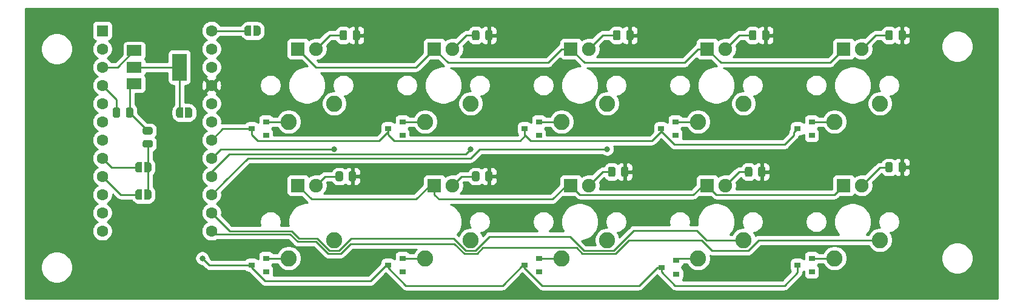
<source format=gbl>
G04 #@! TF.GenerationSoftware,KiCad,Pcbnew,(5.1.10)-1*
G04 #@! TF.CreationDate,2022-01-19T18:15:33-07:00*
G04 #@! TF.ProjectId,keypad,6b657970-6164-42e6-9b69-6361645f7063,rev?*
G04 #@! TF.SameCoordinates,Original*
G04 #@! TF.FileFunction,Copper,L2,Bot*
G04 #@! TF.FilePolarity,Positive*
%FSLAX46Y46*%
G04 Gerber Fmt 4.6, Leading zero omitted, Abs format (unit mm)*
G04 Created by KiCad (PCBNEW (5.1.10)-1) date 2022-01-19 18:15:33*
%MOMM*%
%LPD*%
G01*
G04 APERTURE LIST*
G04 #@! TA.AperFunction,ComponentPad*
%ADD10R,1.905000X1.905000*%
G04 #@! TD*
G04 #@! TA.AperFunction,ComponentPad*
%ADD11C,1.905000*%
G04 #@! TD*
G04 #@! TA.AperFunction,ComponentPad*
%ADD12C,2.250000*%
G04 #@! TD*
G04 #@! TA.AperFunction,SMDPad,CuDef*
%ADD13R,0.900000X0.800000*%
G04 #@! TD*
G04 #@! TA.AperFunction,ComponentPad*
%ADD14C,1.600000*%
G04 #@! TD*
G04 #@! TA.AperFunction,ComponentPad*
%ADD15R,1.600000X1.600000*%
G04 #@! TD*
G04 #@! TA.AperFunction,SMDPad,CuDef*
%ADD16R,2.000000X1.500000*%
G04 #@! TD*
G04 #@! TA.AperFunction,SMDPad,CuDef*
%ADD17R,2.000000X3.800000*%
G04 #@! TD*
G04 #@! TA.AperFunction,SMDPad,CuDef*
%ADD18C,0.100000*%
G04 #@! TD*
G04 #@! TA.AperFunction,ViaPad*
%ADD19C,0.800000*%
G04 #@! TD*
G04 #@! TA.AperFunction,Conductor*
%ADD20C,0.250000*%
G04 #@! TD*
G04 #@! TA.AperFunction,Conductor*
%ADD21C,0.254000*%
G04 #@! TD*
G04 #@! TA.AperFunction,Conductor*
%ADD22C,0.100000*%
G04 #@! TD*
G04 APERTURE END LIST*
D10*
X136525000Y-86360000D03*
D11*
X139065000Y-86360000D03*
D12*
X141605000Y-93980000D03*
X135255000Y-96520000D03*
D13*
X168275000Y-116840000D03*
X170275000Y-117790000D03*
X170275000Y-115890000D03*
D14*
X105410000Y-83820000D03*
X105410000Y-86360000D03*
X105410000Y-88900000D03*
X105410000Y-91440000D03*
X105410000Y-93980000D03*
X105410000Y-96520000D03*
X105410000Y-99060000D03*
X105410000Y-101600000D03*
X105410000Y-104140000D03*
X105410000Y-106680000D03*
X105410000Y-109220000D03*
X105410000Y-111760000D03*
X90170000Y-111760000D03*
X90170000Y-109220000D03*
X90170000Y-106680000D03*
X90170000Y-104140000D03*
X90170000Y-101600000D03*
X90170000Y-99060000D03*
X90170000Y-96520000D03*
X90170000Y-93980000D03*
X90170000Y-91440000D03*
X90170000Y-88900000D03*
X90170000Y-86360000D03*
D15*
X90170000Y-83820000D03*
G04 #@! TA.AperFunction,SMDPad,CuDef*
G36*
G01*
X96970001Y-98302500D02*
X96069999Y-98302500D01*
G75*
G02*
X95820000Y-98052501I0J249999D01*
G01*
X95820000Y-97527499D01*
G75*
G02*
X96069999Y-97277500I249999J0D01*
G01*
X96970001Y-97277500D01*
G75*
G02*
X97220000Y-97527499I0J-249999D01*
G01*
X97220000Y-98052501D01*
G75*
G02*
X96970001Y-98302500I-249999J0D01*
G01*
G37*
G04 #@! TD.AperFunction*
G04 #@! TA.AperFunction,SMDPad,CuDef*
G36*
G01*
X96970001Y-100127500D02*
X96069999Y-100127500D01*
G75*
G02*
X95820000Y-99877501I0J249999D01*
G01*
X95820000Y-99352499D01*
G75*
G02*
X96069999Y-99102500I249999J0D01*
G01*
X96970001Y-99102500D01*
G75*
G02*
X97220000Y-99352499I0J-249999D01*
G01*
X97220000Y-99877501D01*
G75*
G02*
X96970001Y-100127500I-249999J0D01*
G01*
G37*
G04 #@! TD.AperFunction*
G04 #@! TA.AperFunction,SMDPad,CuDef*
G36*
G01*
X93467500Y-95700001D02*
X93467500Y-94799999D01*
G75*
G02*
X93717499Y-94550000I249999J0D01*
G01*
X94242501Y-94550000D01*
G75*
G02*
X94492500Y-94799999I0J-249999D01*
G01*
X94492500Y-95700001D01*
G75*
G02*
X94242501Y-95950000I-249999J0D01*
G01*
X93717499Y-95950000D01*
G75*
G02*
X93467500Y-95700001I0J249999D01*
G01*
G37*
G04 #@! TD.AperFunction*
G04 #@! TA.AperFunction,SMDPad,CuDef*
G36*
G01*
X91642500Y-95700001D02*
X91642500Y-94799999D01*
G75*
G02*
X91892499Y-94550000I249999J0D01*
G01*
X92417501Y-94550000D01*
G75*
G02*
X92667500Y-94799999I0J-249999D01*
G01*
X92667500Y-95700001D01*
G75*
G02*
X92417501Y-95950000I-249999J0D01*
G01*
X91892499Y-95950000D01*
G75*
G02*
X91642500Y-95700001I0J249999D01*
G01*
G37*
G04 #@! TD.AperFunction*
G04 #@! TA.AperFunction,SMDPad,CuDef*
G36*
G01*
X201337500Y-103320001D02*
X201337500Y-102419999D01*
G75*
G02*
X201587499Y-102170000I249999J0D01*
G01*
X202112501Y-102170000D01*
G75*
G02*
X202362500Y-102419999I0J-249999D01*
G01*
X202362500Y-103320001D01*
G75*
G02*
X202112501Y-103570000I-249999J0D01*
G01*
X201587499Y-103570000D01*
G75*
G02*
X201337500Y-103320001I0J249999D01*
G01*
G37*
G04 #@! TD.AperFunction*
G04 #@! TA.AperFunction,SMDPad,CuDef*
G36*
G01*
X199512500Y-103320001D02*
X199512500Y-102419999D01*
G75*
G02*
X199762499Y-102170000I249999J0D01*
G01*
X200287501Y-102170000D01*
G75*
G02*
X200537500Y-102419999I0J-249999D01*
G01*
X200537500Y-103320001D01*
G75*
G02*
X200287501Y-103570000I-249999J0D01*
G01*
X199762499Y-103570000D01*
G75*
G02*
X199512500Y-103320001I0J249999D01*
G01*
G37*
G04 #@! TD.AperFunction*
G04 #@! TA.AperFunction,SMDPad,CuDef*
G36*
G01*
X201337500Y-84905001D02*
X201337500Y-84004999D01*
G75*
G02*
X201587499Y-83755000I249999J0D01*
G01*
X202112501Y-83755000D01*
G75*
G02*
X202362500Y-84004999I0J-249999D01*
G01*
X202362500Y-84905001D01*
G75*
G02*
X202112501Y-85155000I-249999J0D01*
G01*
X201587499Y-85155000D01*
G75*
G02*
X201337500Y-84905001I0J249999D01*
G01*
G37*
G04 #@! TD.AperFunction*
G04 #@! TA.AperFunction,SMDPad,CuDef*
G36*
G01*
X199512500Y-84905001D02*
X199512500Y-84004999D01*
G75*
G02*
X199762499Y-83755000I249999J0D01*
G01*
X200287501Y-83755000D01*
G75*
G02*
X200537500Y-84004999I0J-249999D01*
G01*
X200537500Y-84905001D01*
G75*
G02*
X200287501Y-85155000I-249999J0D01*
G01*
X199762499Y-85155000D01*
G75*
G02*
X199512500Y-84905001I0J249999D01*
G01*
G37*
G04 #@! TD.AperFunction*
G04 #@! TA.AperFunction,SMDPad,CuDef*
G36*
G01*
X181732500Y-103955001D02*
X181732500Y-103054999D01*
G75*
G02*
X181982499Y-102805000I249999J0D01*
G01*
X182507501Y-102805000D01*
G75*
G02*
X182757500Y-103054999I0J-249999D01*
G01*
X182757500Y-103955001D01*
G75*
G02*
X182507501Y-104205000I-249999J0D01*
G01*
X181982499Y-104205000D01*
G75*
G02*
X181732500Y-103955001I0J249999D01*
G01*
G37*
G04 #@! TD.AperFunction*
G04 #@! TA.AperFunction,SMDPad,CuDef*
G36*
G01*
X179907500Y-103955001D02*
X179907500Y-103054999D01*
G75*
G02*
X180157499Y-102805000I249999J0D01*
G01*
X180682501Y-102805000D01*
G75*
G02*
X180932500Y-103054999I0J-249999D01*
G01*
X180932500Y-103955001D01*
G75*
G02*
X180682501Y-104205000I-249999J0D01*
G01*
X180157499Y-104205000D01*
G75*
G02*
X179907500Y-103955001I0J249999D01*
G01*
G37*
G04 #@! TD.AperFunction*
G04 #@! TA.AperFunction,SMDPad,CuDef*
G36*
G01*
X182287500Y-84905001D02*
X182287500Y-84004999D01*
G75*
G02*
X182537499Y-83755000I249999J0D01*
G01*
X183062501Y-83755000D01*
G75*
G02*
X183312500Y-84004999I0J-249999D01*
G01*
X183312500Y-84905001D01*
G75*
G02*
X183062501Y-85155000I-249999J0D01*
G01*
X182537499Y-85155000D01*
G75*
G02*
X182287500Y-84905001I0J249999D01*
G01*
G37*
G04 #@! TD.AperFunction*
G04 #@! TA.AperFunction,SMDPad,CuDef*
G36*
G01*
X180462500Y-84905001D02*
X180462500Y-84004999D01*
G75*
G02*
X180712499Y-83755000I249999J0D01*
G01*
X181237501Y-83755000D01*
G75*
G02*
X181487500Y-84004999I0J-249999D01*
G01*
X181487500Y-84905001D01*
G75*
G02*
X181237501Y-85155000I-249999J0D01*
G01*
X180712499Y-85155000D01*
G75*
G02*
X180462500Y-84905001I0J249999D01*
G01*
G37*
G04 #@! TD.AperFunction*
G04 #@! TA.AperFunction,SMDPad,CuDef*
G36*
G01*
X162602500Y-103955001D02*
X162602500Y-103054999D01*
G75*
G02*
X162852499Y-102805000I249999J0D01*
G01*
X163377501Y-102805000D01*
G75*
G02*
X163627500Y-103054999I0J-249999D01*
G01*
X163627500Y-103955001D01*
G75*
G02*
X163377501Y-104205000I-249999J0D01*
G01*
X162852499Y-104205000D01*
G75*
G02*
X162602500Y-103955001I0J249999D01*
G01*
G37*
G04 #@! TD.AperFunction*
G04 #@! TA.AperFunction,SMDPad,CuDef*
G36*
G01*
X160777500Y-103955001D02*
X160777500Y-103054999D01*
G75*
G02*
X161027499Y-102805000I249999J0D01*
G01*
X161552501Y-102805000D01*
G75*
G02*
X161802500Y-103054999I0J-249999D01*
G01*
X161802500Y-103955001D01*
G75*
G02*
X161552501Y-104205000I-249999J0D01*
G01*
X161027499Y-104205000D01*
G75*
G02*
X160777500Y-103955001I0J249999D01*
G01*
G37*
G04 #@! TD.AperFunction*
G04 #@! TA.AperFunction,SMDPad,CuDef*
G36*
G01*
X163317500Y-84905001D02*
X163317500Y-84004999D01*
G75*
G02*
X163567499Y-83755000I249999J0D01*
G01*
X164092501Y-83755000D01*
G75*
G02*
X164342500Y-84004999I0J-249999D01*
G01*
X164342500Y-84905001D01*
G75*
G02*
X164092501Y-85155000I-249999J0D01*
G01*
X163567499Y-85155000D01*
G75*
G02*
X163317500Y-84905001I0J249999D01*
G01*
G37*
G04 #@! TD.AperFunction*
G04 #@! TA.AperFunction,SMDPad,CuDef*
G36*
G01*
X161492500Y-84905001D02*
X161492500Y-84004999D01*
G75*
G02*
X161742499Y-83755000I249999J0D01*
G01*
X162267501Y-83755000D01*
G75*
G02*
X162517500Y-84004999I0J-249999D01*
G01*
X162517500Y-84905001D01*
G75*
G02*
X162267501Y-85155000I-249999J0D01*
G01*
X161742499Y-85155000D01*
G75*
G02*
X161492500Y-84905001I0J249999D01*
G01*
G37*
G04 #@! TD.AperFunction*
G04 #@! TA.AperFunction,SMDPad,CuDef*
G36*
G01*
X143632500Y-104590001D02*
X143632500Y-103689999D01*
G75*
G02*
X143882499Y-103440000I249999J0D01*
G01*
X144407501Y-103440000D01*
G75*
G02*
X144657500Y-103689999I0J-249999D01*
G01*
X144657500Y-104590001D01*
G75*
G02*
X144407501Y-104840000I-249999J0D01*
G01*
X143882499Y-104840000D01*
G75*
G02*
X143632500Y-104590001I0J249999D01*
G01*
G37*
G04 #@! TD.AperFunction*
G04 #@! TA.AperFunction,SMDPad,CuDef*
G36*
G01*
X141807500Y-104590001D02*
X141807500Y-103689999D01*
G75*
G02*
X142057499Y-103440000I249999J0D01*
G01*
X142582501Y-103440000D01*
G75*
G02*
X142832500Y-103689999I0J-249999D01*
G01*
X142832500Y-104590001D01*
G75*
G02*
X142582501Y-104840000I-249999J0D01*
G01*
X142057499Y-104840000D01*
G75*
G02*
X141807500Y-104590001I0J249999D01*
G01*
G37*
G04 #@! TD.AperFunction*
G04 #@! TA.AperFunction,SMDPad,CuDef*
G36*
G01*
X143632500Y-84905001D02*
X143632500Y-84004999D01*
G75*
G02*
X143882499Y-83755000I249999J0D01*
G01*
X144407501Y-83755000D01*
G75*
G02*
X144657500Y-84004999I0J-249999D01*
G01*
X144657500Y-84905001D01*
G75*
G02*
X144407501Y-85155000I-249999J0D01*
G01*
X143882499Y-85155000D01*
G75*
G02*
X143632500Y-84905001I0J249999D01*
G01*
G37*
G04 #@! TD.AperFunction*
G04 #@! TA.AperFunction,SMDPad,CuDef*
G36*
G01*
X141807500Y-84905001D02*
X141807500Y-84004999D01*
G75*
G02*
X142057499Y-83755000I249999J0D01*
G01*
X142582501Y-83755000D01*
G75*
G02*
X142832500Y-84004999I0J-249999D01*
G01*
X142832500Y-84905001D01*
G75*
G02*
X142582501Y-85155000I-249999J0D01*
G01*
X142057499Y-85155000D01*
G75*
G02*
X141807500Y-84905001I0J249999D01*
G01*
G37*
G04 #@! TD.AperFunction*
G04 #@! TA.AperFunction,SMDPad,CuDef*
G36*
G01*
X124582500Y-104590001D02*
X124582500Y-103689999D01*
G75*
G02*
X124832499Y-103440000I249999J0D01*
G01*
X125357501Y-103440000D01*
G75*
G02*
X125607500Y-103689999I0J-249999D01*
G01*
X125607500Y-104590001D01*
G75*
G02*
X125357501Y-104840000I-249999J0D01*
G01*
X124832499Y-104840000D01*
G75*
G02*
X124582500Y-104590001I0J249999D01*
G01*
G37*
G04 #@! TD.AperFunction*
G04 #@! TA.AperFunction,SMDPad,CuDef*
G36*
G01*
X122757500Y-104590001D02*
X122757500Y-103689999D01*
G75*
G02*
X123007499Y-103440000I249999J0D01*
G01*
X123532501Y-103440000D01*
G75*
G02*
X123782500Y-103689999I0J-249999D01*
G01*
X123782500Y-104590001D01*
G75*
G02*
X123532501Y-104840000I-249999J0D01*
G01*
X123007499Y-104840000D01*
G75*
G02*
X122757500Y-104590001I0J249999D01*
G01*
G37*
G04 #@! TD.AperFunction*
G04 #@! TA.AperFunction,SMDPad,CuDef*
G36*
G01*
X125137500Y-84905001D02*
X125137500Y-84004999D01*
G75*
G02*
X125387499Y-83755000I249999J0D01*
G01*
X125912501Y-83755000D01*
G75*
G02*
X126162500Y-84004999I0J-249999D01*
G01*
X126162500Y-84905001D01*
G75*
G02*
X125912501Y-85155000I-249999J0D01*
G01*
X125387499Y-85155000D01*
G75*
G02*
X125137500Y-84905001I0J249999D01*
G01*
G37*
G04 #@! TD.AperFunction*
G04 #@! TA.AperFunction,SMDPad,CuDef*
G36*
G01*
X123312500Y-84905001D02*
X123312500Y-84004999D01*
G75*
G02*
X123562499Y-83755000I249999J0D01*
G01*
X124087501Y-83755000D01*
G75*
G02*
X124337500Y-84004999I0J-249999D01*
G01*
X124337500Y-84905001D01*
G75*
G02*
X124087501Y-85155000I-249999J0D01*
G01*
X123562499Y-85155000D01*
G75*
G02*
X123312500Y-84905001I0J249999D01*
G01*
G37*
G04 #@! TD.AperFunction*
D16*
X94640000Y-91200000D03*
X94640000Y-86600000D03*
X94640000Y-88900000D03*
D17*
X100940000Y-88900000D03*
D10*
X193675000Y-105410000D03*
D11*
X196215000Y-105410000D03*
D12*
X198755000Y-113030000D03*
X192405000Y-115570000D03*
D10*
X193675000Y-86360000D03*
D11*
X196215000Y-86360000D03*
D12*
X198755000Y-93980000D03*
X192405000Y-96520000D03*
D10*
X174625000Y-105410000D03*
D11*
X177165000Y-105410000D03*
D12*
X179705000Y-113030000D03*
X173355000Y-115570000D03*
D10*
X174625000Y-86360000D03*
D11*
X177165000Y-86360000D03*
D12*
X179705000Y-93980000D03*
X173355000Y-96520000D03*
D10*
X155575000Y-105410000D03*
D11*
X158115000Y-105410000D03*
D12*
X160655000Y-113030000D03*
X154305000Y-115570000D03*
D10*
X155575000Y-86360000D03*
D11*
X158115000Y-86360000D03*
D12*
X160655000Y-93980000D03*
X154305000Y-96520000D03*
D10*
X136525000Y-105410000D03*
D11*
X139065000Y-105410000D03*
D12*
X141605000Y-113030000D03*
X135255000Y-115570000D03*
D10*
X117475000Y-105410000D03*
D11*
X120015000Y-105410000D03*
D12*
X122555000Y-113030000D03*
X116205000Y-115570000D03*
D10*
X117475000Y-86360000D03*
D11*
X120015000Y-86360000D03*
D12*
X122555000Y-93980000D03*
X116205000Y-96520000D03*
G04 #@! TA.AperFunction,SMDPad,CuDef*
D18*
G36*
X102250000Y-94500602D02*
G01*
X102274534Y-94500602D01*
X102323365Y-94505412D01*
X102371490Y-94514984D01*
X102418445Y-94529228D01*
X102463778Y-94548005D01*
X102507051Y-94571136D01*
X102547850Y-94598396D01*
X102585779Y-94629524D01*
X102620476Y-94664221D01*
X102651604Y-94702150D01*
X102678864Y-94742949D01*
X102701995Y-94786222D01*
X102720772Y-94831555D01*
X102735016Y-94878510D01*
X102744588Y-94926635D01*
X102749398Y-94975466D01*
X102749398Y-95000000D01*
X102750000Y-95000000D01*
X102750000Y-95500000D01*
X102749398Y-95500000D01*
X102749398Y-95524534D01*
X102744588Y-95573365D01*
X102735016Y-95621490D01*
X102720772Y-95668445D01*
X102701995Y-95713778D01*
X102678864Y-95757051D01*
X102651604Y-95797850D01*
X102620476Y-95835779D01*
X102585779Y-95870476D01*
X102547850Y-95901604D01*
X102507051Y-95928864D01*
X102463778Y-95951995D01*
X102418445Y-95970772D01*
X102371490Y-95985016D01*
X102323365Y-95994588D01*
X102274534Y-95999398D01*
X102250000Y-95999398D01*
X102250000Y-96000000D01*
X101750000Y-96000000D01*
X101750000Y-94500000D01*
X102250000Y-94500000D01*
X102250000Y-94500602D01*
G37*
G04 #@! TD.AperFunction*
G04 #@! TA.AperFunction,SMDPad,CuDef*
G36*
X101450000Y-96000000D02*
G01*
X100950000Y-96000000D01*
X100950000Y-95999398D01*
X100925466Y-95999398D01*
X100876635Y-95994588D01*
X100828510Y-95985016D01*
X100781555Y-95970772D01*
X100736222Y-95951995D01*
X100692949Y-95928864D01*
X100652150Y-95901604D01*
X100614221Y-95870476D01*
X100579524Y-95835779D01*
X100548396Y-95797850D01*
X100521136Y-95757051D01*
X100498005Y-95713778D01*
X100479228Y-95668445D01*
X100464984Y-95621490D01*
X100455412Y-95573365D01*
X100450602Y-95524534D01*
X100450602Y-95500000D01*
X100450000Y-95500000D01*
X100450000Y-95000000D01*
X100450602Y-95000000D01*
X100450602Y-94975466D01*
X100455412Y-94926635D01*
X100464984Y-94878510D01*
X100479228Y-94831555D01*
X100498005Y-94786222D01*
X100521136Y-94742949D01*
X100548396Y-94702150D01*
X100579524Y-94664221D01*
X100614221Y-94629524D01*
X100652150Y-94598396D01*
X100692949Y-94571136D01*
X100736222Y-94548005D01*
X100781555Y-94529228D01*
X100828510Y-94514984D01*
X100876635Y-94505412D01*
X100925466Y-94500602D01*
X100950000Y-94500602D01*
X100950000Y-94500000D01*
X101450000Y-94500000D01*
X101450000Y-96000000D01*
G37*
G04 #@! TD.AperFunction*
G04 #@! TA.AperFunction,SMDPad,CuDef*
G36*
X111790000Y-83070602D02*
G01*
X111814534Y-83070602D01*
X111863365Y-83075412D01*
X111911490Y-83084984D01*
X111958445Y-83099228D01*
X112003778Y-83118005D01*
X112047051Y-83141136D01*
X112087850Y-83168396D01*
X112125779Y-83199524D01*
X112160476Y-83234221D01*
X112191604Y-83272150D01*
X112218864Y-83312949D01*
X112241995Y-83356222D01*
X112260772Y-83401555D01*
X112275016Y-83448510D01*
X112284588Y-83496635D01*
X112289398Y-83545466D01*
X112289398Y-83570000D01*
X112290000Y-83570000D01*
X112290000Y-84070000D01*
X112289398Y-84070000D01*
X112289398Y-84094534D01*
X112284588Y-84143365D01*
X112275016Y-84191490D01*
X112260772Y-84238445D01*
X112241995Y-84283778D01*
X112218864Y-84327051D01*
X112191604Y-84367850D01*
X112160476Y-84405779D01*
X112125779Y-84440476D01*
X112087850Y-84471604D01*
X112047051Y-84498864D01*
X112003778Y-84521995D01*
X111958445Y-84540772D01*
X111911490Y-84555016D01*
X111863365Y-84564588D01*
X111814534Y-84569398D01*
X111790000Y-84569398D01*
X111790000Y-84570000D01*
X111290000Y-84570000D01*
X111290000Y-83070000D01*
X111790000Y-83070000D01*
X111790000Y-83070602D01*
G37*
G04 #@! TD.AperFunction*
G04 #@! TA.AperFunction,SMDPad,CuDef*
G36*
X110990000Y-84570000D02*
G01*
X110490000Y-84570000D01*
X110490000Y-84569398D01*
X110465466Y-84569398D01*
X110416635Y-84564588D01*
X110368510Y-84555016D01*
X110321555Y-84540772D01*
X110276222Y-84521995D01*
X110232949Y-84498864D01*
X110192150Y-84471604D01*
X110154221Y-84440476D01*
X110119524Y-84405779D01*
X110088396Y-84367850D01*
X110061136Y-84327051D01*
X110038005Y-84283778D01*
X110019228Y-84238445D01*
X110004984Y-84191490D01*
X109995412Y-84143365D01*
X109990602Y-84094534D01*
X109990602Y-84070000D01*
X109990000Y-84070000D01*
X109990000Y-83570000D01*
X109990602Y-83570000D01*
X109990602Y-83545466D01*
X109995412Y-83496635D01*
X110004984Y-83448510D01*
X110019228Y-83401555D01*
X110038005Y-83356222D01*
X110061136Y-83312949D01*
X110088396Y-83272150D01*
X110119524Y-83234221D01*
X110154221Y-83199524D01*
X110192150Y-83168396D01*
X110232949Y-83141136D01*
X110276222Y-83118005D01*
X110321555Y-83099228D01*
X110368510Y-83084984D01*
X110416635Y-83075412D01*
X110465466Y-83070602D01*
X110490000Y-83070602D01*
X110490000Y-83070000D01*
X110990000Y-83070000D01*
X110990000Y-84570000D01*
G37*
G04 #@! TD.AperFunction*
G04 #@! TA.AperFunction,SMDPad,CuDef*
G36*
X96550000Y-105930602D02*
G01*
X96574534Y-105930602D01*
X96623365Y-105935412D01*
X96671490Y-105944984D01*
X96718445Y-105959228D01*
X96763778Y-105978005D01*
X96807051Y-106001136D01*
X96847850Y-106028396D01*
X96885779Y-106059524D01*
X96920476Y-106094221D01*
X96951604Y-106132150D01*
X96978864Y-106172949D01*
X97001995Y-106216222D01*
X97020772Y-106261555D01*
X97035016Y-106308510D01*
X97044588Y-106356635D01*
X97049398Y-106405466D01*
X97049398Y-106430000D01*
X97050000Y-106430000D01*
X97050000Y-106930000D01*
X97049398Y-106930000D01*
X97049398Y-106954534D01*
X97044588Y-107003365D01*
X97035016Y-107051490D01*
X97020772Y-107098445D01*
X97001995Y-107143778D01*
X96978864Y-107187051D01*
X96951604Y-107227850D01*
X96920476Y-107265779D01*
X96885779Y-107300476D01*
X96847850Y-107331604D01*
X96807051Y-107358864D01*
X96763778Y-107381995D01*
X96718445Y-107400772D01*
X96671490Y-107415016D01*
X96623365Y-107424588D01*
X96574534Y-107429398D01*
X96550000Y-107429398D01*
X96550000Y-107430000D01*
X96050000Y-107430000D01*
X96050000Y-105930000D01*
X96550000Y-105930000D01*
X96550000Y-105930602D01*
G37*
G04 #@! TD.AperFunction*
G04 #@! TA.AperFunction,SMDPad,CuDef*
G36*
X95750000Y-107430000D02*
G01*
X95250000Y-107430000D01*
X95250000Y-107429398D01*
X95225466Y-107429398D01*
X95176635Y-107424588D01*
X95128510Y-107415016D01*
X95081555Y-107400772D01*
X95036222Y-107381995D01*
X94992949Y-107358864D01*
X94952150Y-107331604D01*
X94914221Y-107300476D01*
X94879524Y-107265779D01*
X94848396Y-107227850D01*
X94821136Y-107187051D01*
X94798005Y-107143778D01*
X94779228Y-107098445D01*
X94764984Y-107051490D01*
X94755412Y-107003365D01*
X94750602Y-106954534D01*
X94750602Y-106930000D01*
X94750000Y-106930000D01*
X94750000Y-106430000D01*
X94750602Y-106430000D01*
X94750602Y-106405466D01*
X94755412Y-106356635D01*
X94764984Y-106308510D01*
X94779228Y-106261555D01*
X94798005Y-106216222D01*
X94821136Y-106172949D01*
X94848396Y-106132150D01*
X94879524Y-106094221D01*
X94914221Y-106059524D01*
X94952150Y-106028396D01*
X94992949Y-106001136D01*
X95036222Y-105978005D01*
X95081555Y-105959228D01*
X95128510Y-105944984D01*
X95176635Y-105935412D01*
X95225466Y-105930602D01*
X95250000Y-105930602D01*
X95250000Y-105930000D01*
X95750000Y-105930000D01*
X95750000Y-107430000D01*
G37*
G04 #@! TD.AperFunction*
G04 #@! TA.AperFunction,SMDPad,CuDef*
G36*
X95250000Y-103619398D02*
G01*
X95225466Y-103619398D01*
X95176635Y-103614588D01*
X95128510Y-103605016D01*
X95081555Y-103590772D01*
X95036222Y-103571995D01*
X94992949Y-103548864D01*
X94952150Y-103521604D01*
X94914221Y-103490476D01*
X94879524Y-103455779D01*
X94848396Y-103417850D01*
X94821136Y-103377051D01*
X94798005Y-103333778D01*
X94779228Y-103288445D01*
X94764984Y-103241490D01*
X94755412Y-103193365D01*
X94750602Y-103144534D01*
X94750602Y-103120000D01*
X94750000Y-103120000D01*
X94750000Y-102620000D01*
X94750602Y-102620000D01*
X94750602Y-102595466D01*
X94755412Y-102546635D01*
X94764984Y-102498510D01*
X94779228Y-102451555D01*
X94798005Y-102406222D01*
X94821136Y-102362949D01*
X94848396Y-102322150D01*
X94879524Y-102284221D01*
X94914221Y-102249524D01*
X94952150Y-102218396D01*
X94992949Y-102191136D01*
X95036222Y-102168005D01*
X95081555Y-102149228D01*
X95128510Y-102134984D01*
X95176635Y-102125412D01*
X95225466Y-102120602D01*
X95250000Y-102120602D01*
X95250000Y-102120000D01*
X95750000Y-102120000D01*
X95750000Y-103620000D01*
X95250000Y-103620000D01*
X95250000Y-103619398D01*
G37*
G04 #@! TD.AperFunction*
G04 #@! TA.AperFunction,SMDPad,CuDef*
G36*
X96050000Y-102120000D02*
G01*
X96550000Y-102120000D01*
X96550000Y-102120602D01*
X96574534Y-102120602D01*
X96623365Y-102125412D01*
X96671490Y-102134984D01*
X96718445Y-102149228D01*
X96763778Y-102168005D01*
X96807051Y-102191136D01*
X96847850Y-102218396D01*
X96885779Y-102249524D01*
X96920476Y-102284221D01*
X96951604Y-102322150D01*
X96978864Y-102362949D01*
X97001995Y-102406222D01*
X97020772Y-102451555D01*
X97035016Y-102498510D01*
X97044588Y-102546635D01*
X97049398Y-102595466D01*
X97049398Y-102620000D01*
X97050000Y-102620000D01*
X97050000Y-103120000D01*
X97049398Y-103120000D01*
X97049398Y-103144534D01*
X97044588Y-103193365D01*
X97035016Y-103241490D01*
X97020772Y-103288445D01*
X97001995Y-103333778D01*
X96978864Y-103377051D01*
X96951604Y-103417850D01*
X96920476Y-103455779D01*
X96885779Y-103490476D01*
X96847850Y-103521604D01*
X96807051Y-103548864D01*
X96763778Y-103571995D01*
X96718445Y-103590772D01*
X96671490Y-103605016D01*
X96623365Y-103614588D01*
X96574534Y-103619398D01*
X96550000Y-103619398D01*
X96550000Y-103620000D01*
X96050000Y-103620000D01*
X96050000Y-102120000D01*
G37*
G04 #@! TD.AperFunction*
D13*
X187230000Y-116520000D03*
X189230000Y-117470000D03*
X189230000Y-115570000D03*
X187230000Y-97470000D03*
X189230000Y-98420000D03*
X189230000Y-96520000D03*
X168180000Y-97470000D03*
X170180000Y-98420000D03*
X170180000Y-96520000D03*
X149130000Y-116520000D03*
X151130000Y-117470000D03*
X151130000Y-115570000D03*
X149130000Y-97470000D03*
X151130000Y-98420000D03*
X151130000Y-96520000D03*
X130080000Y-116520000D03*
X132080000Y-117470000D03*
X132080000Y-115570000D03*
X130080000Y-97470000D03*
X132080000Y-98420000D03*
X132080000Y-96520000D03*
X111030000Y-116520000D03*
X113030000Y-117470000D03*
X113030000Y-115570000D03*
X111030000Y-97470000D03*
X113030000Y-98420000D03*
X113030000Y-96520000D03*
D19*
X104140000Y-115570000D03*
X122555000Y-100330000D03*
X122555000Y-100330000D03*
X141605000Y-100330000D03*
X160655000Y-100330000D03*
D20*
X186729999Y-97970001D02*
X186729999Y-98385001D01*
X187230000Y-97470000D02*
X186729999Y-97970001D01*
X186729999Y-98385001D02*
X185420000Y-99695000D01*
X170019998Y-99695000D02*
X168275000Y-97950002D01*
X185420000Y-99695000D02*
X170019998Y-99695000D01*
X168275000Y-97565000D02*
X168180000Y-97470000D01*
X168275000Y-97950002D02*
X168275000Y-97565000D01*
X168180000Y-97470000D02*
X168180000Y-97885000D01*
X168180000Y-97885000D02*
X166919999Y-99145001D01*
X166919999Y-99145001D02*
X149945001Y-99145001D01*
X149130000Y-98330000D02*
X149130000Y-97470000D01*
X149945001Y-99145001D02*
X149130000Y-98330000D01*
X149130000Y-97470000D02*
X149130000Y-98520000D01*
X148504999Y-99145001D02*
X130895001Y-99145001D01*
X149130000Y-98520000D02*
X148504999Y-99145001D01*
X130080000Y-98330000D02*
X130080000Y-97470000D01*
X130895001Y-99145001D02*
X130080000Y-98330000D01*
X130080000Y-97470000D02*
X130080000Y-97885000D01*
X128819999Y-99145001D02*
X111845001Y-99145001D01*
X130080000Y-97885000D02*
X128819999Y-99145001D01*
X111030000Y-98330000D02*
X111030000Y-97470000D01*
X111845001Y-99145001D02*
X111030000Y-98330000D01*
X107000000Y-97470000D02*
X105410000Y-99060000D01*
X111030000Y-97470000D02*
X107000000Y-97470000D01*
X116205000Y-96520000D02*
X113030000Y-96520000D01*
X187230000Y-116520000D02*
X187230000Y-117570000D01*
X187230000Y-117570000D02*
X185420000Y-119380000D01*
X168275000Y-117490000D02*
X168275000Y-116840000D01*
X170165000Y-119380000D02*
X168275000Y-117490000D01*
X185420000Y-119380000D02*
X170165000Y-119380000D01*
X168275000Y-116840000D02*
X167640000Y-116840000D01*
X167640000Y-116840000D02*
X165100000Y-119380000D01*
X151604998Y-119380000D02*
X149064998Y-116840000D01*
X165100000Y-119380000D02*
X151604998Y-119380000D01*
X149064998Y-116585002D02*
X149130000Y-116520000D01*
X149064998Y-116840000D02*
X149064998Y-116585002D01*
X149130000Y-116520000D02*
X148910000Y-116520000D01*
X148910000Y-116520000D02*
X146050000Y-119380000D01*
X130080000Y-116905002D02*
X130080000Y-116520000D01*
X132554998Y-119380000D02*
X130080000Y-116905002D01*
X146050000Y-119380000D02*
X132554998Y-119380000D01*
X112869998Y-118745000D02*
X111030000Y-116905002D01*
X127635000Y-118745000D02*
X112869998Y-118745000D01*
X111030000Y-116905002D02*
X111030000Y-116520000D01*
X129860000Y-116520000D02*
X127635000Y-118745000D01*
X130080000Y-116520000D02*
X129860000Y-116520000D01*
X105090000Y-116520000D02*
X104140000Y-115570000D01*
X111030000Y-116520000D02*
X105090000Y-116520000D01*
X116205000Y-115570000D02*
X113030000Y-115570000D01*
X135255000Y-96520000D02*
X132080000Y-96520000D01*
X135255000Y-115570000D02*
X132080000Y-115570000D01*
X154305000Y-96520000D02*
X151130000Y-96520000D01*
X154305000Y-115570000D02*
X151130000Y-115570000D01*
X173355000Y-96520000D02*
X170180000Y-96520000D01*
X192405000Y-96520000D02*
X189230000Y-96520000D01*
X192405000Y-115570000D02*
X189230000Y-115570000D01*
X91440000Y-102870000D02*
X90170000Y-101600000D01*
X95250000Y-102870000D02*
X91440000Y-102870000D01*
X96550000Y-106680000D02*
X96550000Y-102870000D01*
X96550000Y-99645000D02*
X96520000Y-99615000D01*
X96550000Y-102870000D02*
X96550000Y-99645000D01*
X92710000Y-106680000D02*
X90170000Y-104140000D01*
X95250000Y-106680000D02*
X92710000Y-106680000D01*
X110490000Y-83820000D02*
X105410000Y-83820000D01*
X100950000Y-88910000D02*
X100940000Y-88900000D01*
X100950000Y-95250000D02*
X100950000Y-88910000D01*
X100940000Y-88900000D02*
X94640000Y-88900000D01*
X175902501Y-106687501D02*
X174625000Y-105410000D01*
X192397499Y-106687501D02*
X175902501Y-106687501D01*
X193675000Y-105410000D02*
X192397499Y-106687501D01*
X174625000Y-105410000D02*
X173990000Y-105410000D01*
X156852501Y-106687501D02*
X155575000Y-105410000D01*
X172712499Y-106687501D02*
X156852501Y-106687501D01*
X173990000Y-105410000D02*
X172712499Y-106687501D01*
X136525000Y-106680000D02*
X136525000Y-105410000D01*
X137160000Y-107315000D02*
X136525000Y-106680000D01*
X153035000Y-107315000D02*
X137160000Y-107315000D01*
X154940000Y-105410000D02*
X153035000Y-107315000D01*
X155575000Y-105410000D02*
X154940000Y-105410000D01*
X136525000Y-105410000D02*
X135890000Y-105410000D01*
X135890000Y-105410000D02*
X133985000Y-107315000D01*
X119380000Y-107315000D02*
X117475000Y-105410000D01*
X133985000Y-107315000D02*
X119380000Y-107315000D01*
X176530000Y-88265000D02*
X174625000Y-86360000D01*
X191770000Y-88265000D02*
X176530000Y-88265000D01*
X193675000Y-86360000D02*
X191770000Y-88265000D01*
X174625000Y-86360000D02*
X173355000Y-86360000D01*
X173355000Y-86360000D02*
X171450000Y-88265000D01*
X157480000Y-88265000D02*
X155575000Y-86360000D01*
X171450000Y-88265000D02*
X157480000Y-88265000D01*
X155575000Y-86360000D02*
X154305000Y-86360000D01*
X154305000Y-86360000D02*
X152400000Y-88265000D01*
X138430000Y-88265000D02*
X136525000Y-86360000D01*
X152400000Y-88265000D02*
X138430000Y-88265000D01*
X133985000Y-88900000D02*
X120015000Y-88900000D01*
X120015000Y-88900000D02*
X117475000Y-86360000D01*
X136525000Y-86360000D02*
X133985000Y-88900000D01*
X121920000Y-84455000D02*
X120015000Y-86360000D01*
X123825000Y-84455000D02*
X121920000Y-84455000D01*
X106680000Y-100330000D02*
X105410000Y-101600000D01*
X122555000Y-100330000D02*
X106680000Y-100330000D01*
X121285000Y-104140000D02*
X120015000Y-105410000D01*
X123270000Y-104140000D02*
X121285000Y-104140000D01*
X140970000Y-84455000D02*
X139065000Y-86360000D01*
X142320000Y-84455000D02*
X140970000Y-84455000D01*
X140879999Y-101055001D02*
X107859999Y-101055001D01*
X141605000Y-100330000D02*
X140879999Y-101055001D01*
X105410000Y-103505000D02*
X105410000Y-104140000D01*
X107859999Y-101055001D02*
X105410000Y-103505000D01*
X140335000Y-104140000D02*
X139065000Y-105410000D01*
X142320000Y-104140000D02*
X140335000Y-104140000D01*
X160020000Y-84455000D02*
X158115000Y-86360000D01*
X162005000Y-84455000D02*
X160020000Y-84455000D01*
X107315000Y-104775000D02*
X105410000Y-106680000D01*
X110490000Y-101600000D02*
X107315000Y-104775000D01*
X141605000Y-101600000D02*
X110490000Y-101600000D01*
X142875000Y-100330000D02*
X141605000Y-101600000D01*
X160655000Y-100330000D02*
X142875000Y-100330000D01*
X160020000Y-103505000D02*
X158115000Y-105410000D01*
X161290000Y-103505000D02*
X160020000Y-103505000D01*
X179070000Y-84455000D02*
X177165000Y-86360000D01*
X180975000Y-84455000D02*
X179070000Y-84455000D01*
X117631927Y-112808901D02*
X116583026Y-111760000D01*
X120187899Y-112808901D02*
X117631927Y-112808901D01*
X121858999Y-114480001D02*
X120187899Y-112808901D01*
X179705000Y-113030000D02*
X174498000Y-113030000D01*
X174498000Y-113030000D02*
X173158001Y-111690001D01*
X140896001Y-114480001D02*
X139224901Y-112808901D01*
X107950000Y-111760000D02*
X105410000Y-109220000D01*
X173158001Y-111690001D02*
X164407999Y-111690001D01*
X164407999Y-111690001D02*
X161617999Y-114480001D01*
X142301001Y-114480001D02*
X140896001Y-114480001D01*
X123251001Y-114480001D02*
X121858999Y-114480001D01*
X116583026Y-111760000D02*
X107950000Y-111760000D01*
X161617999Y-114480001D02*
X157403027Y-114480001D01*
X155445026Y-112522000D02*
X144259002Y-112522000D01*
X144259002Y-112522000D02*
X142301001Y-114480001D01*
X139224901Y-112808901D02*
X124922101Y-112808901D01*
X157403027Y-114480001D02*
X155445026Y-112522000D01*
X124922101Y-112808901D02*
X123251001Y-114480001D01*
X179070000Y-103505000D02*
X177165000Y-105410000D01*
X180420000Y-103505000D02*
X179070000Y-103505000D01*
X198120000Y-84455000D02*
X196215000Y-86360000D01*
X200025000Y-84455000D02*
X198120000Y-84455000D01*
X143297413Y-114119999D02*
X142487401Y-114930011D01*
X157216626Y-114930010D02*
X156406615Y-114119999D01*
X161804399Y-114930011D02*
X157216626Y-114930010D01*
X163704410Y-113030000D02*
X161804399Y-114930011D01*
X142487401Y-114930011D02*
X140709600Y-114930010D01*
X173861590Y-113030000D02*
X163704410Y-113030000D01*
X175311591Y-114480001D02*
X173861590Y-113030000D01*
X156406615Y-114119999D02*
X143297413Y-114119999D01*
X180401001Y-114480001D02*
X175311591Y-114480001D01*
X181851002Y-113030000D02*
X180401001Y-114480001D01*
X198755000Y-113030000D02*
X181851002Y-113030000D01*
X123437401Y-114930011D02*
X121672598Y-114930010D01*
X124829412Y-113538000D02*
X123437401Y-114930011D01*
X139317590Y-113538000D02*
X124829412Y-113538000D01*
X140709600Y-114930010D02*
X139317590Y-113538000D01*
X121672598Y-114930010D02*
X120001499Y-113258911D01*
X105860010Y-112210010D02*
X105410000Y-111760000D01*
X116396626Y-112210010D02*
X105860010Y-112210010D01*
X117445526Y-113258910D02*
X116396626Y-112210010D01*
X120001499Y-113258911D02*
X117445526Y-113258910D01*
X198755000Y-102870000D02*
X196215000Y-105410000D01*
X200025000Y-102870000D02*
X198755000Y-102870000D01*
X93980000Y-91860000D02*
X94640000Y-91200000D01*
X93980000Y-95250000D02*
X93980000Y-91860000D01*
X96520000Y-97790000D02*
X93980000Y-95250000D01*
X92155000Y-93425000D02*
X90170000Y-91440000D01*
X92155000Y-95250000D02*
X92155000Y-93425000D01*
X92340000Y-88900000D02*
X94640000Y-86600000D01*
X90170000Y-88900000D02*
X92340000Y-88900000D01*
X170595000Y-115570000D02*
X170275000Y-115890000D01*
X173355000Y-115570000D02*
X170595000Y-115570000D01*
D21*
X215215001Y-121235000D02*
X79425000Y-121235000D01*
X79425000Y-116619872D01*
X81585000Y-116619872D01*
X81585000Y-117060128D01*
X81670890Y-117491925D01*
X81839369Y-117898669D01*
X82083962Y-118264729D01*
X82395271Y-118576038D01*
X82761331Y-118820631D01*
X83168075Y-118989110D01*
X83599872Y-119075000D01*
X84040128Y-119075000D01*
X84471925Y-118989110D01*
X84878669Y-118820631D01*
X85244729Y-118576038D01*
X85556038Y-118264729D01*
X85800631Y-117898669D01*
X85969110Y-117491925D01*
X86055000Y-117060128D01*
X86055000Y-116619872D01*
X85969110Y-116188075D01*
X85800631Y-115781331D01*
X85591312Y-115468061D01*
X103105000Y-115468061D01*
X103105000Y-115671939D01*
X103144774Y-115871898D01*
X103222795Y-116060256D01*
X103336063Y-116229774D01*
X103480226Y-116373937D01*
X103649744Y-116487205D01*
X103838102Y-116565226D01*
X104038061Y-116605000D01*
X104100198Y-116605000D01*
X104526200Y-117031002D01*
X104549999Y-117060001D01*
X104578997Y-117083799D01*
X104665723Y-117154974D01*
X104787332Y-117219976D01*
X104797753Y-117225546D01*
X104941014Y-117269003D01*
X105052667Y-117280000D01*
X105052677Y-117280000D01*
X105090000Y-117283676D01*
X105127323Y-117280000D01*
X110053982Y-117280000D01*
X110128815Y-117371185D01*
X110225506Y-117450537D01*
X110335820Y-117509502D01*
X110455518Y-117545812D01*
X110580000Y-117558072D01*
X110608269Y-117558072D01*
X112306199Y-119256003D01*
X112329997Y-119285001D01*
X112358995Y-119308799D01*
X112445721Y-119379974D01*
X112577751Y-119450546D01*
X112721012Y-119494003D01*
X112832665Y-119505000D01*
X112832674Y-119505000D01*
X112869997Y-119508676D01*
X112907320Y-119505000D01*
X127597678Y-119505000D01*
X127635000Y-119508676D01*
X127672322Y-119505000D01*
X127672333Y-119505000D01*
X127783986Y-119494003D01*
X127927247Y-119450546D01*
X128059276Y-119379974D01*
X128175001Y-119285001D01*
X128198804Y-119255997D01*
X129777499Y-117677302D01*
X131991199Y-119891003D01*
X132014997Y-119920001D01*
X132130722Y-120014974D01*
X132262751Y-120085546D01*
X132406012Y-120129003D01*
X132517665Y-120140000D01*
X132517673Y-120140000D01*
X132554998Y-120143676D01*
X132592323Y-120140000D01*
X146012678Y-120140000D01*
X146050000Y-120143676D01*
X146087322Y-120140000D01*
X146087333Y-120140000D01*
X146198986Y-120129003D01*
X146342247Y-120085546D01*
X146474276Y-120014974D01*
X146590001Y-119920001D01*
X146613804Y-119890997D01*
X148827499Y-117677303D01*
X151041203Y-119891008D01*
X151064997Y-119920001D01*
X151093990Y-119943795D01*
X151093994Y-119943799D01*
X151164683Y-120001811D01*
X151180722Y-120014974D01*
X151312751Y-120085546D01*
X151456012Y-120129003D01*
X151567665Y-120140000D01*
X151567674Y-120140000D01*
X151604997Y-120143676D01*
X151642320Y-120140000D01*
X165062678Y-120140000D01*
X165100000Y-120143676D01*
X165137322Y-120140000D01*
X165137333Y-120140000D01*
X165248986Y-120129003D01*
X165392247Y-120085546D01*
X165524276Y-120014974D01*
X165640001Y-119920001D01*
X165663804Y-119890997D01*
X167640252Y-117914551D01*
X167679871Y-117962826D01*
X167734999Y-118030001D01*
X167764003Y-118053804D01*
X169601201Y-119891003D01*
X169624999Y-119920001D01*
X169740724Y-120014974D01*
X169872753Y-120085546D01*
X170016014Y-120129003D01*
X170127667Y-120140000D01*
X170127675Y-120140000D01*
X170165000Y-120143676D01*
X170202325Y-120140000D01*
X185382678Y-120140000D01*
X185420000Y-120143676D01*
X185457322Y-120140000D01*
X185457333Y-120140000D01*
X185568986Y-120129003D01*
X185712247Y-120085546D01*
X185844276Y-120014974D01*
X185960001Y-119920001D01*
X185983804Y-119890997D01*
X187741003Y-118133799D01*
X187770001Y-118110001D01*
X187864974Y-117994276D01*
X187935546Y-117862247D01*
X187979003Y-117718986D01*
X187990000Y-117607333D01*
X187993677Y-117570000D01*
X187990000Y-117532667D01*
X187990000Y-117474320D01*
X188034494Y-117450537D01*
X188131185Y-117371185D01*
X188141928Y-117358095D01*
X188141928Y-117870000D01*
X188154188Y-117994482D01*
X188190498Y-118114180D01*
X188249463Y-118224494D01*
X188328815Y-118321185D01*
X188425506Y-118400537D01*
X188535820Y-118459502D01*
X188655518Y-118495812D01*
X188780000Y-118508072D01*
X189680000Y-118508072D01*
X189804482Y-118495812D01*
X189924180Y-118459502D01*
X190034494Y-118400537D01*
X190131185Y-118321185D01*
X190210537Y-118224494D01*
X190269502Y-118114180D01*
X190305812Y-117994482D01*
X190318072Y-117870000D01*
X190318072Y-117070000D01*
X190305812Y-116945518D01*
X190269502Y-116825820D01*
X190210537Y-116715506D01*
X190131185Y-116618815D01*
X190034494Y-116539463D01*
X189998082Y-116520000D01*
X190034494Y-116500537D01*
X190131185Y-116421185D01*
X190206018Y-116330000D01*
X190814792Y-116330000D01*
X190845308Y-116403673D01*
X191037919Y-116691935D01*
X191283065Y-116937081D01*
X191571327Y-117129692D01*
X191891627Y-117262364D01*
X192231655Y-117330000D01*
X192578345Y-117330000D01*
X192918373Y-117262364D01*
X193238673Y-117129692D01*
X193526935Y-116937081D01*
X193772081Y-116691935D01*
X193964692Y-116403673D01*
X194097364Y-116083373D01*
X194165000Y-115743345D01*
X194165000Y-115396655D01*
X194155695Y-115349872D01*
X207315000Y-115349872D01*
X207315000Y-115790128D01*
X207400890Y-116221925D01*
X207569369Y-116628669D01*
X207813962Y-116994729D01*
X208125271Y-117306038D01*
X208491331Y-117550631D01*
X208898075Y-117719110D01*
X209329872Y-117805000D01*
X209770128Y-117805000D01*
X210201925Y-117719110D01*
X210608669Y-117550631D01*
X210974729Y-117306038D01*
X211286038Y-116994729D01*
X211530631Y-116628669D01*
X211699110Y-116221925D01*
X211785000Y-115790128D01*
X211785000Y-115349872D01*
X211699110Y-114918075D01*
X211530631Y-114511331D01*
X211286038Y-114145271D01*
X210974729Y-113833962D01*
X210608669Y-113589369D01*
X210201925Y-113420890D01*
X209770128Y-113335000D01*
X209329872Y-113335000D01*
X208898075Y-113420890D01*
X208491331Y-113589369D01*
X208125271Y-113833962D01*
X207813962Y-114145271D01*
X207569369Y-114511331D01*
X207400890Y-114918075D01*
X207315000Y-115349872D01*
X194155695Y-115349872D01*
X194097364Y-115056627D01*
X193964692Y-114736327D01*
X193772081Y-114448065D01*
X193526935Y-114202919D01*
X193238673Y-114010308D01*
X192918373Y-113877636D01*
X192578345Y-113810000D01*
X192231655Y-113810000D01*
X191891627Y-113877636D01*
X191571327Y-114010308D01*
X191283065Y-114202919D01*
X191037919Y-114448065D01*
X190845308Y-114736327D01*
X190814792Y-114810000D01*
X190206018Y-114810000D01*
X190131185Y-114718815D01*
X190034494Y-114639463D01*
X189924180Y-114580498D01*
X189804482Y-114544188D01*
X189680000Y-114531928D01*
X188780000Y-114531928D01*
X188655518Y-114544188D01*
X188535820Y-114580498D01*
X188425506Y-114639463D01*
X188328815Y-114718815D01*
X188249463Y-114815506D01*
X188190498Y-114925820D01*
X188154188Y-115045518D01*
X188141928Y-115170000D01*
X188141928Y-115681905D01*
X188131185Y-115668815D01*
X188034494Y-115589463D01*
X187924180Y-115530498D01*
X187804482Y-115494188D01*
X187680000Y-115481928D01*
X186780000Y-115481928D01*
X186655518Y-115494188D01*
X186535820Y-115530498D01*
X186425506Y-115589463D01*
X186328815Y-115668815D01*
X186249463Y-115765506D01*
X186190498Y-115875820D01*
X186154188Y-115995518D01*
X186141928Y-116120000D01*
X186141928Y-116920000D01*
X186154188Y-117044482D01*
X186190498Y-117164180D01*
X186249463Y-117274494D01*
X186328815Y-117371185D01*
X186342655Y-117382543D01*
X185105199Y-118620000D01*
X171193571Y-118620000D01*
X171255537Y-118544494D01*
X171314502Y-118434180D01*
X171350812Y-118314482D01*
X171363072Y-118190000D01*
X171363072Y-117390000D01*
X171350812Y-117265518D01*
X171314502Y-117145820D01*
X171255537Y-117035506D01*
X171176185Y-116938815D01*
X171079494Y-116859463D01*
X171043082Y-116840000D01*
X171079494Y-116820537D01*
X171176185Y-116741185D01*
X171255537Y-116644494D01*
X171314502Y-116534180D01*
X171350812Y-116414482D01*
X171359132Y-116330000D01*
X171764792Y-116330000D01*
X171795308Y-116403673D01*
X171987919Y-116691935D01*
X172233065Y-116937081D01*
X172521327Y-117129692D01*
X172841627Y-117262364D01*
X173181655Y-117330000D01*
X173528345Y-117330000D01*
X173868373Y-117262364D01*
X174188673Y-117129692D01*
X174476935Y-116937081D01*
X174722081Y-116691935D01*
X174914692Y-116403673D01*
X175047364Y-116083373D01*
X175115000Y-115743345D01*
X175115000Y-115396655D01*
X175076454Y-115202871D01*
X175162605Y-115229004D01*
X175274258Y-115240001D01*
X175274267Y-115240001D01*
X175311590Y-115243677D01*
X175348913Y-115240001D01*
X180363679Y-115240001D01*
X180401001Y-115243677D01*
X180438323Y-115240001D01*
X180438334Y-115240001D01*
X180549987Y-115229004D01*
X180693248Y-115185547D01*
X180825277Y-115114975D01*
X180941002Y-115020002D01*
X180964805Y-114990998D01*
X182165804Y-113790000D01*
X197164792Y-113790000D01*
X197195308Y-113863673D01*
X197387919Y-114151935D01*
X197633065Y-114397081D01*
X197921327Y-114589692D01*
X198241627Y-114722364D01*
X198581655Y-114790000D01*
X198928345Y-114790000D01*
X199268373Y-114722364D01*
X199588673Y-114589692D01*
X199876935Y-114397081D01*
X200122081Y-114151935D01*
X200314692Y-113863673D01*
X200447364Y-113543373D01*
X200515000Y-113203345D01*
X200515000Y-112856655D01*
X200447364Y-112516627D01*
X200314692Y-112196327D01*
X200182362Y-111998281D01*
X200465451Y-111941971D01*
X200740253Y-111828144D01*
X200987569Y-111662893D01*
X201197893Y-111452569D01*
X201363144Y-111205253D01*
X201476971Y-110930451D01*
X201535000Y-110638722D01*
X201535000Y-110341278D01*
X201476971Y-110049549D01*
X201363144Y-109774747D01*
X201197893Y-109527431D01*
X200987569Y-109317107D01*
X200740253Y-109151856D01*
X200465451Y-109038029D01*
X200173722Y-108980000D01*
X199876278Y-108980000D01*
X199584549Y-109038029D01*
X199309747Y-109151856D01*
X199062431Y-109317107D01*
X198852107Y-109527431D01*
X198686856Y-109774747D01*
X198573029Y-110049549D01*
X198515000Y-110341278D01*
X198515000Y-110638722D01*
X198573029Y-110930451D01*
X198686856Y-111205253D01*
X198730118Y-111270000D01*
X198581655Y-111270000D01*
X198241627Y-111337636D01*
X197921327Y-111470308D01*
X197633065Y-111662919D01*
X197387919Y-111908065D01*
X197195308Y-112196327D01*
X197164792Y-112270000D01*
X196882826Y-112270000D01*
X196987000Y-112165826D01*
X197274701Y-111735251D01*
X197472873Y-111256822D01*
X197573900Y-110748924D01*
X197573900Y-110231076D01*
X197472873Y-109723178D01*
X197274701Y-109244749D01*
X196987000Y-108814174D01*
X196620826Y-108448000D01*
X196190251Y-108160299D01*
X195711822Y-107962127D01*
X195203924Y-107861100D01*
X194686076Y-107861100D01*
X194178178Y-107962127D01*
X193699749Y-108160299D01*
X193269174Y-108448000D01*
X192903000Y-108814174D01*
X192615299Y-109244749D01*
X192417127Y-109723178D01*
X192316100Y-110231076D01*
X192316100Y-110748924D01*
X192417127Y-111256822D01*
X192615299Y-111735251D01*
X192903000Y-112165826D01*
X193007174Y-112270000D01*
X181888324Y-112270000D01*
X181851001Y-112266324D01*
X181813678Y-112270000D01*
X181813669Y-112270000D01*
X181702016Y-112280997D01*
X181560914Y-112323799D01*
X181558755Y-112324454D01*
X181426725Y-112395026D01*
X181367223Y-112443859D01*
X181264692Y-112196327D01*
X181132362Y-111998281D01*
X181415451Y-111941971D01*
X181690253Y-111828144D01*
X181937569Y-111662893D01*
X182147893Y-111452569D01*
X182313144Y-111205253D01*
X182426971Y-110930451D01*
X182485000Y-110638722D01*
X182485000Y-110341278D01*
X188355000Y-110341278D01*
X188355000Y-110638722D01*
X188413029Y-110930451D01*
X188526856Y-111205253D01*
X188692107Y-111452569D01*
X188902431Y-111662893D01*
X189149747Y-111828144D01*
X189424549Y-111941971D01*
X189716278Y-112000000D01*
X190013722Y-112000000D01*
X190305451Y-111941971D01*
X190580253Y-111828144D01*
X190827569Y-111662893D01*
X191037893Y-111452569D01*
X191203144Y-111205253D01*
X191316971Y-110930451D01*
X191375000Y-110638722D01*
X191375000Y-110341278D01*
X191316971Y-110049549D01*
X191203144Y-109774747D01*
X191037893Y-109527431D01*
X190827569Y-109317107D01*
X190580253Y-109151856D01*
X190305451Y-109038029D01*
X190013722Y-108980000D01*
X189716278Y-108980000D01*
X189424549Y-109038029D01*
X189149747Y-109151856D01*
X188902431Y-109317107D01*
X188692107Y-109527431D01*
X188526856Y-109774747D01*
X188413029Y-110049549D01*
X188355000Y-110341278D01*
X182485000Y-110341278D01*
X182426971Y-110049549D01*
X182313144Y-109774747D01*
X182147893Y-109527431D01*
X181937569Y-109317107D01*
X181690253Y-109151856D01*
X181415451Y-109038029D01*
X181123722Y-108980000D01*
X180826278Y-108980000D01*
X180534549Y-109038029D01*
X180259747Y-109151856D01*
X180012431Y-109317107D01*
X179802107Y-109527431D01*
X179636856Y-109774747D01*
X179523029Y-110049549D01*
X179465000Y-110341278D01*
X179465000Y-110638722D01*
X179523029Y-110930451D01*
X179636856Y-111205253D01*
X179680118Y-111270000D01*
X179531655Y-111270000D01*
X179191627Y-111337636D01*
X178871327Y-111470308D01*
X178583065Y-111662919D01*
X178337919Y-111908065D01*
X178145308Y-112196327D01*
X178114792Y-112270000D01*
X177832826Y-112270000D01*
X177937000Y-112165826D01*
X178224701Y-111735251D01*
X178422873Y-111256822D01*
X178523900Y-110748924D01*
X178523900Y-110231076D01*
X178422873Y-109723178D01*
X178224701Y-109244749D01*
X177937000Y-108814174D01*
X177570826Y-108448000D01*
X177140251Y-108160299D01*
X176661822Y-107962127D01*
X176153924Y-107861100D01*
X175636076Y-107861100D01*
X175128178Y-107962127D01*
X174649749Y-108160299D01*
X174219174Y-108448000D01*
X173853000Y-108814174D01*
X173565299Y-109244749D01*
X173367127Y-109723178D01*
X173266100Y-110231076D01*
X173266100Y-110748924D01*
X173304252Y-110940729D01*
X173195334Y-110930001D01*
X173195323Y-110930001D01*
X173158001Y-110926325D01*
X173120679Y-110930001D01*
X172267061Y-110930001D01*
X172325000Y-110638722D01*
X172325000Y-110341278D01*
X172266971Y-110049549D01*
X172153144Y-109774747D01*
X171987893Y-109527431D01*
X171777569Y-109317107D01*
X171530253Y-109151856D01*
X171255451Y-109038029D01*
X170963722Y-108980000D01*
X170666278Y-108980000D01*
X170374549Y-109038029D01*
X170099747Y-109151856D01*
X169852431Y-109317107D01*
X169642107Y-109527431D01*
X169476856Y-109774747D01*
X169363029Y-110049549D01*
X169305000Y-110341278D01*
X169305000Y-110638722D01*
X169362939Y-110930001D01*
X164445322Y-110930001D01*
X164407999Y-110926325D01*
X164370676Y-110930001D01*
X164370666Y-110930001D01*
X164259013Y-110940998D01*
X164115752Y-110984455D01*
X163983723Y-111055027D01*
X163867998Y-111150000D01*
X163844200Y-111178998D01*
X162373778Y-112649420D01*
X162347364Y-112516627D01*
X162214692Y-112196327D01*
X162082362Y-111998281D01*
X162365451Y-111941971D01*
X162640253Y-111828144D01*
X162887569Y-111662893D01*
X163097893Y-111452569D01*
X163263144Y-111205253D01*
X163376971Y-110930451D01*
X163435000Y-110638722D01*
X163435000Y-110341278D01*
X163376971Y-110049549D01*
X163263144Y-109774747D01*
X163097893Y-109527431D01*
X162887569Y-109317107D01*
X162640253Y-109151856D01*
X162365451Y-109038029D01*
X162073722Y-108980000D01*
X161776278Y-108980000D01*
X161484549Y-109038029D01*
X161209747Y-109151856D01*
X160962431Y-109317107D01*
X160752107Y-109527431D01*
X160586856Y-109774747D01*
X160473029Y-110049549D01*
X160415000Y-110341278D01*
X160415000Y-110638722D01*
X160473029Y-110930451D01*
X160586856Y-111205253D01*
X160630118Y-111270000D01*
X160481655Y-111270000D01*
X160141627Y-111337636D01*
X159821327Y-111470308D01*
X159533065Y-111662919D01*
X159287919Y-111908065D01*
X159095308Y-112196327D01*
X158962636Y-112516627D01*
X158895000Y-112856655D01*
X158895000Y-113203345D01*
X158962636Y-113543373D01*
X159035797Y-113720001D01*
X157717829Y-113720001D01*
X157114603Y-113116776D01*
X157611822Y-113017873D01*
X158090251Y-112819701D01*
X158520826Y-112532000D01*
X158887000Y-112165826D01*
X159174701Y-111735251D01*
X159372873Y-111256822D01*
X159473900Y-110748924D01*
X159473900Y-110231076D01*
X159372873Y-109723178D01*
X159174701Y-109244749D01*
X158887000Y-108814174D01*
X158520826Y-108448000D01*
X158090251Y-108160299D01*
X157611822Y-107962127D01*
X157103924Y-107861100D01*
X156586076Y-107861100D01*
X156078178Y-107962127D01*
X155599749Y-108160299D01*
X155169174Y-108448000D01*
X154803000Y-108814174D01*
X154515299Y-109244749D01*
X154317127Y-109723178D01*
X154216100Y-110231076D01*
X154216100Y-110748924D01*
X154317127Y-111256822D01*
X154515299Y-111735251D01*
X154533172Y-111762000D01*
X152579245Y-111762000D01*
X152727569Y-111662893D01*
X152937893Y-111452569D01*
X153103144Y-111205253D01*
X153216971Y-110930451D01*
X153275000Y-110638722D01*
X153275000Y-110341278D01*
X153216971Y-110049549D01*
X153103144Y-109774747D01*
X152937893Y-109527431D01*
X152727569Y-109317107D01*
X152480253Y-109151856D01*
X152205451Y-109038029D01*
X151913722Y-108980000D01*
X151616278Y-108980000D01*
X151324549Y-109038029D01*
X151049747Y-109151856D01*
X150802431Y-109317107D01*
X150592107Y-109527431D01*
X150426856Y-109774747D01*
X150313029Y-110049549D01*
X150255000Y-110341278D01*
X150255000Y-110638722D01*
X150313029Y-110930451D01*
X150426856Y-111205253D01*
X150592107Y-111452569D01*
X150802431Y-111662893D01*
X150950755Y-111762000D01*
X144296335Y-111762000D01*
X144259002Y-111758323D01*
X144221669Y-111762000D01*
X144110016Y-111772997D01*
X143966755Y-111816454D01*
X143834726Y-111887026D01*
X143719001Y-111981999D01*
X143695203Y-112010997D01*
X143265793Y-112440407D01*
X143164692Y-112196327D01*
X143032362Y-111998281D01*
X143315451Y-111941971D01*
X143590253Y-111828144D01*
X143837569Y-111662893D01*
X144047893Y-111452569D01*
X144213144Y-111205253D01*
X144326971Y-110930451D01*
X144385000Y-110638722D01*
X144385000Y-110341278D01*
X144326971Y-110049549D01*
X144213144Y-109774747D01*
X144047893Y-109527431D01*
X143837569Y-109317107D01*
X143590253Y-109151856D01*
X143315451Y-109038029D01*
X143023722Y-108980000D01*
X142726278Y-108980000D01*
X142434549Y-109038029D01*
X142159747Y-109151856D01*
X141912431Y-109317107D01*
X141702107Y-109527431D01*
X141536856Y-109774747D01*
X141423029Y-110049549D01*
X141365000Y-110341278D01*
X141365000Y-110638722D01*
X141423029Y-110930451D01*
X141536856Y-111205253D01*
X141580118Y-111270000D01*
X141431655Y-111270000D01*
X141091627Y-111337636D01*
X140771327Y-111470308D01*
X140483065Y-111662919D01*
X140237919Y-111908065D01*
X140045308Y-112196327D01*
X139940400Y-112449599D01*
X139788705Y-112297904D01*
X139764902Y-112268900D01*
X139747889Y-112254937D01*
X139837000Y-112165826D01*
X140124701Y-111735251D01*
X140322873Y-111256822D01*
X140423900Y-110748924D01*
X140423900Y-110231076D01*
X140322873Y-109723178D01*
X140124701Y-109244749D01*
X139837000Y-108814174D01*
X139470826Y-108448000D01*
X139040251Y-108160299D01*
X138834321Y-108075000D01*
X152997678Y-108075000D01*
X153035000Y-108078676D01*
X153072322Y-108075000D01*
X153072333Y-108075000D01*
X153183986Y-108064003D01*
X153327247Y-108020546D01*
X153459276Y-107949974D01*
X153575001Y-107855001D01*
X153598804Y-107825997D01*
X154450810Y-106973992D01*
X154498018Y-106988312D01*
X154622500Y-107000572D01*
X156090770Y-107000572D01*
X156288702Y-107198504D01*
X156312500Y-107227502D01*
X156428225Y-107322475D01*
X156560254Y-107393047D01*
X156703515Y-107436504D01*
X156815168Y-107447501D01*
X156815177Y-107447501D01*
X156852500Y-107451177D01*
X156889823Y-107447501D01*
X172675177Y-107447501D01*
X172712499Y-107451177D01*
X172749821Y-107447501D01*
X172749832Y-107447501D01*
X172861485Y-107436504D01*
X173004746Y-107393047D01*
X173136775Y-107322475D01*
X173252500Y-107227502D01*
X173276303Y-107198498D01*
X173500810Y-106973992D01*
X173548018Y-106988312D01*
X173672500Y-107000572D01*
X175140770Y-107000572D01*
X175338702Y-107198504D01*
X175362500Y-107227502D01*
X175478225Y-107322475D01*
X175610254Y-107393047D01*
X175753515Y-107436504D01*
X175865168Y-107447501D01*
X175865177Y-107447501D01*
X175902500Y-107451177D01*
X175939823Y-107447501D01*
X192360177Y-107447501D01*
X192397499Y-107451177D01*
X192434821Y-107447501D01*
X192434832Y-107447501D01*
X192546485Y-107436504D01*
X192689746Y-107393047D01*
X192821775Y-107322475D01*
X192937500Y-107227502D01*
X192961303Y-107198498D01*
X193159229Y-107000572D01*
X194627500Y-107000572D01*
X194751982Y-106988312D01*
X194871680Y-106952002D01*
X194981994Y-106893037D01*
X195078685Y-106813685D01*
X195158037Y-106716994D01*
X195199451Y-106639515D01*
X195203028Y-106643092D01*
X195463037Y-106816824D01*
X195751943Y-106936493D01*
X196058645Y-106997500D01*
X196371355Y-106997500D01*
X196678057Y-106936493D01*
X196966963Y-106816824D01*
X197226972Y-106643092D01*
X197448092Y-106421972D01*
X197621824Y-106161963D01*
X197741493Y-105873057D01*
X197802500Y-105566355D01*
X197802500Y-105253645D01*
X197743379Y-104956423D01*
X198976138Y-103723665D01*
X199024095Y-103813387D01*
X199134538Y-103947962D01*
X199269113Y-104058405D01*
X199422649Y-104140472D01*
X199589245Y-104191008D01*
X199762499Y-104208072D01*
X200287501Y-104208072D01*
X200460755Y-104191008D01*
X200627351Y-104140472D01*
X200780887Y-104058405D01*
X200862137Y-103991724D01*
X200886315Y-104021185D01*
X200983006Y-104100537D01*
X201093320Y-104159502D01*
X201213018Y-104195812D01*
X201337500Y-104208072D01*
X201564250Y-104205000D01*
X201723000Y-104046250D01*
X201723000Y-102997000D01*
X201977000Y-102997000D01*
X201977000Y-104046250D01*
X202135750Y-104205000D01*
X202362500Y-104208072D01*
X202486982Y-104195812D01*
X202606680Y-104159502D01*
X202716994Y-104100537D01*
X202813685Y-104021185D01*
X202893037Y-103924494D01*
X202952002Y-103814180D01*
X202988312Y-103694482D01*
X203000572Y-103570000D01*
X202997500Y-103155750D01*
X202838750Y-102997000D01*
X201977000Y-102997000D01*
X201723000Y-102997000D01*
X201703000Y-102997000D01*
X201703000Y-102743000D01*
X201723000Y-102743000D01*
X201723000Y-101693750D01*
X201977000Y-101693750D01*
X201977000Y-102743000D01*
X202838750Y-102743000D01*
X202997500Y-102584250D01*
X203000572Y-102170000D01*
X202988312Y-102045518D01*
X202952002Y-101925820D01*
X202893037Y-101815506D01*
X202813685Y-101718815D01*
X202716994Y-101639463D01*
X202606680Y-101580498D01*
X202486982Y-101544188D01*
X202362500Y-101531928D01*
X202135750Y-101535000D01*
X201977000Y-101693750D01*
X201723000Y-101693750D01*
X201564250Y-101535000D01*
X201337500Y-101531928D01*
X201213018Y-101544188D01*
X201093320Y-101580498D01*
X200983006Y-101639463D01*
X200886315Y-101718815D01*
X200862137Y-101748276D01*
X200780887Y-101681595D01*
X200627351Y-101599528D01*
X200460755Y-101548992D01*
X200287501Y-101531928D01*
X199762499Y-101531928D01*
X199589245Y-101548992D01*
X199422649Y-101599528D01*
X199269113Y-101681595D01*
X199134538Y-101792038D01*
X199024095Y-101926613D01*
X198942028Y-102080149D01*
X198932973Y-102110000D01*
X198792322Y-102110000D01*
X198754999Y-102106324D01*
X198717676Y-102110000D01*
X198717667Y-102110000D01*
X198606014Y-102120997D01*
X198462753Y-102164454D01*
X198330724Y-102235026D01*
X198330722Y-102235027D01*
X198330723Y-102235027D01*
X198243996Y-102306201D01*
X198243992Y-102306205D01*
X198214999Y-102329999D01*
X198191205Y-102358992D01*
X196668577Y-103881621D01*
X196371355Y-103822500D01*
X196058645Y-103822500D01*
X195751943Y-103883507D01*
X195463037Y-104003176D01*
X195203028Y-104176908D01*
X195199451Y-104180485D01*
X195158037Y-104103006D01*
X195078685Y-104006315D01*
X194981994Y-103926963D01*
X194871680Y-103867998D01*
X194751982Y-103831688D01*
X194627500Y-103819428D01*
X192722500Y-103819428D01*
X192598018Y-103831688D01*
X192478320Y-103867998D01*
X192368006Y-103926963D01*
X192271315Y-104006315D01*
X192191963Y-104103006D01*
X192132998Y-104213320D01*
X192096688Y-104333018D01*
X192084428Y-104457500D01*
X192084428Y-105925771D01*
X192082698Y-105927501D01*
X178668942Y-105927501D01*
X178691493Y-105873057D01*
X178752500Y-105566355D01*
X178752500Y-105253645D01*
X178693379Y-104956423D01*
X179343271Y-104306531D01*
X179419095Y-104448387D01*
X179529538Y-104582962D01*
X179664113Y-104693405D01*
X179817649Y-104775472D01*
X179984245Y-104826008D01*
X180157499Y-104843072D01*
X180682501Y-104843072D01*
X180855755Y-104826008D01*
X181022351Y-104775472D01*
X181175887Y-104693405D01*
X181257137Y-104626724D01*
X181281315Y-104656185D01*
X181378006Y-104735537D01*
X181488320Y-104794502D01*
X181608018Y-104830812D01*
X181732500Y-104843072D01*
X181959250Y-104840000D01*
X182118000Y-104681250D01*
X182118000Y-103632000D01*
X182372000Y-103632000D01*
X182372000Y-104681250D01*
X182530750Y-104840000D01*
X182757500Y-104843072D01*
X182881982Y-104830812D01*
X183001680Y-104794502D01*
X183111994Y-104735537D01*
X183208685Y-104656185D01*
X183288037Y-104559494D01*
X183347002Y-104449180D01*
X183383312Y-104329482D01*
X183395572Y-104205000D01*
X183392500Y-103790750D01*
X183233750Y-103632000D01*
X182372000Y-103632000D01*
X182118000Y-103632000D01*
X182098000Y-103632000D01*
X182098000Y-103378000D01*
X182118000Y-103378000D01*
X182118000Y-102328750D01*
X182372000Y-102328750D01*
X182372000Y-103378000D01*
X183233750Y-103378000D01*
X183392500Y-103219250D01*
X183395572Y-102805000D01*
X183383312Y-102680518D01*
X183347002Y-102560820D01*
X183288037Y-102450506D01*
X183208685Y-102353815D01*
X183111994Y-102274463D01*
X183001680Y-102215498D01*
X182881982Y-102179188D01*
X182757500Y-102166928D01*
X182530750Y-102170000D01*
X182372000Y-102328750D01*
X182118000Y-102328750D01*
X181959250Y-102170000D01*
X181732500Y-102166928D01*
X181608018Y-102179188D01*
X181488320Y-102215498D01*
X181378006Y-102274463D01*
X181281315Y-102353815D01*
X181257137Y-102383276D01*
X181175887Y-102316595D01*
X181022351Y-102234528D01*
X180855755Y-102183992D01*
X180682501Y-102166928D01*
X180157499Y-102166928D01*
X179984245Y-102183992D01*
X179817649Y-102234528D01*
X179664113Y-102316595D01*
X179529538Y-102427038D01*
X179419095Y-102561613D01*
X179337028Y-102715149D01*
X179327973Y-102745000D01*
X179107323Y-102745000D01*
X179070000Y-102741324D01*
X179032677Y-102745000D01*
X179032667Y-102745000D01*
X178921014Y-102755997D01*
X178777753Y-102799454D01*
X178645724Y-102870026D01*
X178529999Y-102964999D01*
X178506201Y-102993997D01*
X177618577Y-103881621D01*
X177321355Y-103822500D01*
X177008645Y-103822500D01*
X176701943Y-103883507D01*
X176413037Y-104003176D01*
X176153028Y-104176908D01*
X176149451Y-104180485D01*
X176108037Y-104103006D01*
X176028685Y-104006315D01*
X175931994Y-103926963D01*
X175821680Y-103867998D01*
X175701982Y-103831688D01*
X175577500Y-103819428D01*
X173672500Y-103819428D01*
X173548018Y-103831688D01*
X173428320Y-103867998D01*
X173318006Y-103926963D01*
X173221315Y-104006315D01*
X173141963Y-104103006D01*
X173082998Y-104213320D01*
X173046688Y-104333018D01*
X173034428Y-104457500D01*
X173034428Y-105290770D01*
X172397698Y-105927501D01*
X159618942Y-105927501D01*
X159641493Y-105873057D01*
X159702500Y-105566355D01*
X159702500Y-105253645D01*
X159643379Y-104956423D01*
X160241137Y-104358665D01*
X160289095Y-104448387D01*
X160399538Y-104582962D01*
X160534113Y-104693405D01*
X160687649Y-104775472D01*
X160854245Y-104826008D01*
X161027499Y-104843072D01*
X161552501Y-104843072D01*
X161725755Y-104826008D01*
X161892351Y-104775472D01*
X162045887Y-104693405D01*
X162127137Y-104626724D01*
X162151315Y-104656185D01*
X162248006Y-104735537D01*
X162358320Y-104794502D01*
X162478018Y-104830812D01*
X162602500Y-104843072D01*
X162829250Y-104840000D01*
X162988000Y-104681250D01*
X162988000Y-103632000D01*
X163242000Y-103632000D01*
X163242000Y-104681250D01*
X163400750Y-104840000D01*
X163627500Y-104843072D01*
X163751982Y-104830812D01*
X163871680Y-104794502D01*
X163981994Y-104735537D01*
X164078685Y-104656185D01*
X164158037Y-104559494D01*
X164217002Y-104449180D01*
X164253312Y-104329482D01*
X164265572Y-104205000D01*
X164262500Y-103790750D01*
X164103750Y-103632000D01*
X163242000Y-103632000D01*
X162988000Y-103632000D01*
X162968000Y-103632000D01*
X162968000Y-103378000D01*
X162988000Y-103378000D01*
X162988000Y-102328750D01*
X163242000Y-102328750D01*
X163242000Y-103378000D01*
X164103750Y-103378000D01*
X164262500Y-103219250D01*
X164265572Y-102805000D01*
X164253312Y-102680518D01*
X164217002Y-102560820D01*
X164158037Y-102450506D01*
X164078685Y-102353815D01*
X163981994Y-102274463D01*
X163871680Y-102215498D01*
X163751982Y-102179188D01*
X163627500Y-102166928D01*
X163400750Y-102170000D01*
X163242000Y-102328750D01*
X162988000Y-102328750D01*
X162829250Y-102170000D01*
X162602500Y-102166928D01*
X162478018Y-102179188D01*
X162358320Y-102215498D01*
X162248006Y-102274463D01*
X162151315Y-102353815D01*
X162127137Y-102383276D01*
X162045887Y-102316595D01*
X161892351Y-102234528D01*
X161725755Y-102183992D01*
X161552501Y-102166928D01*
X161027499Y-102166928D01*
X160854245Y-102183992D01*
X160687649Y-102234528D01*
X160534113Y-102316595D01*
X160399538Y-102427038D01*
X160289095Y-102561613D01*
X160207028Y-102715149D01*
X160197973Y-102745000D01*
X160057323Y-102745000D01*
X160020000Y-102741324D01*
X159982677Y-102745000D01*
X159982667Y-102745000D01*
X159871014Y-102755997D01*
X159727753Y-102799454D01*
X159595724Y-102870026D01*
X159479999Y-102964999D01*
X159456201Y-102993997D01*
X158568577Y-103881621D01*
X158271355Y-103822500D01*
X157958645Y-103822500D01*
X157651943Y-103883507D01*
X157363037Y-104003176D01*
X157103028Y-104176908D01*
X157099451Y-104180485D01*
X157058037Y-104103006D01*
X156978685Y-104006315D01*
X156881994Y-103926963D01*
X156771680Y-103867998D01*
X156651982Y-103831688D01*
X156527500Y-103819428D01*
X154622500Y-103819428D01*
X154498018Y-103831688D01*
X154378320Y-103867998D01*
X154268006Y-103926963D01*
X154171315Y-104006315D01*
X154091963Y-104103006D01*
X154032998Y-104213320D01*
X153996688Y-104333018D01*
X153984428Y-104457500D01*
X153984428Y-105290770D01*
X152720199Y-106555000D01*
X140165064Y-106555000D01*
X140298092Y-106421972D01*
X140471824Y-106161963D01*
X140591493Y-105873057D01*
X140652500Y-105566355D01*
X140652500Y-105253645D01*
X140593379Y-104956423D01*
X140649802Y-104900000D01*
X141227973Y-104900000D01*
X141237028Y-104929851D01*
X141319095Y-105083387D01*
X141429538Y-105217962D01*
X141564113Y-105328405D01*
X141717649Y-105410472D01*
X141884245Y-105461008D01*
X142057499Y-105478072D01*
X142582501Y-105478072D01*
X142755755Y-105461008D01*
X142922351Y-105410472D01*
X143075887Y-105328405D01*
X143157137Y-105261724D01*
X143181315Y-105291185D01*
X143278006Y-105370537D01*
X143388320Y-105429502D01*
X143508018Y-105465812D01*
X143632500Y-105478072D01*
X143859250Y-105475000D01*
X144018000Y-105316250D01*
X144018000Y-104267000D01*
X144272000Y-104267000D01*
X144272000Y-105316250D01*
X144430750Y-105475000D01*
X144657500Y-105478072D01*
X144781982Y-105465812D01*
X144901680Y-105429502D01*
X145011994Y-105370537D01*
X145108685Y-105291185D01*
X145188037Y-105194494D01*
X145247002Y-105084180D01*
X145283312Y-104964482D01*
X145295572Y-104840000D01*
X145292500Y-104425750D01*
X145133750Y-104267000D01*
X144272000Y-104267000D01*
X144018000Y-104267000D01*
X143998000Y-104267000D01*
X143998000Y-104013000D01*
X144018000Y-104013000D01*
X144018000Y-102963750D01*
X144272000Y-102963750D01*
X144272000Y-104013000D01*
X145133750Y-104013000D01*
X145292500Y-103854250D01*
X145295572Y-103440000D01*
X145283312Y-103315518D01*
X145247002Y-103195820D01*
X145188037Y-103085506D01*
X145108685Y-102988815D01*
X145011994Y-102909463D01*
X144901680Y-102850498D01*
X144781982Y-102814188D01*
X144657500Y-102801928D01*
X144430750Y-102805000D01*
X144272000Y-102963750D01*
X144018000Y-102963750D01*
X143859250Y-102805000D01*
X143632500Y-102801928D01*
X143508018Y-102814188D01*
X143388320Y-102850498D01*
X143278006Y-102909463D01*
X143181315Y-102988815D01*
X143157137Y-103018276D01*
X143075887Y-102951595D01*
X142922351Y-102869528D01*
X142755755Y-102818992D01*
X142582501Y-102801928D01*
X142057499Y-102801928D01*
X141884245Y-102818992D01*
X141717649Y-102869528D01*
X141564113Y-102951595D01*
X141429538Y-103062038D01*
X141319095Y-103196613D01*
X141237028Y-103350149D01*
X141227973Y-103380000D01*
X140372322Y-103380000D01*
X140334999Y-103376324D01*
X140297676Y-103380000D01*
X140297667Y-103380000D01*
X140186014Y-103390997D01*
X140042753Y-103434454D01*
X139910724Y-103505026D01*
X139794999Y-103599999D01*
X139771201Y-103628997D01*
X139518577Y-103881621D01*
X139221355Y-103822500D01*
X138908645Y-103822500D01*
X138601943Y-103883507D01*
X138313037Y-104003176D01*
X138053028Y-104176908D01*
X138049451Y-104180485D01*
X138008037Y-104103006D01*
X137928685Y-104006315D01*
X137831994Y-103926963D01*
X137721680Y-103867998D01*
X137601982Y-103831688D01*
X137477500Y-103819428D01*
X135572500Y-103819428D01*
X135448018Y-103831688D01*
X135328320Y-103867998D01*
X135218006Y-103926963D01*
X135121315Y-104006315D01*
X135041963Y-104103006D01*
X134982998Y-104213320D01*
X134946688Y-104333018D01*
X134934428Y-104457500D01*
X134934428Y-105290770D01*
X133670199Y-106555000D01*
X121115064Y-106555000D01*
X121248092Y-106421972D01*
X121421824Y-106161963D01*
X121541493Y-105873057D01*
X121602500Y-105566355D01*
X121602500Y-105253645D01*
X121543379Y-104956423D01*
X121599802Y-104900000D01*
X122177973Y-104900000D01*
X122187028Y-104929851D01*
X122269095Y-105083387D01*
X122379538Y-105217962D01*
X122514113Y-105328405D01*
X122667649Y-105410472D01*
X122834245Y-105461008D01*
X123007499Y-105478072D01*
X123532501Y-105478072D01*
X123705755Y-105461008D01*
X123872351Y-105410472D01*
X124025887Y-105328405D01*
X124107137Y-105261724D01*
X124131315Y-105291185D01*
X124228006Y-105370537D01*
X124338320Y-105429502D01*
X124458018Y-105465812D01*
X124582500Y-105478072D01*
X124809250Y-105475000D01*
X124968000Y-105316250D01*
X124968000Y-104267000D01*
X125222000Y-104267000D01*
X125222000Y-105316250D01*
X125380750Y-105475000D01*
X125607500Y-105478072D01*
X125731982Y-105465812D01*
X125851680Y-105429502D01*
X125961994Y-105370537D01*
X126058685Y-105291185D01*
X126138037Y-105194494D01*
X126197002Y-105084180D01*
X126233312Y-104964482D01*
X126245572Y-104840000D01*
X126242500Y-104425750D01*
X126083750Y-104267000D01*
X125222000Y-104267000D01*
X124968000Y-104267000D01*
X124948000Y-104267000D01*
X124948000Y-104013000D01*
X124968000Y-104013000D01*
X124968000Y-102963750D01*
X125222000Y-102963750D01*
X125222000Y-104013000D01*
X126083750Y-104013000D01*
X126242500Y-103854250D01*
X126245572Y-103440000D01*
X126233312Y-103315518D01*
X126197002Y-103195820D01*
X126138037Y-103085506D01*
X126058685Y-102988815D01*
X125961994Y-102909463D01*
X125851680Y-102850498D01*
X125731982Y-102814188D01*
X125607500Y-102801928D01*
X125380750Y-102805000D01*
X125222000Y-102963750D01*
X124968000Y-102963750D01*
X124809250Y-102805000D01*
X124582500Y-102801928D01*
X124458018Y-102814188D01*
X124338320Y-102850498D01*
X124228006Y-102909463D01*
X124131315Y-102988815D01*
X124107137Y-103018276D01*
X124025887Y-102951595D01*
X123872351Y-102869528D01*
X123705755Y-102818992D01*
X123532501Y-102801928D01*
X123007499Y-102801928D01*
X122834245Y-102818992D01*
X122667649Y-102869528D01*
X122514113Y-102951595D01*
X122379538Y-103062038D01*
X122269095Y-103196613D01*
X122187028Y-103350149D01*
X122177973Y-103380000D01*
X121322322Y-103380000D01*
X121284999Y-103376324D01*
X121247676Y-103380000D01*
X121247667Y-103380000D01*
X121136014Y-103390997D01*
X120992753Y-103434454D01*
X120860724Y-103505026D01*
X120744999Y-103599999D01*
X120721201Y-103628997D01*
X120468577Y-103881621D01*
X120171355Y-103822500D01*
X119858645Y-103822500D01*
X119551943Y-103883507D01*
X119263037Y-104003176D01*
X119003028Y-104176908D01*
X118999451Y-104180485D01*
X118958037Y-104103006D01*
X118878685Y-104006315D01*
X118781994Y-103926963D01*
X118671680Y-103867998D01*
X118551982Y-103831688D01*
X118427500Y-103819428D01*
X116522500Y-103819428D01*
X116398018Y-103831688D01*
X116278320Y-103867998D01*
X116168006Y-103926963D01*
X116071315Y-104006315D01*
X115991963Y-104103006D01*
X115932998Y-104213320D01*
X115896688Y-104333018D01*
X115884428Y-104457500D01*
X115884428Y-106362500D01*
X115896688Y-106486982D01*
X115932998Y-106606680D01*
X115991963Y-106716994D01*
X116071315Y-106813685D01*
X116168006Y-106893037D01*
X116278320Y-106952002D01*
X116398018Y-106988312D01*
X116522500Y-107000572D01*
X117990770Y-107000572D01*
X118816201Y-107826003D01*
X118839999Y-107855001D01*
X118847431Y-107861100D01*
X118486076Y-107861100D01*
X117978178Y-107962127D01*
X117499749Y-108160299D01*
X117069174Y-108448000D01*
X116703000Y-108814174D01*
X116415299Y-109244749D01*
X116217127Y-109723178D01*
X116116100Y-110231076D01*
X116116100Y-110748924D01*
X116166042Y-111000000D01*
X115088163Y-111000000D01*
X115116971Y-110930451D01*
X115175000Y-110638722D01*
X115175000Y-110341278D01*
X115116971Y-110049549D01*
X115003144Y-109774747D01*
X114837893Y-109527431D01*
X114627569Y-109317107D01*
X114380253Y-109151856D01*
X114105451Y-109038029D01*
X113813722Y-108980000D01*
X113516278Y-108980000D01*
X113224549Y-109038029D01*
X112949747Y-109151856D01*
X112702431Y-109317107D01*
X112492107Y-109527431D01*
X112326856Y-109774747D01*
X112213029Y-110049549D01*
X112155000Y-110341278D01*
X112155000Y-110638722D01*
X112213029Y-110930451D01*
X112241837Y-111000000D01*
X108264803Y-111000000D01*
X106808688Y-109543886D01*
X106845000Y-109361335D01*
X106845000Y-109078665D01*
X106789853Y-108801426D01*
X106681680Y-108540273D01*
X106524637Y-108305241D01*
X106324759Y-108105363D01*
X106092241Y-107950000D01*
X106324759Y-107794637D01*
X106524637Y-107594759D01*
X106681680Y-107359727D01*
X106789853Y-107098574D01*
X106845000Y-106821335D01*
X106845000Y-106538665D01*
X106808688Y-106356114D01*
X110804802Y-102360000D01*
X141567678Y-102360000D01*
X141605000Y-102363676D01*
X141642322Y-102360000D01*
X141642333Y-102360000D01*
X141753986Y-102349003D01*
X141897247Y-102305546D01*
X142029276Y-102234974D01*
X142145001Y-102140001D01*
X142168804Y-102110997D01*
X143189802Y-101090000D01*
X159951289Y-101090000D01*
X159995226Y-101133937D01*
X160164744Y-101247205D01*
X160353102Y-101325226D01*
X160553061Y-101365000D01*
X160756939Y-101365000D01*
X160956898Y-101325226D01*
X161145256Y-101247205D01*
X161314774Y-101133937D01*
X161458937Y-100989774D01*
X161572205Y-100820256D01*
X161650226Y-100631898D01*
X161690000Y-100431939D01*
X161690000Y-100228061D01*
X161650226Y-100028102D01*
X161599236Y-99905001D01*
X166882677Y-99905001D01*
X166919999Y-99908677D01*
X166957321Y-99905001D01*
X166957332Y-99905001D01*
X167068985Y-99894004D01*
X167212246Y-99850547D01*
X167344275Y-99779975D01*
X167460000Y-99685002D01*
X167483803Y-99655998D01*
X168194999Y-98944802D01*
X169456199Y-100206003D01*
X169479997Y-100235001D01*
X169595722Y-100329974D01*
X169727751Y-100400546D01*
X169871012Y-100444003D01*
X169982665Y-100455000D01*
X169982675Y-100455000D01*
X170019998Y-100458676D01*
X170057321Y-100455000D01*
X185382678Y-100455000D01*
X185420000Y-100458676D01*
X185457322Y-100455000D01*
X185457333Y-100455000D01*
X185568986Y-100444003D01*
X185712247Y-100400546D01*
X185844276Y-100329974D01*
X185960001Y-100235001D01*
X185983804Y-100205997D01*
X187241002Y-98948800D01*
X187270000Y-98925002D01*
X187364973Y-98809277D01*
X187435545Y-98677248D01*
X187479002Y-98533987D01*
X187481554Y-98508072D01*
X187680000Y-98508072D01*
X187804482Y-98495812D01*
X187924180Y-98459502D01*
X188034494Y-98400537D01*
X188131185Y-98321185D01*
X188141928Y-98308095D01*
X188141928Y-98820000D01*
X188154188Y-98944482D01*
X188190498Y-99064180D01*
X188249463Y-99174494D01*
X188328815Y-99271185D01*
X188425506Y-99350537D01*
X188535820Y-99409502D01*
X188655518Y-99445812D01*
X188780000Y-99458072D01*
X189680000Y-99458072D01*
X189804482Y-99445812D01*
X189924180Y-99409502D01*
X190034494Y-99350537D01*
X190131185Y-99271185D01*
X190210537Y-99174494D01*
X190269502Y-99064180D01*
X190305812Y-98944482D01*
X190318072Y-98820000D01*
X190318072Y-98020000D01*
X190305812Y-97895518D01*
X190269502Y-97775820D01*
X190210537Y-97665506D01*
X190131185Y-97568815D01*
X190034494Y-97489463D01*
X189998082Y-97470000D01*
X190034494Y-97450537D01*
X190131185Y-97371185D01*
X190206018Y-97280000D01*
X190814792Y-97280000D01*
X190845308Y-97353673D01*
X191037919Y-97641935D01*
X191283065Y-97887081D01*
X191571327Y-98079692D01*
X191891627Y-98212364D01*
X192231655Y-98280000D01*
X192578345Y-98280000D01*
X192918373Y-98212364D01*
X193238673Y-98079692D01*
X193526935Y-97887081D01*
X193772081Y-97641935D01*
X193964692Y-97353673D01*
X194097364Y-97033373D01*
X194165000Y-96693345D01*
X194165000Y-96346655D01*
X194097364Y-96006627D01*
X193964692Y-95686327D01*
X193772081Y-95398065D01*
X193526935Y-95152919D01*
X193238673Y-94960308D01*
X192918373Y-94827636D01*
X192578345Y-94760000D01*
X192231655Y-94760000D01*
X191891627Y-94827636D01*
X191571327Y-94960308D01*
X191283065Y-95152919D01*
X191037919Y-95398065D01*
X190845308Y-95686327D01*
X190814792Y-95760000D01*
X190206018Y-95760000D01*
X190131185Y-95668815D01*
X190034494Y-95589463D01*
X189924180Y-95530498D01*
X189804482Y-95494188D01*
X189680000Y-95481928D01*
X188780000Y-95481928D01*
X188655518Y-95494188D01*
X188535820Y-95530498D01*
X188425506Y-95589463D01*
X188328815Y-95668815D01*
X188249463Y-95765506D01*
X188190498Y-95875820D01*
X188154188Y-95995518D01*
X188141928Y-96120000D01*
X188141928Y-96631905D01*
X188131185Y-96618815D01*
X188034494Y-96539463D01*
X187924180Y-96480498D01*
X187804482Y-96444188D01*
X187680000Y-96431928D01*
X186780000Y-96431928D01*
X186655518Y-96444188D01*
X186535820Y-96480498D01*
X186425506Y-96539463D01*
X186328815Y-96618815D01*
X186249463Y-96715506D01*
X186190498Y-96825820D01*
X186154188Y-96945518D01*
X186141928Y-97070000D01*
X186141928Y-97488574D01*
X186134870Y-97497175D01*
X186095025Y-97545725D01*
X186047500Y-97634637D01*
X186024453Y-97677755D01*
X185980996Y-97821016D01*
X185969999Y-97932669D01*
X185969999Y-97932679D01*
X185966323Y-97970001D01*
X185969999Y-98007323D01*
X185969999Y-98070199D01*
X185105199Y-98935000D01*
X171256746Y-98935000D01*
X171268072Y-98820000D01*
X171268072Y-98020000D01*
X171255812Y-97895518D01*
X171219502Y-97775820D01*
X171160537Y-97665506D01*
X171081185Y-97568815D01*
X170984494Y-97489463D01*
X170948082Y-97470000D01*
X170984494Y-97450537D01*
X171081185Y-97371185D01*
X171156018Y-97280000D01*
X171764792Y-97280000D01*
X171795308Y-97353673D01*
X171987919Y-97641935D01*
X172233065Y-97887081D01*
X172521327Y-98079692D01*
X172841627Y-98212364D01*
X173181655Y-98280000D01*
X173528345Y-98280000D01*
X173868373Y-98212364D01*
X174188673Y-98079692D01*
X174476935Y-97887081D01*
X174722081Y-97641935D01*
X174914692Y-97353673D01*
X175047364Y-97033373D01*
X175115000Y-96693345D01*
X175115000Y-96346655D01*
X175047364Y-96006627D01*
X174914692Y-95686327D01*
X174722081Y-95398065D01*
X174476935Y-95152919D01*
X174188673Y-94960308D01*
X173868373Y-94827636D01*
X173528345Y-94760000D01*
X173181655Y-94760000D01*
X172841627Y-94827636D01*
X172521327Y-94960308D01*
X172233065Y-95152919D01*
X171987919Y-95398065D01*
X171795308Y-95686327D01*
X171764792Y-95760000D01*
X171156018Y-95760000D01*
X171081185Y-95668815D01*
X170984494Y-95589463D01*
X170874180Y-95530498D01*
X170754482Y-95494188D01*
X170630000Y-95481928D01*
X169730000Y-95481928D01*
X169605518Y-95494188D01*
X169485820Y-95530498D01*
X169375506Y-95589463D01*
X169278815Y-95668815D01*
X169199463Y-95765506D01*
X169140498Y-95875820D01*
X169104188Y-95995518D01*
X169091928Y-96120000D01*
X169091928Y-96631905D01*
X169081185Y-96618815D01*
X168984494Y-96539463D01*
X168874180Y-96480498D01*
X168754482Y-96444188D01*
X168630000Y-96431928D01*
X167730000Y-96431928D01*
X167605518Y-96444188D01*
X167485820Y-96480498D01*
X167375506Y-96539463D01*
X167278815Y-96618815D01*
X167199463Y-96715506D01*
X167140498Y-96825820D01*
X167104188Y-96945518D01*
X167091928Y-97070000D01*
X167091928Y-97870000D01*
X167094463Y-97895736D01*
X166605198Y-98385001D01*
X152218072Y-98385001D01*
X152218072Y-98020000D01*
X152205812Y-97895518D01*
X152169502Y-97775820D01*
X152110537Y-97665506D01*
X152031185Y-97568815D01*
X151934494Y-97489463D01*
X151898082Y-97470000D01*
X151934494Y-97450537D01*
X152031185Y-97371185D01*
X152106018Y-97280000D01*
X152714792Y-97280000D01*
X152745308Y-97353673D01*
X152937919Y-97641935D01*
X153183065Y-97887081D01*
X153471327Y-98079692D01*
X153791627Y-98212364D01*
X154131655Y-98280000D01*
X154478345Y-98280000D01*
X154818373Y-98212364D01*
X155138673Y-98079692D01*
X155426935Y-97887081D01*
X155672081Y-97641935D01*
X155864692Y-97353673D01*
X155997364Y-97033373D01*
X156065000Y-96693345D01*
X156065000Y-96346655D01*
X155997364Y-96006627D01*
X155864692Y-95686327D01*
X155672081Y-95398065D01*
X155426935Y-95152919D01*
X155138673Y-94960308D01*
X154818373Y-94827636D01*
X154478345Y-94760000D01*
X154131655Y-94760000D01*
X153791627Y-94827636D01*
X153471327Y-94960308D01*
X153183065Y-95152919D01*
X152937919Y-95398065D01*
X152745308Y-95686327D01*
X152714792Y-95760000D01*
X152106018Y-95760000D01*
X152031185Y-95668815D01*
X151934494Y-95589463D01*
X151824180Y-95530498D01*
X151704482Y-95494188D01*
X151580000Y-95481928D01*
X150680000Y-95481928D01*
X150555518Y-95494188D01*
X150435820Y-95530498D01*
X150325506Y-95589463D01*
X150228815Y-95668815D01*
X150149463Y-95765506D01*
X150090498Y-95875820D01*
X150054188Y-95995518D01*
X150041928Y-96120000D01*
X150041928Y-96631905D01*
X150031185Y-96618815D01*
X149934494Y-96539463D01*
X149824180Y-96480498D01*
X149704482Y-96444188D01*
X149580000Y-96431928D01*
X148680000Y-96431928D01*
X148555518Y-96444188D01*
X148435820Y-96480498D01*
X148325506Y-96539463D01*
X148228815Y-96618815D01*
X148149463Y-96715506D01*
X148090498Y-96825820D01*
X148054188Y-96945518D01*
X148041928Y-97070000D01*
X148041928Y-97870000D01*
X148054188Y-97994482D01*
X148090498Y-98114180D01*
X148149463Y-98224494D01*
X148228815Y-98321185D01*
X148242655Y-98332543D01*
X148190198Y-98385001D01*
X133168072Y-98385001D01*
X133168072Y-98020000D01*
X133155812Y-97895518D01*
X133119502Y-97775820D01*
X133060537Y-97665506D01*
X132981185Y-97568815D01*
X132884494Y-97489463D01*
X132848082Y-97470000D01*
X132884494Y-97450537D01*
X132981185Y-97371185D01*
X133056018Y-97280000D01*
X133664792Y-97280000D01*
X133695308Y-97353673D01*
X133887919Y-97641935D01*
X134133065Y-97887081D01*
X134421327Y-98079692D01*
X134741627Y-98212364D01*
X135081655Y-98280000D01*
X135428345Y-98280000D01*
X135768373Y-98212364D01*
X136088673Y-98079692D01*
X136376935Y-97887081D01*
X136622081Y-97641935D01*
X136814692Y-97353673D01*
X136947364Y-97033373D01*
X137015000Y-96693345D01*
X137015000Y-96346655D01*
X136947364Y-96006627D01*
X136814692Y-95686327D01*
X136622081Y-95398065D01*
X136376935Y-95152919D01*
X136088673Y-94960308D01*
X135768373Y-94827636D01*
X135428345Y-94760000D01*
X135081655Y-94760000D01*
X134741627Y-94827636D01*
X134421327Y-94960308D01*
X134133065Y-95152919D01*
X133887919Y-95398065D01*
X133695308Y-95686327D01*
X133664792Y-95760000D01*
X133056018Y-95760000D01*
X132981185Y-95668815D01*
X132884494Y-95589463D01*
X132774180Y-95530498D01*
X132654482Y-95494188D01*
X132530000Y-95481928D01*
X131630000Y-95481928D01*
X131505518Y-95494188D01*
X131385820Y-95530498D01*
X131275506Y-95589463D01*
X131178815Y-95668815D01*
X131099463Y-95765506D01*
X131040498Y-95875820D01*
X131004188Y-95995518D01*
X130991928Y-96120000D01*
X130991928Y-96631905D01*
X130981185Y-96618815D01*
X130884494Y-96539463D01*
X130774180Y-96480498D01*
X130654482Y-96444188D01*
X130530000Y-96431928D01*
X129630000Y-96431928D01*
X129505518Y-96444188D01*
X129385820Y-96480498D01*
X129275506Y-96539463D01*
X129178815Y-96618815D01*
X129099463Y-96715506D01*
X129040498Y-96825820D01*
X129004188Y-96945518D01*
X128991928Y-97070000D01*
X128991928Y-97870000D01*
X128994463Y-97895736D01*
X128505198Y-98385001D01*
X114118072Y-98385001D01*
X114118072Y-98020000D01*
X114105812Y-97895518D01*
X114069502Y-97775820D01*
X114010537Y-97665506D01*
X113931185Y-97568815D01*
X113834494Y-97489463D01*
X113798082Y-97470000D01*
X113834494Y-97450537D01*
X113931185Y-97371185D01*
X114006018Y-97280000D01*
X114614792Y-97280000D01*
X114645308Y-97353673D01*
X114837919Y-97641935D01*
X115083065Y-97887081D01*
X115371327Y-98079692D01*
X115691627Y-98212364D01*
X116031655Y-98280000D01*
X116378345Y-98280000D01*
X116718373Y-98212364D01*
X117038673Y-98079692D01*
X117326935Y-97887081D01*
X117572081Y-97641935D01*
X117764692Y-97353673D01*
X117897364Y-97033373D01*
X117965000Y-96693345D01*
X117965000Y-96346655D01*
X117897364Y-96006627D01*
X117764692Y-95686327D01*
X117572081Y-95398065D01*
X117326935Y-95152919D01*
X117038673Y-94960308D01*
X116718373Y-94827636D01*
X116378345Y-94760000D01*
X116031655Y-94760000D01*
X115691627Y-94827636D01*
X115371327Y-94960308D01*
X115083065Y-95152919D01*
X114837919Y-95398065D01*
X114645308Y-95686327D01*
X114614792Y-95760000D01*
X114006018Y-95760000D01*
X113931185Y-95668815D01*
X113834494Y-95589463D01*
X113724180Y-95530498D01*
X113604482Y-95494188D01*
X113480000Y-95481928D01*
X112580000Y-95481928D01*
X112455518Y-95494188D01*
X112335820Y-95530498D01*
X112225506Y-95589463D01*
X112128815Y-95668815D01*
X112049463Y-95765506D01*
X111990498Y-95875820D01*
X111954188Y-95995518D01*
X111941928Y-96120000D01*
X111941928Y-96631905D01*
X111931185Y-96618815D01*
X111834494Y-96539463D01*
X111724180Y-96480498D01*
X111604482Y-96444188D01*
X111480000Y-96431928D01*
X110580000Y-96431928D01*
X110455518Y-96444188D01*
X110335820Y-96480498D01*
X110225506Y-96539463D01*
X110128815Y-96618815D01*
X110053982Y-96710000D01*
X107037333Y-96710000D01*
X107000000Y-96706323D01*
X106962667Y-96710000D01*
X106851014Y-96720997D01*
X106831984Y-96726770D01*
X106845000Y-96661335D01*
X106845000Y-96378665D01*
X106789853Y-96101426D01*
X106681680Y-95840273D01*
X106524637Y-95605241D01*
X106324759Y-95405363D01*
X106092241Y-95250000D01*
X106324759Y-95094637D01*
X106524637Y-94894759D01*
X106681680Y-94659727D01*
X106789853Y-94398574D01*
X106845000Y-94121335D01*
X106845000Y-93838665D01*
X106789853Y-93561426D01*
X106681680Y-93300273D01*
X106524637Y-93065241D01*
X106324759Y-92865363D01*
X106090872Y-92709085D01*
X106151514Y-92676671D01*
X106223097Y-92432702D01*
X105410000Y-91619605D01*
X104596903Y-92432702D01*
X104668486Y-92676671D01*
X104732992Y-92707194D01*
X104730273Y-92708320D01*
X104495241Y-92865363D01*
X104295363Y-93065241D01*
X104138320Y-93300273D01*
X104030147Y-93561426D01*
X103975000Y-93838665D01*
X103975000Y-94121335D01*
X104030147Y-94398574D01*
X104138320Y-94659727D01*
X104295363Y-94894759D01*
X104495241Y-95094637D01*
X104727759Y-95250000D01*
X104495241Y-95405363D01*
X104295363Y-95605241D01*
X104138320Y-95840273D01*
X104030147Y-96101426D01*
X103975000Y-96378665D01*
X103975000Y-96661335D01*
X104030147Y-96938574D01*
X104138320Y-97199727D01*
X104295363Y-97434759D01*
X104495241Y-97634637D01*
X104727759Y-97790000D01*
X104495241Y-97945363D01*
X104295363Y-98145241D01*
X104138320Y-98380273D01*
X104030147Y-98641426D01*
X103975000Y-98918665D01*
X103975000Y-99201335D01*
X104030147Y-99478574D01*
X104138320Y-99739727D01*
X104295363Y-99974759D01*
X104495241Y-100174637D01*
X104727759Y-100330000D01*
X104495241Y-100485363D01*
X104295363Y-100685241D01*
X104138320Y-100920273D01*
X104030147Y-101181426D01*
X103975000Y-101458665D01*
X103975000Y-101741335D01*
X104030147Y-102018574D01*
X104138320Y-102279727D01*
X104295363Y-102514759D01*
X104495241Y-102714637D01*
X104727759Y-102870000D01*
X104495241Y-103025363D01*
X104295363Y-103225241D01*
X104138320Y-103460273D01*
X104030147Y-103721426D01*
X103975000Y-103998665D01*
X103975000Y-104281335D01*
X104030147Y-104558574D01*
X104138320Y-104819727D01*
X104295363Y-105054759D01*
X104495241Y-105254637D01*
X104727759Y-105410000D01*
X104495241Y-105565363D01*
X104295363Y-105765241D01*
X104138320Y-106000273D01*
X104030147Y-106261426D01*
X103975000Y-106538665D01*
X103975000Y-106821335D01*
X104030147Y-107098574D01*
X104138320Y-107359727D01*
X104295363Y-107594759D01*
X104495241Y-107794637D01*
X104727759Y-107950000D01*
X104495241Y-108105363D01*
X104295363Y-108305241D01*
X104138320Y-108540273D01*
X104030147Y-108801426D01*
X103975000Y-109078665D01*
X103975000Y-109361335D01*
X104030147Y-109638574D01*
X104138320Y-109899727D01*
X104295363Y-110134759D01*
X104495241Y-110334637D01*
X104727759Y-110490000D01*
X104495241Y-110645363D01*
X104295363Y-110845241D01*
X104138320Y-111080273D01*
X104030147Y-111341426D01*
X103975000Y-111618665D01*
X103975000Y-111901335D01*
X104030147Y-112178574D01*
X104138320Y-112439727D01*
X104295363Y-112674759D01*
X104495241Y-112874637D01*
X104730273Y-113031680D01*
X104991426Y-113139853D01*
X105268665Y-113195000D01*
X105551335Y-113195000D01*
X105828574Y-113139853D01*
X106089727Y-113031680D01*
X106182023Y-112970010D01*
X116081825Y-112970010D01*
X116881731Y-113769917D01*
X116905525Y-113798910D01*
X116934518Y-113822704D01*
X116934523Y-113822709D01*
X117021250Y-113893884D01*
X117153279Y-113964456D01*
X117296540Y-114007913D01*
X117445526Y-114022587D01*
X117482868Y-114018909D01*
X119686698Y-114018911D01*
X121108803Y-115441017D01*
X121132597Y-115470010D01*
X121161590Y-115493804D01*
X121161595Y-115493809D01*
X121248322Y-115564984D01*
X121380351Y-115635556D01*
X121523612Y-115679012D01*
X121672598Y-115693686D01*
X121709930Y-115690009D01*
X123400078Y-115690011D01*
X123437401Y-115693687D01*
X123474723Y-115690011D01*
X123474733Y-115690011D01*
X123586386Y-115679014D01*
X123729647Y-115635557D01*
X123729651Y-115635555D01*
X123861677Y-115564985D01*
X123948403Y-115493810D01*
X123948404Y-115493809D01*
X123977401Y-115470012D01*
X124001199Y-115441014D01*
X125144214Y-114298000D01*
X134037984Y-114298000D01*
X133887919Y-114448065D01*
X133695308Y-114736327D01*
X133664792Y-114810000D01*
X133056018Y-114810000D01*
X132981185Y-114718815D01*
X132884494Y-114639463D01*
X132774180Y-114580498D01*
X132654482Y-114544188D01*
X132530000Y-114531928D01*
X131630000Y-114531928D01*
X131505518Y-114544188D01*
X131385820Y-114580498D01*
X131275506Y-114639463D01*
X131178815Y-114718815D01*
X131099463Y-114815506D01*
X131040498Y-114925820D01*
X131004188Y-115045518D01*
X130991928Y-115170000D01*
X130991928Y-115681905D01*
X130981185Y-115668815D01*
X130884494Y-115589463D01*
X130774180Y-115530498D01*
X130654482Y-115494188D01*
X130530000Y-115481928D01*
X129630000Y-115481928D01*
X129505518Y-115494188D01*
X129385820Y-115530498D01*
X129275506Y-115589463D01*
X129178815Y-115668815D01*
X129099463Y-115765506D01*
X129040498Y-115875820D01*
X129004188Y-115995518D01*
X128991928Y-116120000D01*
X128991928Y-116313270D01*
X127320199Y-117985000D01*
X114106746Y-117985000D01*
X114118072Y-117870000D01*
X114118072Y-117070000D01*
X114105812Y-116945518D01*
X114069502Y-116825820D01*
X114010537Y-116715506D01*
X113931185Y-116618815D01*
X113834494Y-116539463D01*
X113798082Y-116520000D01*
X113834494Y-116500537D01*
X113931185Y-116421185D01*
X114006018Y-116330000D01*
X114614792Y-116330000D01*
X114645308Y-116403673D01*
X114837919Y-116691935D01*
X115083065Y-116937081D01*
X115371327Y-117129692D01*
X115691627Y-117262364D01*
X116031655Y-117330000D01*
X116378345Y-117330000D01*
X116718373Y-117262364D01*
X117038673Y-117129692D01*
X117326935Y-116937081D01*
X117572081Y-116691935D01*
X117764692Y-116403673D01*
X117897364Y-116083373D01*
X117965000Y-115743345D01*
X117965000Y-115396655D01*
X117897364Y-115056627D01*
X117764692Y-114736327D01*
X117572081Y-114448065D01*
X117326935Y-114202919D01*
X117038673Y-114010308D01*
X116718373Y-113877636D01*
X116378345Y-113810000D01*
X116031655Y-113810000D01*
X115691627Y-113877636D01*
X115371327Y-114010308D01*
X115083065Y-114202919D01*
X114837919Y-114448065D01*
X114645308Y-114736327D01*
X114614792Y-114810000D01*
X114006018Y-114810000D01*
X113931185Y-114718815D01*
X113834494Y-114639463D01*
X113724180Y-114580498D01*
X113604482Y-114544188D01*
X113480000Y-114531928D01*
X112580000Y-114531928D01*
X112455518Y-114544188D01*
X112335820Y-114580498D01*
X112225506Y-114639463D01*
X112128815Y-114718815D01*
X112049463Y-114815506D01*
X111990498Y-114925820D01*
X111954188Y-115045518D01*
X111941928Y-115170000D01*
X111941928Y-115681905D01*
X111931185Y-115668815D01*
X111834494Y-115589463D01*
X111724180Y-115530498D01*
X111604482Y-115494188D01*
X111480000Y-115481928D01*
X110580000Y-115481928D01*
X110455518Y-115494188D01*
X110335820Y-115530498D01*
X110225506Y-115589463D01*
X110128815Y-115668815D01*
X110053982Y-115760000D01*
X105404802Y-115760000D01*
X105175000Y-115530198D01*
X105175000Y-115468061D01*
X105135226Y-115268102D01*
X105057205Y-115079744D01*
X104943937Y-114910226D01*
X104799774Y-114766063D01*
X104630256Y-114652795D01*
X104441898Y-114574774D01*
X104241939Y-114535000D01*
X104038061Y-114535000D01*
X103838102Y-114574774D01*
X103649744Y-114652795D01*
X103480226Y-114766063D01*
X103336063Y-114910226D01*
X103222795Y-115079744D01*
X103144774Y-115268102D01*
X103105000Y-115468061D01*
X85591312Y-115468061D01*
X85556038Y-115415271D01*
X85244729Y-115103962D01*
X84878669Y-114859369D01*
X84471925Y-114690890D01*
X84040128Y-114605000D01*
X83599872Y-114605000D01*
X83168075Y-114690890D01*
X82761331Y-114859369D01*
X82395271Y-115103962D01*
X82083962Y-115415271D01*
X81839369Y-115781331D01*
X81670890Y-116188075D01*
X81585000Y-116619872D01*
X79425000Y-116619872D01*
X79425000Y-86139872D01*
X81585000Y-86139872D01*
X81585000Y-86580128D01*
X81670890Y-87011925D01*
X81839369Y-87418669D01*
X82083962Y-87784729D01*
X82395271Y-88096038D01*
X82761331Y-88340631D01*
X83168075Y-88509110D01*
X83599872Y-88595000D01*
X84040128Y-88595000D01*
X84471925Y-88509110D01*
X84878669Y-88340631D01*
X85244729Y-88096038D01*
X85556038Y-87784729D01*
X85800631Y-87418669D01*
X85969110Y-87011925D01*
X86055000Y-86580128D01*
X86055000Y-86139872D01*
X85969110Y-85708075D01*
X85800631Y-85301331D01*
X85556038Y-84935271D01*
X85244729Y-84623962D01*
X84878669Y-84379369D01*
X84471925Y-84210890D01*
X84040128Y-84125000D01*
X83599872Y-84125000D01*
X83168075Y-84210890D01*
X82761331Y-84379369D01*
X82395271Y-84623962D01*
X82083962Y-84935271D01*
X81839369Y-85301331D01*
X81670890Y-85708075D01*
X81585000Y-86139872D01*
X79425000Y-86139872D01*
X79425000Y-83020000D01*
X88731928Y-83020000D01*
X88731928Y-84620000D01*
X88744188Y-84744482D01*
X88780498Y-84864180D01*
X88839463Y-84974494D01*
X88918815Y-85071185D01*
X89015506Y-85150537D01*
X89125820Y-85209502D01*
X89245518Y-85245812D01*
X89253961Y-85246643D01*
X89055363Y-85445241D01*
X88898320Y-85680273D01*
X88790147Y-85941426D01*
X88735000Y-86218665D01*
X88735000Y-86501335D01*
X88790147Y-86778574D01*
X88898320Y-87039727D01*
X89055363Y-87274759D01*
X89255241Y-87474637D01*
X89487759Y-87630000D01*
X89255241Y-87785363D01*
X89055363Y-87985241D01*
X88898320Y-88220273D01*
X88790147Y-88481426D01*
X88735000Y-88758665D01*
X88735000Y-89041335D01*
X88790147Y-89318574D01*
X88898320Y-89579727D01*
X89055363Y-89814759D01*
X89255241Y-90014637D01*
X89487759Y-90170000D01*
X89255241Y-90325363D01*
X89055363Y-90525241D01*
X88898320Y-90760273D01*
X88790147Y-91021426D01*
X88735000Y-91298665D01*
X88735000Y-91581335D01*
X88790147Y-91858574D01*
X88898320Y-92119727D01*
X89055363Y-92354759D01*
X89255241Y-92554637D01*
X89487759Y-92710000D01*
X89255241Y-92865363D01*
X89055363Y-93065241D01*
X88898320Y-93300273D01*
X88790147Y-93561426D01*
X88735000Y-93838665D01*
X88735000Y-94121335D01*
X88790147Y-94398574D01*
X88898320Y-94659727D01*
X89055363Y-94894759D01*
X89255241Y-95094637D01*
X89487759Y-95250000D01*
X89255241Y-95405363D01*
X89055363Y-95605241D01*
X88898320Y-95840273D01*
X88790147Y-96101426D01*
X88735000Y-96378665D01*
X88735000Y-96661335D01*
X88790147Y-96938574D01*
X88898320Y-97199727D01*
X89055363Y-97434759D01*
X89255241Y-97634637D01*
X89487759Y-97790000D01*
X89255241Y-97945363D01*
X89055363Y-98145241D01*
X88898320Y-98380273D01*
X88790147Y-98641426D01*
X88735000Y-98918665D01*
X88735000Y-99201335D01*
X88790147Y-99478574D01*
X88898320Y-99739727D01*
X89055363Y-99974759D01*
X89255241Y-100174637D01*
X89487759Y-100330000D01*
X89255241Y-100485363D01*
X89055363Y-100685241D01*
X88898320Y-100920273D01*
X88790147Y-101181426D01*
X88735000Y-101458665D01*
X88735000Y-101741335D01*
X88790147Y-102018574D01*
X88898320Y-102279727D01*
X89055363Y-102514759D01*
X89255241Y-102714637D01*
X89487759Y-102870000D01*
X89255241Y-103025363D01*
X89055363Y-103225241D01*
X88898320Y-103460273D01*
X88790147Y-103721426D01*
X88735000Y-103998665D01*
X88735000Y-104281335D01*
X88790147Y-104558574D01*
X88898320Y-104819727D01*
X89055363Y-105054759D01*
X89255241Y-105254637D01*
X89487759Y-105410000D01*
X89255241Y-105565363D01*
X89055363Y-105765241D01*
X88898320Y-106000273D01*
X88790147Y-106261426D01*
X88735000Y-106538665D01*
X88735000Y-106821335D01*
X88790147Y-107098574D01*
X88898320Y-107359727D01*
X89055363Y-107594759D01*
X89255241Y-107794637D01*
X89487759Y-107950000D01*
X89255241Y-108105363D01*
X89055363Y-108305241D01*
X88898320Y-108540273D01*
X88790147Y-108801426D01*
X88735000Y-109078665D01*
X88735000Y-109361335D01*
X88790147Y-109638574D01*
X88898320Y-109899727D01*
X89055363Y-110134759D01*
X89255241Y-110334637D01*
X89487759Y-110490000D01*
X89255241Y-110645363D01*
X89055363Y-110845241D01*
X88898320Y-111080273D01*
X88790147Y-111341426D01*
X88735000Y-111618665D01*
X88735000Y-111901335D01*
X88790147Y-112178574D01*
X88898320Y-112439727D01*
X89055363Y-112674759D01*
X89255241Y-112874637D01*
X89490273Y-113031680D01*
X89751426Y-113139853D01*
X90028665Y-113195000D01*
X90311335Y-113195000D01*
X90588574Y-113139853D01*
X90849727Y-113031680D01*
X91084759Y-112874637D01*
X91284637Y-112674759D01*
X91441680Y-112439727D01*
X91549853Y-112178574D01*
X91605000Y-111901335D01*
X91605000Y-111618665D01*
X91549853Y-111341426D01*
X91441680Y-111080273D01*
X91284637Y-110845241D01*
X91084759Y-110645363D01*
X90852241Y-110490000D01*
X91084759Y-110334637D01*
X91284637Y-110134759D01*
X91441680Y-109899727D01*
X91549853Y-109638574D01*
X91605000Y-109361335D01*
X91605000Y-109078665D01*
X91549853Y-108801426D01*
X91441680Y-108540273D01*
X91284637Y-108305241D01*
X91084759Y-108105363D01*
X90852241Y-107950000D01*
X91084759Y-107794637D01*
X91284637Y-107594759D01*
X91441680Y-107359727D01*
X91549853Y-107098574D01*
X91605000Y-106821335D01*
X91605000Y-106649803D01*
X92146205Y-107191008D01*
X92169999Y-107220001D01*
X92198992Y-107243795D01*
X92198996Y-107243799D01*
X92269685Y-107301811D01*
X92285724Y-107314974D01*
X92417753Y-107385546D01*
X92561014Y-107429003D01*
X92672667Y-107440000D01*
X92672676Y-107440000D01*
X92709999Y-107443676D01*
X92747322Y-107440000D01*
X94235638Y-107440000D01*
X94278502Y-107520192D01*
X94332958Y-107601691D01*
X94412310Y-107698382D01*
X94481618Y-107767690D01*
X94578309Y-107847042D01*
X94659808Y-107901498D01*
X94770125Y-107960464D01*
X94860681Y-107997973D01*
X94980377Y-108034282D01*
X95076510Y-108053404D01*
X95200991Y-108065664D01*
X95225550Y-108065664D01*
X95250000Y-108068072D01*
X95750000Y-108068072D01*
X95874482Y-108055812D01*
X95900000Y-108048071D01*
X95925518Y-108055812D01*
X96050000Y-108068072D01*
X96550000Y-108068072D01*
X96574450Y-108065664D01*
X96599009Y-108065664D01*
X96723490Y-108053404D01*
X96819623Y-108034282D01*
X96939319Y-107997973D01*
X97029875Y-107960464D01*
X97140192Y-107901498D01*
X97221691Y-107847042D01*
X97318382Y-107767690D01*
X97387690Y-107698382D01*
X97467042Y-107601691D01*
X97521498Y-107520192D01*
X97580464Y-107409875D01*
X97617973Y-107319319D01*
X97654282Y-107199623D01*
X97673404Y-107103490D01*
X97685664Y-106979009D01*
X97685664Y-106954450D01*
X97688072Y-106930000D01*
X97688072Y-106430000D01*
X97685664Y-106405550D01*
X97685664Y-106380991D01*
X97673404Y-106256510D01*
X97654282Y-106160377D01*
X97617973Y-106040681D01*
X97580464Y-105950125D01*
X97521498Y-105839808D01*
X97467042Y-105758309D01*
X97387690Y-105661618D01*
X97318382Y-105592310D01*
X97310000Y-105585431D01*
X97310000Y-103964569D01*
X97318382Y-103957690D01*
X97387690Y-103888382D01*
X97467042Y-103791691D01*
X97521498Y-103710192D01*
X97580464Y-103599875D01*
X97617973Y-103509319D01*
X97654282Y-103389623D01*
X97673404Y-103293490D01*
X97685664Y-103169009D01*
X97685664Y-103144450D01*
X97688072Y-103120000D01*
X97688072Y-102620000D01*
X97685664Y-102595550D01*
X97685664Y-102570991D01*
X97673404Y-102446510D01*
X97654282Y-102350377D01*
X97617973Y-102230681D01*
X97580464Y-102140125D01*
X97521498Y-102029808D01*
X97467042Y-101948309D01*
X97387690Y-101851618D01*
X97318382Y-101782310D01*
X97310000Y-101775431D01*
X97310000Y-100697892D01*
X97463387Y-100615905D01*
X97597962Y-100505462D01*
X97708405Y-100370887D01*
X97790472Y-100217351D01*
X97841008Y-100050755D01*
X97858072Y-99877501D01*
X97858072Y-99352499D01*
X97841008Y-99179245D01*
X97790472Y-99012649D01*
X97708405Y-98859113D01*
X97597962Y-98724538D01*
X97571109Y-98702500D01*
X97597962Y-98680462D01*
X97708405Y-98545887D01*
X97790472Y-98392351D01*
X97841008Y-98225755D01*
X97858072Y-98052501D01*
X97858072Y-97527499D01*
X97841008Y-97354245D01*
X97790472Y-97187649D01*
X97708405Y-97034113D01*
X97597962Y-96899538D01*
X97463387Y-96789095D01*
X97309851Y-96707028D01*
X97143255Y-96656492D01*
X96970001Y-96639428D01*
X96444231Y-96639428D01*
X95130572Y-95325771D01*
X95130572Y-94799999D01*
X95113508Y-94626745D01*
X95062972Y-94460149D01*
X94980905Y-94306613D01*
X94870462Y-94172038D01*
X94740000Y-94064970D01*
X94740000Y-92588072D01*
X95640000Y-92588072D01*
X95764482Y-92575812D01*
X95884180Y-92539502D01*
X95994494Y-92480537D01*
X96091185Y-92401185D01*
X96170537Y-92304494D01*
X96229502Y-92194180D01*
X96265812Y-92074482D01*
X96278072Y-91950000D01*
X96278072Y-90450000D01*
X96265812Y-90325518D01*
X96229502Y-90205820D01*
X96170537Y-90095506D01*
X96133191Y-90050000D01*
X96170537Y-90004494D01*
X96229502Y-89894180D01*
X96265812Y-89774482D01*
X96277087Y-89660000D01*
X99301928Y-89660000D01*
X99301928Y-90800000D01*
X99314188Y-90924482D01*
X99350498Y-91044180D01*
X99409463Y-91154494D01*
X99488815Y-91251185D01*
X99585506Y-91330537D01*
X99695820Y-91389502D01*
X99815518Y-91425812D01*
X99940000Y-91438072D01*
X100190001Y-91438072D01*
X100190000Y-94155431D01*
X100181618Y-94162310D01*
X100112310Y-94231618D01*
X100032958Y-94328309D01*
X99978502Y-94409808D01*
X99919536Y-94520125D01*
X99882027Y-94610681D01*
X99845718Y-94730377D01*
X99826596Y-94826510D01*
X99814336Y-94950991D01*
X99814336Y-94975550D01*
X99811928Y-95000000D01*
X99811928Y-95500000D01*
X99814336Y-95524450D01*
X99814336Y-95549009D01*
X99826596Y-95673490D01*
X99845718Y-95769623D01*
X99882027Y-95889319D01*
X99919536Y-95979875D01*
X99978502Y-96090192D01*
X100032958Y-96171691D01*
X100112310Y-96268382D01*
X100181618Y-96337690D01*
X100278309Y-96417042D01*
X100359808Y-96471498D01*
X100470125Y-96530464D01*
X100560681Y-96567973D01*
X100680377Y-96604282D01*
X100776510Y-96623404D01*
X100900991Y-96635664D01*
X100925550Y-96635664D01*
X100950000Y-96638072D01*
X101450000Y-96638072D01*
X101574482Y-96625812D01*
X101600000Y-96618071D01*
X101625518Y-96625812D01*
X101750000Y-96638072D01*
X102250000Y-96638072D01*
X102274450Y-96635664D01*
X102299009Y-96635664D01*
X102423490Y-96623404D01*
X102519623Y-96604282D01*
X102639319Y-96567973D01*
X102729875Y-96530464D01*
X102840192Y-96471498D01*
X102921691Y-96417042D01*
X103018382Y-96337690D01*
X103087690Y-96268382D01*
X103167042Y-96171691D01*
X103221498Y-96090192D01*
X103280464Y-95979875D01*
X103317973Y-95889319D01*
X103354282Y-95769623D01*
X103373404Y-95673490D01*
X103385664Y-95549009D01*
X103385664Y-95524450D01*
X103388072Y-95500000D01*
X103388072Y-95000000D01*
X103385664Y-94975550D01*
X103385664Y-94950991D01*
X103373404Y-94826510D01*
X103354282Y-94730377D01*
X103317973Y-94610681D01*
X103280464Y-94520125D01*
X103221498Y-94409808D01*
X103167042Y-94328309D01*
X103087690Y-94231618D01*
X103018382Y-94162310D01*
X102921691Y-94082958D01*
X102840192Y-94028502D01*
X102729875Y-93969536D01*
X102639319Y-93932027D01*
X102519623Y-93895718D01*
X102423490Y-93876596D01*
X102299009Y-93864336D01*
X102274450Y-93864336D01*
X102250000Y-93861928D01*
X101750000Y-93861928D01*
X101710000Y-93865868D01*
X101710000Y-91510512D01*
X103969783Y-91510512D01*
X104011213Y-91790130D01*
X104106397Y-92056292D01*
X104173329Y-92181514D01*
X104417298Y-92253097D01*
X105230395Y-91440000D01*
X105589605Y-91440000D01*
X106402702Y-92253097D01*
X106646671Y-92181514D01*
X106767571Y-91926004D01*
X106836300Y-91651816D01*
X106850217Y-91369488D01*
X106838629Y-91291278D01*
X112155000Y-91291278D01*
X112155000Y-91588722D01*
X112213029Y-91880451D01*
X112326856Y-92155253D01*
X112492107Y-92402569D01*
X112702431Y-92612893D01*
X112949747Y-92778144D01*
X113224549Y-92891971D01*
X113516278Y-92950000D01*
X113813722Y-92950000D01*
X114105451Y-92891971D01*
X114380253Y-92778144D01*
X114627569Y-92612893D01*
X114837893Y-92402569D01*
X115003144Y-92155253D01*
X115116971Y-91880451D01*
X115175000Y-91588722D01*
X115175000Y-91291278D01*
X115116971Y-90999549D01*
X115003144Y-90724747D01*
X114837893Y-90477431D01*
X114627569Y-90267107D01*
X114380253Y-90101856D01*
X114105451Y-89988029D01*
X113813722Y-89930000D01*
X113516278Y-89930000D01*
X113224549Y-89988029D01*
X112949747Y-90101856D01*
X112702431Y-90267107D01*
X112492107Y-90477431D01*
X112326856Y-90724747D01*
X112213029Y-90999549D01*
X112155000Y-91291278D01*
X106838629Y-91291278D01*
X106808787Y-91089870D01*
X106713603Y-90823708D01*
X106646671Y-90698486D01*
X106402702Y-90626903D01*
X105589605Y-91440000D01*
X105230395Y-91440000D01*
X104417298Y-90626903D01*
X104173329Y-90698486D01*
X104052429Y-90953996D01*
X103983700Y-91228184D01*
X103969783Y-91510512D01*
X101710000Y-91510512D01*
X101710000Y-91438072D01*
X101940000Y-91438072D01*
X102064482Y-91425812D01*
X102184180Y-91389502D01*
X102294494Y-91330537D01*
X102391185Y-91251185D01*
X102470537Y-91154494D01*
X102529502Y-91044180D01*
X102565812Y-90924482D01*
X102578072Y-90800000D01*
X102578072Y-87000000D01*
X102565812Y-86875518D01*
X102529502Y-86755820D01*
X102470537Y-86645506D01*
X102391185Y-86548815D01*
X102294494Y-86469463D01*
X102184180Y-86410498D01*
X102064482Y-86374188D01*
X101940000Y-86361928D01*
X99940000Y-86361928D01*
X99815518Y-86374188D01*
X99695820Y-86410498D01*
X99585506Y-86469463D01*
X99488815Y-86548815D01*
X99409463Y-86645506D01*
X99350498Y-86755820D01*
X99314188Y-86875518D01*
X99301928Y-87000000D01*
X99301928Y-88140000D01*
X96277087Y-88140000D01*
X96265812Y-88025518D01*
X96229502Y-87905820D01*
X96170537Y-87795506D01*
X96133191Y-87750000D01*
X96170537Y-87704494D01*
X96229502Y-87594180D01*
X96265812Y-87474482D01*
X96278072Y-87350000D01*
X96278072Y-85850000D01*
X96265812Y-85725518D01*
X96229502Y-85605820D01*
X96170537Y-85495506D01*
X96091185Y-85398815D01*
X95994494Y-85319463D01*
X95884180Y-85260498D01*
X95764482Y-85224188D01*
X95640000Y-85211928D01*
X93640000Y-85211928D01*
X93515518Y-85224188D01*
X93395820Y-85260498D01*
X93285506Y-85319463D01*
X93188815Y-85398815D01*
X93109463Y-85495506D01*
X93050498Y-85605820D01*
X93014188Y-85725518D01*
X93001928Y-85850000D01*
X93001928Y-87163270D01*
X92025199Y-88140000D01*
X91388043Y-88140000D01*
X91284637Y-87985241D01*
X91084759Y-87785363D01*
X90852241Y-87630000D01*
X91084759Y-87474637D01*
X91284637Y-87274759D01*
X91441680Y-87039727D01*
X91549853Y-86778574D01*
X91605000Y-86501335D01*
X91605000Y-86218665D01*
X91549853Y-85941426D01*
X91441680Y-85680273D01*
X91284637Y-85445241D01*
X91086039Y-85246643D01*
X91094482Y-85245812D01*
X91214180Y-85209502D01*
X91324494Y-85150537D01*
X91421185Y-85071185D01*
X91500537Y-84974494D01*
X91559502Y-84864180D01*
X91595812Y-84744482D01*
X91608072Y-84620000D01*
X91608072Y-83678665D01*
X103975000Y-83678665D01*
X103975000Y-83961335D01*
X104030147Y-84238574D01*
X104138320Y-84499727D01*
X104295363Y-84734759D01*
X104495241Y-84934637D01*
X104727759Y-85090000D01*
X104495241Y-85245363D01*
X104295363Y-85445241D01*
X104138320Y-85680273D01*
X104030147Y-85941426D01*
X103975000Y-86218665D01*
X103975000Y-86501335D01*
X104030147Y-86778574D01*
X104138320Y-87039727D01*
X104295363Y-87274759D01*
X104495241Y-87474637D01*
X104727759Y-87630000D01*
X104495241Y-87785363D01*
X104295363Y-87985241D01*
X104138320Y-88220273D01*
X104030147Y-88481426D01*
X103975000Y-88758665D01*
X103975000Y-89041335D01*
X104030147Y-89318574D01*
X104138320Y-89579727D01*
X104295363Y-89814759D01*
X104495241Y-90014637D01*
X104729128Y-90170915D01*
X104668486Y-90203329D01*
X104596903Y-90447298D01*
X105410000Y-91260395D01*
X106223097Y-90447298D01*
X106151514Y-90203329D01*
X106087008Y-90172806D01*
X106089727Y-90171680D01*
X106324759Y-90014637D01*
X106524637Y-89814759D01*
X106681680Y-89579727D01*
X106789853Y-89318574D01*
X106845000Y-89041335D01*
X106845000Y-88758665D01*
X106789853Y-88481426D01*
X106681680Y-88220273D01*
X106524637Y-87985241D01*
X106324759Y-87785363D01*
X106092241Y-87630000D01*
X106324759Y-87474637D01*
X106524637Y-87274759D01*
X106681680Y-87039727D01*
X106789853Y-86778574D01*
X106845000Y-86501335D01*
X106845000Y-86218665D01*
X106789853Y-85941426D01*
X106681680Y-85680273D01*
X106524637Y-85445241D01*
X106486896Y-85407500D01*
X115884428Y-85407500D01*
X115884428Y-87312500D01*
X115896688Y-87436982D01*
X115932998Y-87556680D01*
X115991963Y-87666994D01*
X116071315Y-87763685D01*
X116168006Y-87843037D01*
X116278320Y-87902002D01*
X116398018Y-87938312D01*
X116522500Y-87950572D01*
X117990770Y-87950572D01*
X118851298Y-88811100D01*
X118486076Y-88811100D01*
X117978178Y-88912127D01*
X117499749Y-89110299D01*
X117069174Y-89398000D01*
X116703000Y-89764174D01*
X116415299Y-90194749D01*
X116217127Y-90673178D01*
X116116100Y-91181076D01*
X116116100Y-91698924D01*
X116217127Y-92206822D01*
X116415299Y-92685251D01*
X116703000Y-93115826D01*
X117069174Y-93482000D01*
X117499749Y-93769701D01*
X117978178Y-93967873D01*
X118486076Y-94068900D01*
X119003924Y-94068900D01*
X119511822Y-93967873D01*
X119901036Y-93806655D01*
X120795000Y-93806655D01*
X120795000Y-94153345D01*
X120862636Y-94493373D01*
X120995308Y-94813673D01*
X121187919Y-95101935D01*
X121433065Y-95347081D01*
X121721327Y-95539692D01*
X122041627Y-95672364D01*
X122381655Y-95740000D01*
X122728345Y-95740000D01*
X123068373Y-95672364D01*
X123388673Y-95539692D01*
X123676935Y-95347081D01*
X123922081Y-95101935D01*
X124114692Y-94813673D01*
X124247364Y-94493373D01*
X124315000Y-94153345D01*
X124315000Y-93806655D01*
X124247364Y-93466627D01*
X124114692Y-93146327D01*
X123982362Y-92948281D01*
X124265451Y-92891971D01*
X124540253Y-92778144D01*
X124787569Y-92612893D01*
X124997893Y-92402569D01*
X125163144Y-92155253D01*
X125276971Y-91880451D01*
X125335000Y-91588722D01*
X125335000Y-91291278D01*
X131205000Y-91291278D01*
X131205000Y-91588722D01*
X131263029Y-91880451D01*
X131376856Y-92155253D01*
X131542107Y-92402569D01*
X131752431Y-92612893D01*
X131999747Y-92778144D01*
X132274549Y-92891971D01*
X132566278Y-92950000D01*
X132863722Y-92950000D01*
X133155451Y-92891971D01*
X133430253Y-92778144D01*
X133677569Y-92612893D01*
X133887893Y-92402569D01*
X134053144Y-92155253D01*
X134166971Y-91880451D01*
X134225000Y-91588722D01*
X134225000Y-91291278D01*
X134166971Y-90999549D01*
X134053144Y-90724747D01*
X133887893Y-90477431D01*
X133677569Y-90267107D01*
X133430253Y-90101856D01*
X133155451Y-89988029D01*
X132863722Y-89930000D01*
X132566278Y-89930000D01*
X132274549Y-89988029D01*
X131999747Y-90101856D01*
X131752431Y-90267107D01*
X131542107Y-90477431D01*
X131376856Y-90724747D01*
X131263029Y-90999549D01*
X131205000Y-91291278D01*
X125335000Y-91291278D01*
X125276971Y-90999549D01*
X125163144Y-90724747D01*
X124997893Y-90477431D01*
X124787569Y-90267107D01*
X124540253Y-90101856D01*
X124265451Y-89988029D01*
X123973722Y-89930000D01*
X123676278Y-89930000D01*
X123384549Y-89988029D01*
X123109747Y-90101856D01*
X122862431Y-90267107D01*
X122652107Y-90477431D01*
X122486856Y-90724747D01*
X122373029Y-90999549D01*
X122315000Y-91291278D01*
X122315000Y-91588722D01*
X122373029Y-91880451D01*
X122486856Y-92155253D01*
X122530118Y-92220000D01*
X122381655Y-92220000D01*
X122041627Y-92287636D01*
X121721327Y-92420308D01*
X121433065Y-92612919D01*
X121187919Y-92858065D01*
X120995308Y-93146327D01*
X120862636Y-93466627D01*
X120795000Y-93806655D01*
X119901036Y-93806655D01*
X119990251Y-93769701D01*
X120420826Y-93482000D01*
X120787000Y-93115826D01*
X121074701Y-92685251D01*
X121272873Y-92206822D01*
X121373900Y-91698924D01*
X121373900Y-91181076D01*
X121272873Y-90673178D01*
X121074701Y-90194749D01*
X120787000Y-89764174D01*
X120682826Y-89660000D01*
X133947678Y-89660000D01*
X133985000Y-89663676D01*
X134022322Y-89660000D01*
X134022333Y-89660000D01*
X134133986Y-89649003D01*
X134277247Y-89605546D01*
X134409276Y-89534974D01*
X134525001Y-89440001D01*
X134548804Y-89410997D01*
X136009230Y-87950572D01*
X137040770Y-87950572D01*
X137866201Y-88776003D01*
X137889999Y-88805001D01*
X137897431Y-88811100D01*
X137536076Y-88811100D01*
X137028178Y-88912127D01*
X136549749Y-89110299D01*
X136119174Y-89398000D01*
X135753000Y-89764174D01*
X135465299Y-90194749D01*
X135267127Y-90673178D01*
X135166100Y-91181076D01*
X135166100Y-91698924D01*
X135267127Y-92206822D01*
X135465299Y-92685251D01*
X135753000Y-93115826D01*
X136119174Y-93482000D01*
X136549749Y-93769701D01*
X137028178Y-93967873D01*
X137536076Y-94068900D01*
X138053924Y-94068900D01*
X138561822Y-93967873D01*
X138951036Y-93806655D01*
X139845000Y-93806655D01*
X139845000Y-94153345D01*
X139912636Y-94493373D01*
X140045308Y-94813673D01*
X140237919Y-95101935D01*
X140483065Y-95347081D01*
X140771327Y-95539692D01*
X141091627Y-95672364D01*
X141431655Y-95740000D01*
X141778345Y-95740000D01*
X142118373Y-95672364D01*
X142438673Y-95539692D01*
X142726935Y-95347081D01*
X142972081Y-95101935D01*
X143164692Y-94813673D01*
X143297364Y-94493373D01*
X143365000Y-94153345D01*
X143365000Y-93806655D01*
X143297364Y-93466627D01*
X143164692Y-93146327D01*
X143032362Y-92948281D01*
X143315451Y-92891971D01*
X143590253Y-92778144D01*
X143837569Y-92612893D01*
X144047893Y-92402569D01*
X144213144Y-92155253D01*
X144326971Y-91880451D01*
X144385000Y-91588722D01*
X144385000Y-91291278D01*
X150255000Y-91291278D01*
X150255000Y-91588722D01*
X150313029Y-91880451D01*
X150426856Y-92155253D01*
X150592107Y-92402569D01*
X150802431Y-92612893D01*
X151049747Y-92778144D01*
X151324549Y-92891971D01*
X151616278Y-92950000D01*
X151913722Y-92950000D01*
X152205451Y-92891971D01*
X152480253Y-92778144D01*
X152727569Y-92612893D01*
X152937893Y-92402569D01*
X153103144Y-92155253D01*
X153216971Y-91880451D01*
X153275000Y-91588722D01*
X153275000Y-91291278D01*
X153216971Y-90999549D01*
X153103144Y-90724747D01*
X152937893Y-90477431D01*
X152727569Y-90267107D01*
X152480253Y-90101856D01*
X152205451Y-89988029D01*
X151913722Y-89930000D01*
X151616278Y-89930000D01*
X151324549Y-89988029D01*
X151049747Y-90101856D01*
X150802431Y-90267107D01*
X150592107Y-90477431D01*
X150426856Y-90724747D01*
X150313029Y-90999549D01*
X150255000Y-91291278D01*
X144385000Y-91291278D01*
X144326971Y-90999549D01*
X144213144Y-90724747D01*
X144047893Y-90477431D01*
X143837569Y-90267107D01*
X143590253Y-90101856D01*
X143315451Y-89988029D01*
X143023722Y-89930000D01*
X142726278Y-89930000D01*
X142434549Y-89988029D01*
X142159747Y-90101856D01*
X141912431Y-90267107D01*
X141702107Y-90477431D01*
X141536856Y-90724747D01*
X141423029Y-90999549D01*
X141365000Y-91291278D01*
X141365000Y-91588722D01*
X141423029Y-91880451D01*
X141536856Y-92155253D01*
X141580118Y-92220000D01*
X141431655Y-92220000D01*
X141091627Y-92287636D01*
X140771327Y-92420308D01*
X140483065Y-92612919D01*
X140237919Y-92858065D01*
X140045308Y-93146327D01*
X139912636Y-93466627D01*
X139845000Y-93806655D01*
X138951036Y-93806655D01*
X139040251Y-93769701D01*
X139470826Y-93482000D01*
X139837000Y-93115826D01*
X140124701Y-92685251D01*
X140322873Y-92206822D01*
X140423900Y-91698924D01*
X140423900Y-91181076D01*
X140322873Y-90673178D01*
X140124701Y-90194749D01*
X139837000Y-89764174D01*
X139470826Y-89398000D01*
X139040251Y-89110299D01*
X138834321Y-89025000D01*
X152362678Y-89025000D01*
X152400000Y-89028676D01*
X152437322Y-89025000D01*
X152437333Y-89025000D01*
X152548986Y-89014003D01*
X152692247Y-88970546D01*
X152824276Y-88899974D01*
X152940001Y-88805001D01*
X152963804Y-88775997D01*
X154085291Y-87654511D01*
X154091963Y-87666994D01*
X154171315Y-87763685D01*
X154268006Y-87843037D01*
X154378320Y-87902002D01*
X154498018Y-87938312D01*
X154622500Y-87950572D01*
X156090770Y-87950572D01*
X156916201Y-88776003D01*
X156939999Y-88805001D01*
X156947431Y-88811100D01*
X156586076Y-88811100D01*
X156078178Y-88912127D01*
X155599749Y-89110299D01*
X155169174Y-89398000D01*
X154803000Y-89764174D01*
X154515299Y-90194749D01*
X154317127Y-90673178D01*
X154216100Y-91181076D01*
X154216100Y-91698924D01*
X154317127Y-92206822D01*
X154515299Y-92685251D01*
X154803000Y-93115826D01*
X155169174Y-93482000D01*
X155599749Y-93769701D01*
X156078178Y-93967873D01*
X156586076Y-94068900D01*
X157103924Y-94068900D01*
X157611822Y-93967873D01*
X158001036Y-93806655D01*
X158895000Y-93806655D01*
X158895000Y-94153345D01*
X158962636Y-94493373D01*
X159095308Y-94813673D01*
X159287919Y-95101935D01*
X159533065Y-95347081D01*
X159821327Y-95539692D01*
X160141627Y-95672364D01*
X160481655Y-95740000D01*
X160828345Y-95740000D01*
X161168373Y-95672364D01*
X161488673Y-95539692D01*
X161776935Y-95347081D01*
X162022081Y-95101935D01*
X162214692Y-94813673D01*
X162347364Y-94493373D01*
X162415000Y-94153345D01*
X162415000Y-93806655D01*
X162347364Y-93466627D01*
X162214692Y-93146327D01*
X162082362Y-92948281D01*
X162365451Y-92891971D01*
X162640253Y-92778144D01*
X162887569Y-92612893D01*
X163097893Y-92402569D01*
X163263144Y-92155253D01*
X163376971Y-91880451D01*
X163435000Y-91588722D01*
X163435000Y-91291278D01*
X169305000Y-91291278D01*
X169305000Y-91588722D01*
X169363029Y-91880451D01*
X169476856Y-92155253D01*
X169642107Y-92402569D01*
X169852431Y-92612893D01*
X170099747Y-92778144D01*
X170374549Y-92891971D01*
X170666278Y-92950000D01*
X170963722Y-92950000D01*
X171255451Y-92891971D01*
X171530253Y-92778144D01*
X171777569Y-92612893D01*
X171987893Y-92402569D01*
X172153144Y-92155253D01*
X172266971Y-91880451D01*
X172325000Y-91588722D01*
X172325000Y-91291278D01*
X172266971Y-90999549D01*
X172153144Y-90724747D01*
X171987893Y-90477431D01*
X171777569Y-90267107D01*
X171530253Y-90101856D01*
X171255451Y-89988029D01*
X170963722Y-89930000D01*
X170666278Y-89930000D01*
X170374549Y-89988029D01*
X170099747Y-90101856D01*
X169852431Y-90267107D01*
X169642107Y-90477431D01*
X169476856Y-90724747D01*
X169363029Y-90999549D01*
X169305000Y-91291278D01*
X163435000Y-91291278D01*
X163376971Y-90999549D01*
X163263144Y-90724747D01*
X163097893Y-90477431D01*
X162887569Y-90267107D01*
X162640253Y-90101856D01*
X162365451Y-89988029D01*
X162073722Y-89930000D01*
X161776278Y-89930000D01*
X161484549Y-89988029D01*
X161209747Y-90101856D01*
X160962431Y-90267107D01*
X160752107Y-90477431D01*
X160586856Y-90724747D01*
X160473029Y-90999549D01*
X160415000Y-91291278D01*
X160415000Y-91588722D01*
X160473029Y-91880451D01*
X160586856Y-92155253D01*
X160630118Y-92220000D01*
X160481655Y-92220000D01*
X160141627Y-92287636D01*
X159821327Y-92420308D01*
X159533065Y-92612919D01*
X159287919Y-92858065D01*
X159095308Y-93146327D01*
X158962636Y-93466627D01*
X158895000Y-93806655D01*
X158001036Y-93806655D01*
X158090251Y-93769701D01*
X158520826Y-93482000D01*
X158887000Y-93115826D01*
X159174701Y-92685251D01*
X159372873Y-92206822D01*
X159473900Y-91698924D01*
X159473900Y-91181076D01*
X159372873Y-90673178D01*
X159174701Y-90194749D01*
X158887000Y-89764174D01*
X158520826Y-89398000D01*
X158090251Y-89110299D01*
X157884321Y-89025000D01*
X171412678Y-89025000D01*
X171450000Y-89028676D01*
X171487322Y-89025000D01*
X171487333Y-89025000D01*
X171598986Y-89014003D01*
X171742247Y-88970546D01*
X171874276Y-88899974D01*
X171990001Y-88805001D01*
X172013804Y-88775997D01*
X173135291Y-87654511D01*
X173141963Y-87666994D01*
X173221315Y-87763685D01*
X173318006Y-87843037D01*
X173428320Y-87902002D01*
X173548018Y-87938312D01*
X173672500Y-87950572D01*
X175140770Y-87950572D01*
X175966201Y-88776003D01*
X175989999Y-88805001D01*
X175997431Y-88811100D01*
X175636076Y-88811100D01*
X175128178Y-88912127D01*
X174649749Y-89110299D01*
X174219174Y-89398000D01*
X173853000Y-89764174D01*
X173565299Y-90194749D01*
X173367127Y-90673178D01*
X173266100Y-91181076D01*
X173266100Y-91698924D01*
X173367127Y-92206822D01*
X173565299Y-92685251D01*
X173853000Y-93115826D01*
X174219174Y-93482000D01*
X174649749Y-93769701D01*
X175128178Y-93967873D01*
X175636076Y-94068900D01*
X176153924Y-94068900D01*
X176661822Y-93967873D01*
X177051036Y-93806655D01*
X177945000Y-93806655D01*
X177945000Y-94153345D01*
X178012636Y-94493373D01*
X178145308Y-94813673D01*
X178337919Y-95101935D01*
X178583065Y-95347081D01*
X178871327Y-95539692D01*
X179191627Y-95672364D01*
X179531655Y-95740000D01*
X179878345Y-95740000D01*
X180218373Y-95672364D01*
X180538673Y-95539692D01*
X180826935Y-95347081D01*
X181072081Y-95101935D01*
X181264692Y-94813673D01*
X181397364Y-94493373D01*
X181465000Y-94153345D01*
X181465000Y-93806655D01*
X181397364Y-93466627D01*
X181264692Y-93146327D01*
X181132362Y-92948281D01*
X181415451Y-92891971D01*
X181690253Y-92778144D01*
X181937569Y-92612893D01*
X182147893Y-92402569D01*
X182313144Y-92155253D01*
X182426971Y-91880451D01*
X182485000Y-91588722D01*
X182485000Y-91291278D01*
X188355000Y-91291278D01*
X188355000Y-91588722D01*
X188413029Y-91880451D01*
X188526856Y-92155253D01*
X188692107Y-92402569D01*
X188902431Y-92612893D01*
X189149747Y-92778144D01*
X189424549Y-92891971D01*
X189716278Y-92950000D01*
X190013722Y-92950000D01*
X190305451Y-92891971D01*
X190580253Y-92778144D01*
X190827569Y-92612893D01*
X191037893Y-92402569D01*
X191203144Y-92155253D01*
X191316971Y-91880451D01*
X191375000Y-91588722D01*
X191375000Y-91291278D01*
X191353080Y-91181076D01*
X192316100Y-91181076D01*
X192316100Y-91698924D01*
X192417127Y-92206822D01*
X192615299Y-92685251D01*
X192903000Y-93115826D01*
X193269174Y-93482000D01*
X193699749Y-93769701D01*
X194178178Y-93967873D01*
X194686076Y-94068900D01*
X195203924Y-94068900D01*
X195711822Y-93967873D01*
X196101036Y-93806655D01*
X196995000Y-93806655D01*
X196995000Y-94153345D01*
X197062636Y-94493373D01*
X197195308Y-94813673D01*
X197387919Y-95101935D01*
X197633065Y-95347081D01*
X197921327Y-95539692D01*
X198241627Y-95672364D01*
X198581655Y-95740000D01*
X198928345Y-95740000D01*
X199268373Y-95672364D01*
X199588673Y-95539692D01*
X199876935Y-95347081D01*
X200122081Y-95101935D01*
X200314692Y-94813673D01*
X200447364Y-94493373D01*
X200515000Y-94153345D01*
X200515000Y-93806655D01*
X200447364Y-93466627D01*
X200314692Y-93146327D01*
X200182362Y-92948281D01*
X200465451Y-92891971D01*
X200740253Y-92778144D01*
X200987569Y-92612893D01*
X201197893Y-92402569D01*
X201363144Y-92155253D01*
X201476971Y-91880451D01*
X201535000Y-91588722D01*
X201535000Y-91291278D01*
X201476971Y-90999549D01*
X201363144Y-90724747D01*
X201197893Y-90477431D01*
X200987569Y-90267107D01*
X200740253Y-90101856D01*
X200465451Y-89988029D01*
X200173722Y-89930000D01*
X199876278Y-89930000D01*
X199584549Y-89988029D01*
X199309747Y-90101856D01*
X199062431Y-90267107D01*
X198852107Y-90477431D01*
X198686856Y-90724747D01*
X198573029Y-90999549D01*
X198515000Y-91291278D01*
X198515000Y-91588722D01*
X198573029Y-91880451D01*
X198686856Y-92155253D01*
X198730118Y-92220000D01*
X198581655Y-92220000D01*
X198241627Y-92287636D01*
X197921327Y-92420308D01*
X197633065Y-92612919D01*
X197387919Y-92858065D01*
X197195308Y-93146327D01*
X197062636Y-93466627D01*
X196995000Y-93806655D01*
X196101036Y-93806655D01*
X196190251Y-93769701D01*
X196620826Y-93482000D01*
X196987000Y-93115826D01*
X197274701Y-92685251D01*
X197472873Y-92206822D01*
X197573900Y-91698924D01*
X197573900Y-91181076D01*
X197472873Y-90673178D01*
X197274701Y-90194749D01*
X196987000Y-89764174D01*
X196620826Y-89398000D01*
X196190251Y-89110299D01*
X195711822Y-88912127D01*
X195203924Y-88811100D01*
X194686076Y-88811100D01*
X194178178Y-88912127D01*
X193699749Y-89110299D01*
X193269174Y-89398000D01*
X192903000Y-89764174D01*
X192615299Y-90194749D01*
X192417127Y-90673178D01*
X192316100Y-91181076D01*
X191353080Y-91181076D01*
X191316971Y-90999549D01*
X191203144Y-90724747D01*
X191037893Y-90477431D01*
X190827569Y-90267107D01*
X190580253Y-90101856D01*
X190305451Y-89988029D01*
X190013722Y-89930000D01*
X189716278Y-89930000D01*
X189424549Y-89988029D01*
X189149747Y-90101856D01*
X188902431Y-90267107D01*
X188692107Y-90477431D01*
X188526856Y-90724747D01*
X188413029Y-90999549D01*
X188355000Y-91291278D01*
X182485000Y-91291278D01*
X182426971Y-90999549D01*
X182313144Y-90724747D01*
X182147893Y-90477431D01*
X181937569Y-90267107D01*
X181690253Y-90101856D01*
X181415451Y-89988029D01*
X181123722Y-89930000D01*
X180826278Y-89930000D01*
X180534549Y-89988029D01*
X180259747Y-90101856D01*
X180012431Y-90267107D01*
X179802107Y-90477431D01*
X179636856Y-90724747D01*
X179523029Y-90999549D01*
X179465000Y-91291278D01*
X179465000Y-91588722D01*
X179523029Y-91880451D01*
X179636856Y-92155253D01*
X179680118Y-92220000D01*
X179531655Y-92220000D01*
X179191627Y-92287636D01*
X178871327Y-92420308D01*
X178583065Y-92612919D01*
X178337919Y-92858065D01*
X178145308Y-93146327D01*
X178012636Y-93466627D01*
X177945000Y-93806655D01*
X177051036Y-93806655D01*
X177140251Y-93769701D01*
X177570826Y-93482000D01*
X177937000Y-93115826D01*
X178224701Y-92685251D01*
X178422873Y-92206822D01*
X178523900Y-91698924D01*
X178523900Y-91181076D01*
X178422873Y-90673178D01*
X178224701Y-90194749D01*
X177937000Y-89764174D01*
X177570826Y-89398000D01*
X177140251Y-89110299D01*
X176934321Y-89025000D01*
X191732678Y-89025000D01*
X191770000Y-89028676D01*
X191807322Y-89025000D01*
X191807333Y-89025000D01*
X191918986Y-89014003D01*
X192062247Y-88970546D01*
X192194276Y-88899974D01*
X192310001Y-88805001D01*
X192333804Y-88775997D01*
X193159229Y-87950572D01*
X194627500Y-87950572D01*
X194751982Y-87938312D01*
X194871680Y-87902002D01*
X194981994Y-87843037D01*
X195078685Y-87763685D01*
X195158037Y-87666994D01*
X195199451Y-87589515D01*
X195203028Y-87593092D01*
X195463037Y-87766824D01*
X195751943Y-87886493D01*
X196058645Y-87947500D01*
X196371355Y-87947500D01*
X196678057Y-87886493D01*
X196966963Y-87766824D01*
X197226972Y-87593092D01*
X197448092Y-87371972D01*
X197621824Y-87111963D01*
X197741493Y-86823057D01*
X197802500Y-86516355D01*
X197802500Y-86203645D01*
X197743379Y-85906423D01*
X197844929Y-85804873D01*
X207310001Y-85804873D01*
X207310001Y-86245129D01*
X207395891Y-86676926D01*
X207564370Y-87083670D01*
X207808963Y-87449730D01*
X208120272Y-87761039D01*
X208486332Y-88005632D01*
X208893076Y-88174111D01*
X209324873Y-88260001D01*
X209765129Y-88260001D01*
X210196926Y-88174111D01*
X210603670Y-88005632D01*
X210969730Y-87761039D01*
X211281039Y-87449730D01*
X211525632Y-87083670D01*
X211694111Y-86676926D01*
X211780001Y-86245129D01*
X211780001Y-85804873D01*
X211694111Y-85373076D01*
X211525632Y-84966332D01*
X211281039Y-84600272D01*
X210969730Y-84288963D01*
X210603670Y-84044370D01*
X210196926Y-83875891D01*
X209765129Y-83790001D01*
X209324873Y-83790001D01*
X208893076Y-83875891D01*
X208486332Y-84044370D01*
X208120272Y-84288963D01*
X207808963Y-84600272D01*
X207564370Y-84966332D01*
X207395891Y-85373076D01*
X207310001Y-85804873D01*
X197844929Y-85804873D01*
X198434802Y-85215000D01*
X198932973Y-85215000D01*
X198942028Y-85244851D01*
X199024095Y-85398387D01*
X199134538Y-85532962D01*
X199269113Y-85643405D01*
X199422649Y-85725472D01*
X199589245Y-85776008D01*
X199762499Y-85793072D01*
X200287501Y-85793072D01*
X200460755Y-85776008D01*
X200627351Y-85725472D01*
X200780887Y-85643405D01*
X200862137Y-85576724D01*
X200886315Y-85606185D01*
X200983006Y-85685537D01*
X201093320Y-85744502D01*
X201213018Y-85780812D01*
X201337500Y-85793072D01*
X201564250Y-85790000D01*
X201723000Y-85631250D01*
X201723000Y-84582000D01*
X201977000Y-84582000D01*
X201977000Y-85631250D01*
X202135750Y-85790000D01*
X202362500Y-85793072D01*
X202486982Y-85780812D01*
X202606680Y-85744502D01*
X202716994Y-85685537D01*
X202813685Y-85606185D01*
X202893037Y-85509494D01*
X202952002Y-85399180D01*
X202988312Y-85279482D01*
X203000572Y-85155000D01*
X202997500Y-84740750D01*
X202838750Y-84582000D01*
X201977000Y-84582000D01*
X201723000Y-84582000D01*
X201703000Y-84582000D01*
X201703000Y-84328000D01*
X201723000Y-84328000D01*
X201723000Y-83278750D01*
X201977000Y-83278750D01*
X201977000Y-84328000D01*
X202838750Y-84328000D01*
X202997500Y-84169250D01*
X203000572Y-83755000D01*
X202988312Y-83630518D01*
X202952002Y-83510820D01*
X202893037Y-83400506D01*
X202813685Y-83303815D01*
X202716994Y-83224463D01*
X202606680Y-83165498D01*
X202486982Y-83129188D01*
X202362500Y-83116928D01*
X202135750Y-83120000D01*
X201977000Y-83278750D01*
X201723000Y-83278750D01*
X201564250Y-83120000D01*
X201337500Y-83116928D01*
X201213018Y-83129188D01*
X201093320Y-83165498D01*
X200983006Y-83224463D01*
X200886315Y-83303815D01*
X200862137Y-83333276D01*
X200780887Y-83266595D01*
X200627351Y-83184528D01*
X200460755Y-83133992D01*
X200287501Y-83116928D01*
X199762499Y-83116928D01*
X199589245Y-83133992D01*
X199422649Y-83184528D01*
X199269113Y-83266595D01*
X199134538Y-83377038D01*
X199024095Y-83511613D01*
X198942028Y-83665149D01*
X198932973Y-83695000D01*
X198157323Y-83695000D01*
X198120000Y-83691324D01*
X198082677Y-83695000D01*
X198082667Y-83695000D01*
X197971014Y-83705997D01*
X197827753Y-83749454D01*
X197695724Y-83820026D01*
X197579999Y-83914999D01*
X197556201Y-83943997D01*
X196668577Y-84831621D01*
X196371355Y-84772500D01*
X196058645Y-84772500D01*
X195751943Y-84833507D01*
X195463037Y-84953176D01*
X195203028Y-85126908D01*
X195199451Y-85130485D01*
X195158037Y-85053006D01*
X195078685Y-84956315D01*
X194981994Y-84876963D01*
X194871680Y-84817998D01*
X194751982Y-84781688D01*
X194627500Y-84769428D01*
X192722500Y-84769428D01*
X192598018Y-84781688D01*
X192478320Y-84817998D01*
X192368006Y-84876963D01*
X192271315Y-84956315D01*
X192191963Y-85053006D01*
X192132998Y-85163320D01*
X192096688Y-85283018D01*
X192084428Y-85407500D01*
X192084428Y-86875771D01*
X191455199Y-87505000D01*
X178265064Y-87505000D01*
X178398092Y-87371972D01*
X178571824Y-87111963D01*
X178691493Y-86823057D01*
X178752500Y-86516355D01*
X178752500Y-86203645D01*
X178693379Y-85906423D01*
X179384802Y-85215000D01*
X179882973Y-85215000D01*
X179892028Y-85244851D01*
X179974095Y-85398387D01*
X180084538Y-85532962D01*
X180219113Y-85643405D01*
X180372649Y-85725472D01*
X180539245Y-85776008D01*
X180712499Y-85793072D01*
X181237501Y-85793072D01*
X181410755Y-85776008D01*
X181577351Y-85725472D01*
X181730887Y-85643405D01*
X181812137Y-85576724D01*
X181836315Y-85606185D01*
X181933006Y-85685537D01*
X182043320Y-85744502D01*
X182163018Y-85780812D01*
X182287500Y-85793072D01*
X182514250Y-85790000D01*
X182673000Y-85631250D01*
X182673000Y-84582000D01*
X182927000Y-84582000D01*
X182927000Y-85631250D01*
X183085750Y-85790000D01*
X183312500Y-85793072D01*
X183436982Y-85780812D01*
X183556680Y-85744502D01*
X183666994Y-85685537D01*
X183763685Y-85606185D01*
X183843037Y-85509494D01*
X183902002Y-85399180D01*
X183938312Y-85279482D01*
X183950572Y-85155000D01*
X183947500Y-84740750D01*
X183788750Y-84582000D01*
X182927000Y-84582000D01*
X182673000Y-84582000D01*
X182653000Y-84582000D01*
X182653000Y-84328000D01*
X182673000Y-84328000D01*
X182673000Y-83278750D01*
X182927000Y-83278750D01*
X182927000Y-84328000D01*
X183788750Y-84328000D01*
X183947500Y-84169250D01*
X183950572Y-83755000D01*
X183938312Y-83630518D01*
X183902002Y-83510820D01*
X183843037Y-83400506D01*
X183763685Y-83303815D01*
X183666994Y-83224463D01*
X183556680Y-83165498D01*
X183436982Y-83129188D01*
X183312500Y-83116928D01*
X183085750Y-83120000D01*
X182927000Y-83278750D01*
X182673000Y-83278750D01*
X182514250Y-83120000D01*
X182287500Y-83116928D01*
X182163018Y-83129188D01*
X182043320Y-83165498D01*
X181933006Y-83224463D01*
X181836315Y-83303815D01*
X181812137Y-83333276D01*
X181730887Y-83266595D01*
X181577351Y-83184528D01*
X181410755Y-83133992D01*
X181237501Y-83116928D01*
X180712499Y-83116928D01*
X180539245Y-83133992D01*
X180372649Y-83184528D01*
X180219113Y-83266595D01*
X180084538Y-83377038D01*
X179974095Y-83511613D01*
X179892028Y-83665149D01*
X179882973Y-83695000D01*
X179107323Y-83695000D01*
X179070000Y-83691324D01*
X179032677Y-83695000D01*
X179032667Y-83695000D01*
X178921014Y-83705997D01*
X178777753Y-83749454D01*
X178645724Y-83820026D01*
X178529999Y-83914999D01*
X178506201Y-83943997D01*
X177618577Y-84831621D01*
X177321355Y-84772500D01*
X177008645Y-84772500D01*
X176701943Y-84833507D01*
X176413037Y-84953176D01*
X176153028Y-85126908D01*
X176149451Y-85130485D01*
X176108037Y-85053006D01*
X176028685Y-84956315D01*
X175931994Y-84876963D01*
X175821680Y-84817998D01*
X175701982Y-84781688D01*
X175577500Y-84769428D01*
X173672500Y-84769428D01*
X173548018Y-84781688D01*
X173428320Y-84817998D01*
X173318006Y-84876963D01*
X173221315Y-84956315D01*
X173141963Y-85053006D01*
X173082998Y-85163320D01*
X173046688Y-85283018D01*
X173034428Y-85407500D01*
X173034428Y-85669594D01*
X172930724Y-85725026D01*
X172814999Y-85819999D01*
X172791201Y-85848997D01*
X171135199Y-87505000D01*
X159215064Y-87505000D01*
X159348092Y-87371972D01*
X159521824Y-87111963D01*
X159641493Y-86823057D01*
X159702500Y-86516355D01*
X159702500Y-86203645D01*
X159643379Y-85906423D01*
X160334802Y-85215000D01*
X160912973Y-85215000D01*
X160922028Y-85244851D01*
X161004095Y-85398387D01*
X161114538Y-85532962D01*
X161249113Y-85643405D01*
X161402649Y-85725472D01*
X161569245Y-85776008D01*
X161742499Y-85793072D01*
X162267501Y-85793072D01*
X162440755Y-85776008D01*
X162607351Y-85725472D01*
X162760887Y-85643405D01*
X162842137Y-85576724D01*
X162866315Y-85606185D01*
X162963006Y-85685537D01*
X163073320Y-85744502D01*
X163193018Y-85780812D01*
X163317500Y-85793072D01*
X163544250Y-85790000D01*
X163703000Y-85631250D01*
X163703000Y-84582000D01*
X163957000Y-84582000D01*
X163957000Y-85631250D01*
X164115750Y-85790000D01*
X164342500Y-85793072D01*
X164466982Y-85780812D01*
X164586680Y-85744502D01*
X164696994Y-85685537D01*
X164793685Y-85606185D01*
X164873037Y-85509494D01*
X164932002Y-85399180D01*
X164968312Y-85279482D01*
X164980572Y-85155000D01*
X164977500Y-84740750D01*
X164818750Y-84582000D01*
X163957000Y-84582000D01*
X163703000Y-84582000D01*
X163683000Y-84582000D01*
X163683000Y-84328000D01*
X163703000Y-84328000D01*
X163703000Y-83278750D01*
X163957000Y-83278750D01*
X163957000Y-84328000D01*
X164818750Y-84328000D01*
X164977500Y-84169250D01*
X164980572Y-83755000D01*
X164968312Y-83630518D01*
X164932002Y-83510820D01*
X164873037Y-83400506D01*
X164793685Y-83303815D01*
X164696994Y-83224463D01*
X164586680Y-83165498D01*
X164466982Y-83129188D01*
X164342500Y-83116928D01*
X164115750Y-83120000D01*
X163957000Y-83278750D01*
X163703000Y-83278750D01*
X163544250Y-83120000D01*
X163317500Y-83116928D01*
X163193018Y-83129188D01*
X163073320Y-83165498D01*
X162963006Y-83224463D01*
X162866315Y-83303815D01*
X162842137Y-83333276D01*
X162760887Y-83266595D01*
X162607351Y-83184528D01*
X162440755Y-83133992D01*
X162267501Y-83116928D01*
X161742499Y-83116928D01*
X161569245Y-83133992D01*
X161402649Y-83184528D01*
X161249113Y-83266595D01*
X161114538Y-83377038D01*
X161004095Y-83511613D01*
X160922028Y-83665149D01*
X160912973Y-83695000D01*
X160057323Y-83695000D01*
X160020000Y-83691324D01*
X159982677Y-83695000D01*
X159982667Y-83695000D01*
X159871014Y-83705997D01*
X159727753Y-83749454D01*
X159595724Y-83820026D01*
X159479999Y-83914999D01*
X159456201Y-83943997D01*
X158568577Y-84831621D01*
X158271355Y-84772500D01*
X157958645Y-84772500D01*
X157651943Y-84833507D01*
X157363037Y-84953176D01*
X157103028Y-85126908D01*
X157099451Y-85130485D01*
X157058037Y-85053006D01*
X156978685Y-84956315D01*
X156881994Y-84876963D01*
X156771680Y-84817998D01*
X156651982Y-84781688D01*
X156527500Y-84769428D01*
X154622500Y-84769428D01*
X154498018Y-84781688D01*
X154378320Y-84817998D01*
X154268006Y-84876963D01*
X154171315Y-84956315D01*
X154091963Y-85053006D01*
X154032998Y-85163320D01*
X153996688Y-85283018D01*
X153984428Y-85407500D01*
X153984428Y-85669594D01*
X153880724Y-85725026D01*
X153764999Y-85819999D01*
X153741201Y-85848997D01*
X152085199Y-87505000D01*
X140165064Y-87505000D01*
X140298092Y-87371972D01*
X140471824Y-87111963D01*
X140591493Y-86823057D01*
X140652500Y-86516355D01*
X140652500Y-86203645D01*
X140593379Y-85906423D01*
X141243271Y-85256531D01*
X141319095Y-85398387D01*
X141429538Y-85532962D01*
X141564113Y-85643405D01*
X141717649Y-85725472D01*
X141884245Y-85776008D01*
X142057499Y-85793072D01*
X142582501Y-85793072D01*
X142755755Y-85776008D01*
X142922351Y-85725472D01*
X143075887Y-85643405D01*
X143157137Y-85576724D01*
X143181315Y-85606185D01*
X143278006Y-85685537D01*
X143388320Y-85744502D01*
X143508018Y-85780812D01*
X143632500Y-85793072D01*
X143859250Y-85790000D01*
X144018000Y-85631250D01*
X144018000Y-84582000D01*
X144272000Y-84582000D01*
X144272000Y-85631250D01*
X144430750Y-85790000D01*
X144657500Y-85793072D01*
X144781982Y-85780812D01*
X144901680Y-85744502D01*
X145011994Y-85685537D01*
X145108685Y-85606185D01*
X145188037Y-85509494D01*
X145247002Y-85399180D01*
X145283312Y-85279482D01*
X145295572Y-85155000D01*
X145292500Y-84740750D01*
X145133750Y-84582000D01*
X144272000Y-84582000D01*
X144018000Y-84582000D01*
X143998000Y-84582000D01*
X143998000Y-84328000D01*
X144018000Y-84328000D01*
X144018000Y-83278750D01*
X144272000Y-83278750D01*
X144272000Y-84328000D01*
X145133750Y-84328000D01*
X145292500Y-84169250D01*
X145295572Y-83755000D01*
X145283312Y-83630518D01*
X145247002Y-83510820D01*
X145188037Y-83400506D01*
X145108685Y-83303815D01*
X145011994Y-83224463D01*
X144901680Y-83165498D01*
X144781982Y-83129188D01*
X144657500Y-83116928D01*
X144430750Y-83120000D01*
X144272000Y-83278750D01*
X144018000Y-83278750D01*
X143859250Y-83120000D01*
X143632500Y-83116928D01*
X143508018Y-83129188D01*
X143388320Y-83165498D01*
X143278006Y-83224463D01*
X143181315Y-83303815D01*
X143157137Y-83333276D01*
X143075887Y-83266595D01*
X142922351Y-83184528D01*
X142755755Y-83133992D01*
X142582501Y-83116928D01*
X142057499Y-83116928D01*
X141884245Y-83133992D01*
X141717649Y-83184528D01*
X141564113Y-83266595D01*
X141429538Y-83377038D01*
X141319095Y-83511613D01*
X141237028Y-83665149D01*
X141227973Y-83695000D01*
X141007323Y-83695000D01*
X140970000Y-83691324D01*
X140932677Y-83695000D01*
X140932667Y-83695000D01*
X140821014Y-83705997D01*
X140677753Y-83749454D01*
X140545724Y-83820026D01*
X140429999Y-83914999D01*
X140406201Y-83943997D01*
X139518577Y-84831621D01*
X139221355Y-84772500D01*
X138908645Y-84772500D01*
X138601943Y-84833507D01*
X138313037Y-84953176D01*
X138053028Y-85126908D01*
X138049451Y-85130485D01*
X138008037Y-85053006D01*
X137928685Y-84956315D01*
X137831994Y-84876963D01*
X137721680Y-84817998D01*
X137601982Y-84781688D01*
X137477500Y-84769428D01*
X135572500Y-84769428D01*
X135448018Y-84781688D01*
X135328320Y-84817998D01*
X135218006Y-84876963D01*
X135121315Y-84956315D01*
X135041963Y-85053006D01*
X134982998Y-85163320D01*
X134946688Y-85283018D01*
X134934428Y-85407500D01*
X134934428Y-86875770D01*
X133670199Y-88140000D01*
X120329803Y-88140000D01*
X120137303Y-87947500D01*
X120171355Y-87947500D01*
X120478057Y-87886493D01*
X120766963Y-87766824D01*
X121026972Y-87593092D01*
X121248092Y-87371972D01*
X121421824Y-87111963D01*
X121541493Y-86823057D01*
X121602500Y-86516355D01*
X121602500Y-86203645D01*
X121543379Y-85906423D01*
X122234802Y-85215000D01*
X122732973Y-85215000D01*
X122742028Y-85244851D01*
X122824095Y-85398387D01*
X122934538Y-85532962D01*
X123069113Y-85643405D01*
X123222649Y-85725472D01*
X123389245Y-85776008D01*
X123562499Y-85793072D01*
X124087501Y-85793072D01*
X124260755Y-85776008D01*
X124427351Y-85725472D01*
X124580887Y-85643405D01*
X124662137Y-85576724D01*
X124686315Y-85606185D01*
X124783006Y-85685537D01*
X124893320Y-85744502D01*
X125013018Y-85780812D01*
X125137500Y-85793072D01*
X125364250Y-85790000D01*
X125523000Y-85631250D01*
X125523000Y-84582000D01*
X125777000Y-84582000D01*
X125777000Y-85631250D01*
X125935750Y-85790000D01*
X126162500Y-85793072D01*
X126286982Y-85780812D01*
X126406680Y-85744502D01*
X126516994Y-85685537D01*
X126613685Y-85606185D01*
X126693037Y-85509494D01*
X126752002Y-85399180D01*
X126788312Y-85279482D01*
X126800572Y-85155000D01*
X126797500Y-84740750D01*
X126638750Y-84582000D01*
X125777000Y-84582000D01*
X125523000Y-84582000D01*
X125503000Y-84582000D01*
X125503000Y-84328000D01*
X125523000Y-84328000D01*
X125523000Y-83278750D01*
X125777000Y-83278750D01*
X125777000Y-84328000D01*
X126638750Y-84328000D01*
X126797500Y-84169250D01*
X126800572Y-83755000D01*
X126788312Y-83630518D01*
X126752002Y-83510820D01*
X126693037Y-83400506D01*
X126613685Y-83303815D01*
X126516994Y-83224463D01*
X126406680Y-83165498D01*
X126286982Y-83129188D01*
X126162500Y-83116928D01*
X125935750Y-83120000D01*
X125777000Y-83278750D01*
X125523000Y-83278750D01*
X125364250Y-83120000D01*
X125137500Y-83116928D01*
X125013018Y-83129188D01*
X124893320Y-83165498D01*
X124783006Y-83224463D01*
X124686315Y-83303815D01*
X124662137Y-83333276D01*
X124580887Y-83266595D01*
X124427351Y-83184528D01*
X124260755Y-83133992D01*
X124087501Y-83116928D01*
X123562499Y-83116928D01*
X123389245Y-83133992D01*
X123222649Y-83184528D01*
X123069113Y-83266595D01*
X122934538Y-83377038D01*
X122824095Y-83511613D01*
X122742028Y-83665149D01*
X122732973Y-83695000D01*
X121957323Y-83695000D01*
X121920000Y-83691324D01*
X121882677Y-83695000D01*
X121882667Y-83695000D01*
X121771014Y-83705997D01*
X121627753Y-83749454D01*
X121495724Y-83820026D01*
X121379999Y-83914999D01*
X121356201Y-83943997D01*
X120468577Y-84831621D01*
X120171355Y-84772500D01*
X119858645Y-84772500D01*
X119551943Y-84833507D01*
X119263037Y-84953176D01*
X119003028Y-85126908D01*
X118999451Y-85130485D01*
X118958037Y-85053006D01*
X118878685Y-84956315D01*
X118781994Y-84876963D01*
X118671680Y-84817998D01*
X118551982Y-84781688D01*
X118427500Y-84769428D01*
X116522500Y-84769428D01*
X116398018Y-84781688D01*
X116278320Y-84817998D01*
X116168006Y-84876963D01*
X116071315Y-84956315D01*
X115991963Y-85053006D01*
X115932998Y-85163320D01*
X115896688Y-85283018D01*
X115884428Y-85407500D01*
X106486896Y-85407500D01*
X106324759Y-85245363D01*
X106092241Y-85090000D01*
X106324759Y-84934637D01*
X106524637Y-84734759D01*
X106628043Y-84580000D01*
X109475638Y-84580000D01*
X109518502Y-84660192D01*
X109572958Y-84741691D01*
X109652310Y-84838382D01*
X109721618Y-84907690D01*
X109818309Y-84987042D01*
X109899808Y-85041498D01*
X110010125Y-85100464D01*
X110100681Y-85137973D01*
X110220377Y-85174282D01*
X110316510Y-85193404D01*
X110440991Y-85205664D01*
X110465550Y-85205664D01*
X110490000Y-85208072D01*
X110990000Y-85208072D01*
X111114482Y-85195812D01*
X111140000Y-85188071D01*
X111165518Y-85195812D01*
X111290000Y-85208072D01*
X111790000Y-85208072D01*
X111814450Y-85205664D01*
X111839009Y-85205664D01*
X111963490Y-85193404D01*
X112059623Y-85174282D01*
X112179319Y-85137973D01*
X112269875Y-85100464D01*
X112380192Y-85041498D01*
X112461691Y-84987042D01*
X112558382Y-84907690D01*
X112627690Y-84838382D01*
X112707042Y-84741691D01*
X112761498Y-84660192D01*
X112820464Y-84549875D01*
X112857973Y-84459319D01*
X112894282Y-84339623D01*
X112913404Y-84243490D01*
X112925664Y-84119009D01*
X112925664Y-84094450D01*
X112928072Y-84070000D01*
X112928072Y-83570000D01*
X112925664Y-83545550D01*
X112925664Y-83520991D01*
X112913404Y-83396510D01*
X112894282Y-83300377D01*
X112857973Y-83180681D01*
X112820464Y-83090125D01*
X112761498Y-82979808D01*
X112707042Y-82898309D01*
X112627690Y-82801618D01*
X112558382Y-82732310D01*
X112461691Y-82652958D01*
X112380192Y-82598502D01*
X112269875Y-82539536D01*
X112179319Y-82502027D01*
X112059623Y-82465718D01*
X111963490Y-82446596D01*
X111839009Y-82434336D01*
X111814450Y-82434336D01*
X111790000Y-82431928D01*
X111290000Y-82431928D01*
X111165518Y-82444188D01*
X111140000Y-82451929D01*
X111114482Y-82444188D01*
X110990000Y-82431928D01*
X110490000Y-82431928D01*
X110465550Y-82434336D01*
X110440991Y-82434336D01*
X110316510Y-82446596D01*
X110220377Y-82465718D01*
X110100681Y-82502027D01*
X110010125Y-82539536D01*
X109899808Y-82598502D01*
X109818309Y-82652958D01*
X109721618Y-82732310D01*
X109652310Y-82801618D01*
X109572958Y-82898309D01*
X109518502Y-82979808D01*
X109475638Y-83060000D01*
X106628043Y-83060000D01*
X106524637Y-82905241D01*
X106324759Y-82705363D01*
X106089727Y-82548320D01*
X105828574Y-82440147D01*
X105551335Y-82385000D01*
X105268665Y-82385000D01*
X104991426Y-82440147D01*
X104730273Y-82548320D01*
X104495241Y-82705363D01*
X104295363Y-82905241D01*
X104138320Y-83140273D01*
X104030147Y-83401426D01*
X103975000Y-83678665D01*
X91608072Y-83678665D01*
X91608072Y-83020000D01*
X91595812Y-82895518D01*
X91559502Y-82775820D01*
X91500537Y-82665506D01*
X91421185Y-82568815D01*
X91324494Y-82489463D01*
X91214180Y-82430498D01*
X91094482Y-82394188D01*
X90970000Y-82381928D01*
X89370000Y-82381928D01*
X89245518Y-82394188D01*
X89125820Y-82430498D01*
X89015506Y-82489463D01*
X88918815Y-82568815D01*
X88839463Y-82665506D01*
X88780498Y-82775820D01*
X88744188Y-82895518D01*
X88731928Y-83020000D01*
X79425000Y-83020000D01*
X79425000Y-80695000D01*
X215215000Y-80695000D01*
X215215001Y-121235000D01*
G04 #@! TA.AperFunction,Conductor*
D22*
G36*
X215215001Y-121235000D02*
G01*
X79425000Y-121235000D01*
X79425000Y-116619872D01*
X81585000Y-116619872D01*
X81585000Y-117060128D01*
X81670890Y-117491925D01*
X81839369Y-117898669D01*
X82083962Y-118264729D01*
X82395271Y-118576038D01*
X82761331Y-118820631D01*
X83168075Y-118989110D01*
X83599872Y-119075000D01*
X84040128Y-119075000D01*
X84471925Y-118989110D01*
X84878669Y-118820631D01*
X85244729Y-118576038D01*
X85556038Y-118264729D01*
X85800631Y-117898669D01*
X85969110Y-117491925D01*
X86055000Y-117060128D01*
X86055000Y-116619872D01*
X85969110Y-116188075D01*
X85800631Y-115781331D01*
X85591312Y-115468061D01*
X103105000Y-115468061D01*
X103105000Y-115671939D01*
X103144774Y-115871898D01*
X103222795Y-116060256D01*
X103336063Y-116229774D01*
X103480226Y-116373937D01*
X103649744Y-116487205D01*
X103838102Y-116565226D01*
X104038061Y-116605000D01*
X104100198Y-116605000D01*
X104526200Y-117031002D01*
X104549999Y-117060001D01*
X104578997Y-117083799D01*
X104665723Y-117154974D01*
X104787332Y-117219976D01*
X104797753Y-117225546D01*
X104941014Y-117269003D01*
X105052667Y-117280000D01*
X105052677Y-117280000D01*
X105090000Y-117283676D01*
X105127323Y-117280000D01*
X110053982Y-117280000D01*
X110128815Y-117371185D01*
X110225506Y-117450537D01*
X110335820Y-117509502D01*
X110455518Y-117545812D01*
X110580000Y-117558072D01*
X110608269Y-117558072D01*
X112306199Y-119256003D01*
X112329997Y-119285001D01*
X112358995Y-119308799D01*
X112445721Y-119379974D01*
X112577751Y-119450546D01*
X112721012Y-119494003D01*
X112832665Y-119505000D01*
X112832674Y-119505000D01*
X112869997Y-119508676D01*
X112907320Y-119505000D01*
X127597678Y-119505000D01*
X127635000Y-119508676D01*
X127672322Y-119505000D01*
X127672333Y-119505000D01*
X127783986Y-119494003D01*
X127927247Y-119450546D01*
X128059276Y-119379974D01*
X128175001Y-119285001D01*
X128198804Y-119255997D01*
X129777499Y-117677302D01*
X131991199Y-119891003D01*
X132014997Y-119920001D01*
X132130722Y-120014974D01*
X132262751Y-120085546D01*
X132406012Y-120129003D01*
X132517665Y-120140000D01*
X132517673Y-120140000D01*
X132554998Y-120143676D01*
X132592323Y-120140000D01*
X146012678Y-120140000D01*
X146050000Y-120143676D01*
X146087322Y-120140000D01*
X146087333Y-120140000D01*
X146198986Y-120129003D01*
X146342247Y-120085546D01*
X146474276Y-120014974D01*
X146590001Y-119920001D01*
X146613804Y-119890997D01*
X148827499Y-117677303D01*
X151041203Y-119891008D01*
X151064997Y-119920001D01*
X151093990Y-119943795D01*
X151093994Y-119943799D01*
X151164683Y-120001811D01*
X151180722Y-120014974D01*
X151312751Y-120085546D01*
X151456012Y-120129003D01*
X151567665Y-120140000D01*
X151567674Y-120140000D01*
X151604997Y-120143676D01*
X151642320Y-120140000D01*
X165062678Y-120140000D01*
X165100000Y-120143676D01*
X165137322Y-120140000D01*
X165137333Y-120140000D01*
X165248986Y-120129003D01*
X165392247Y-120085546D01*
X165524276Y-120014974D01*
X165640001Y-119920001D01*
X165663804Y-119890997D01*
X167640252Y-117914551D01*
X167679871Y-117962826D01*
X167734999Y-118030001D01*
X167764003Y-118053804D01*
X169601201Y-119891003D01*
X169624999Y-119920001D01*
X169740724Y-120014974D01*
X169872753Y-120085546D01*
X170016014Y-120129003D01*
X170127667Y-120140000D01*
X170127675Y-120140000D01*
X170165000Y-120143676D01*
X170202325Y-120140000D01*
X185382678Y-120140000D01*
X185420000Y-120143676D01*
X185457322Y-120140000D01*
X185457333Y-120140000D01*
X185568986Y-120129003D01*
X185712247Y-120085546D01*
X185844276Y-120014974D01*
X185960001Y-119920001D01*
X185983804Y-119890997D01*
X187741003Y-118133799D01*
X187770001Y-118110001D01*
X187864974Y-117994276D01*
X187935546Y-117862247D01*
X187979003Y-117718986D01*
X187990000Y-117607333D01*
X187993677Y-117570000D01*
X187990000Y-117532667D01*
X187990000Y-117474320D01*
X188034494Y-117450537D01*
X188131185Y-117371185D01*
X188141928Y-117358095D01*
X188141928Y-117870000D01*
X188154188Y-117994482D01*
X188190498Y-118114180D01*
X188249463Y-118224494D01*
X188328815Y-118321185D01*
X188425506Y-118400537D01*
X188535820Y-118459502D01*
X188655518Y-118495812D01*
X188780000Y-118508072D01*
X189680000Y-118508072D01*
X189804482Y-118495812D01*
X189924180Y-118459502D01*
X190034494Y-118400537D01*
X190131185Y-118321185D01*
X190210537Y-118224494D01*
X190269502Y-118114180D01*
X190305812Y-117994482D01*
X190318072Y-117870000D01*
X190318072Y-117070000D01*
X190305812Y-116945518D01*
X190269502Y-116825820D01*
X190210537Y-116715506D01*
X190131185Y-116618815D01*
X190034494Y-116539463D01*
X189998082Y-116520000D01*
X190034494Y-116500537D01*
X190131185Y-116421185D01*
X190206018Y-116330000D01*
X190814792Y-116330000D01*
X190845308Y-116403673D01*
X191037919Y-116691935D01*
X191283065Y-116937081D01*
X191571327Y-117129692D01*
X191891627Y-117262364D01*
X192231655Y-117330000D01*
X192578345Y-117330000D01*
X192918373Y-117262364D01*
X193238673Y-117129692D01*
X193526935Y-116937081D01*
X193772081Y-116691935D01*
X193964692Y-116403673D01*
X194097364Y-116083373D01*
X194165000Y-115743345D01*
X194165000Y-115396655D01*
X194155695Y-115349872D01*
X207315000Y-115349872D01*
X207315000Y-115790128D01*
X207400890Y-116221925D01*
X207569369Y-116628669D01*
X207813962Y-116994729D01*
X208125271Y-117306038D01*
X208491331Y-117550631D01*
X208898075Y-117719110D01*
X209329872Y-117805000D01*
X209770128Y-117805000D01*
X210201925Y-117719110D01*
X210608669Y-117550631D01*
X210974729Y-117306038D01*
X211286038Y-116994729D01*
X211530631Y-116628669D01*
X211699110Y-116221925D01*
X211785000Y-115790128D01*
X211785000Y-115349872D01*
X211699110Y-114918075D01*
X211530631Y-114511331D01*
X211286038Y-114145271D01*
X210974729Y-113833962D01*
X210608669Y-113589369D01*
X210201925Y-113420890D01*
X209770128Y-113335000D01*
X209329872Y-113335000D01*
X208898075Y-113420890D01*
X208491331Y-113589369D01*
X208125271Y-113833962D01*
X207813962Y-114145271D01*
X207569369Y-114511331D01*
X207400890Y-114918075D01*
X207315000Y-115349872D01*
X194155695Y-115349872D01*
X194097364Y-115056627D01*
X193964692Y-114736327D01*
X193772081Y-114448065D01*
X193526935Y-114202919D01*
X193238673Y-114010308D01*
X192918373Y-113877636D01*
X192578345Y-113810000D01*
X192231655Y-113810000D01*
X191891627Y-113877636D01*
X191571327Y-114010308D01*
X191283065Y-114202919D01*
X191037919Y-114448065D01*
X190845308Y-114736327D01*
X190814792Y-114810000D01*
X190206018Y-114810000D01*
X190131185Y-114718815D01*
X190034494Y-114639463D01*
X189924180Y-114580498D01*
X189804482Y-114544188D01*
X189680000Y-114531928D01*
X188780000Y-114531928D01*
X188655518Y-114544188D01*
X188535820Y-114580498D01*
X188425506Y-114639463D01*
X188328815Y-114718815D01*
X188249463Y-114815506D01*
X188190498Y-114925820D01*
X188154188Y-115045518D01*
X188141928Y-115170000D01*
X188141928Y-115681905D01*
X188131185Y-115668815D01*
X188034494Y-115589463D01*
X187924180Y-115530498D01*
X187804482Y-115494188D01*
X187680000Y-115481928D01*
X186780000Y-115481928D01*
X186655518Y-115494188D01*
X186535820Y-115530498D01*
X186425506Y-115589463D01*
X186328815Y-115668815D01*
X186249463Y-115765506D01*
X186190498Y-115875820D01*
X186154188Y-115995518D01*
X186141928Y-116120000D01*
X186141928Y-116920000D01*
X186154188Y-117044482D01*
X186190498Y-117164180D01*
X186249463Y-117274494D01*
X186328815Y-117371185D01*
X186342655Y-117382543D01*
X185105199Y-118620000D01*
X171193571Y-118620000D01*
X171255537Y-118544494D01*
X171314502Y-118434180D01*
X171350812Y-118314482D01*
X171363072Y-118190000D01*
X171363072Y-117390000D01*
X171350812Y-117265518D01*
X171314502Y-117145820D01*
X171255537Y-117035506D01*
X171176185Y-116938815D01*
X171079494Y-116859463D01*
X171043082Y-116840000D01*
X171079494Y-116820537D01*
X171176185Y-116741185D01*
X171255537Y-116644494D01*
X171314502Y-116534180D01*
X171350812Y-116414482D01*
X171359132Y-116330000D01*
X171764792Y-116330000D01*
X171795308Y-116403673D01*
X171987919Y-116691935D01*
X172233065Y-116937081D01*
X172521327Y-117129692D01*
X172841627Y-117262364D01*
X173181655Y-117330000D01*
X173528345Y-117330000D01*
X173868373Y-117262364D01*
X174188673Y-117129692D01*
X174476935Y-116937081D01*
X174722081Y-116691935D01*
X174914692Y-116403673D01*
X175047364Y-116083373D01*
X175115000Y-115743345D01*
X175115000Y-115396655D01*
X175076454Y-115202871D01*
X175162605Y-115229004D01*
X175274258Y-115240001D01*
X175274267Y-115240001D01*
X175311590Y-115243677D01*
X175348913Y-115240001D01*
X180363679Y-115240001D01*
X180401001Y-115243677D01*
X180438323Y-115240001D01*
X180438334Y-115240001D01*
X180549987Y-115229004D01*
X180693248Y-115185547D01*
X180825277Y-115114975D01*
X180941002Y-115020002D01*
X180964805Y-114990998D01*
X182165804Y-113790000D01*
X197164792Y-113790000D01*
X197195308Y-113863673D01*
X197387919Y-114151935D01*
X197633065Y-114397081D01*
X197921327Y-114589692D01*
X198241627Y-114722364D01*
X198581655Y-114790000D01*
X198928345Y-114790000D01*
X199268373Y-114722364D01*
X199588673Y-114589692D01*
X199876935Y-114397081D01*
X200122081Y-114151935D01*
X200314692Y-113863673D01*
X200447364Y-113543373D01*
X200515000Y-113203345D01*
X200515000Y-112856655D01*
X200447364Y-112516627D01*
X200314692Y-112196327D01*
X200182362Y-111998281D01*
X200465451Y-111941971D01*
X200740253Y-111828144D01*
X200987569Y-111662893D01*
X201197893Y-111452569D01*
X201363144Y-111205253D01*
X201476971Y-110930451D01*
X201535000Y-110638722D01*
X201535000Y-110341278D01*
X201476971Y-110049549D01*
X201363144Y-109774747D01*
X201197893Y-109527431D01*
X200987569Y-109317107D01*
X200740253Y-109151856D01*
X200465451Y-109038029D01*
X200173722Y-108980000D01*
X199876278Y-108980000D01*
X199584549Y-109038029D01*
X199309747Y-109151856D01*
X199062431Y-109317107D01*
X198852107Y-109527431D01*
X198686856Y-109774747D01*
X198573029Y-110049549D01*
X198515000Y-110341278D01*
X198515000Y-110638722D01*
X198573029Y-110930451D01*
X198686856Y-111205253D01*
X198730118Y-111270000D01*
X198581655Y-111270000D01*
X198241627Y-111337636D01*
X197921327Y-111470308D01*
X197633065Y-111662919D01*
X197387919Y-111908065D01*
X197195308Y-112196327D01*
X197164792Y-112270000D01*
X196882826Y-112270000D01*
X196987000Y-112165826D01*
X197274701Y-111735251D01*
X197472873Y-111256822D01*
X197573900Y-110748924D01*
X197573900Y-110231076D01*
X197472873Y-109723178D01*
X197274701Y-109244749D01*
X196987000Y-108814174D01*
X196620826Y-108448000D01*
X196190251Y-108160299D01*
X195711822Y-107962127D01*
X195203924Y-107861100D01*
X194686076Y-107861100D01*
X194178178Y-107962127D01*
X193699749Y-108160299D01*
X193269174Y-108448000D01*
X192903000Y-108814174D01*
X192615299Y-109244749D01*
X192417127Y-109723178D01*
X192316100Y-110231076D01*
X192316100Y-110748924D01*
X192417127Y-111256822D01*
X192615299Y-111735251D01*
X192903000Y-112165826D01*
X193007174Y-112270000D01*
X181888324Y-112270000D01*
X181851001Y-112266324D01*
X181813678Y-112270000D01*
X181813669Y-112270000D01*
X181702016Y-112280997D01*
X181560914Y-112323799D01*
X181558755Y-112324454D01*
X181426725Y-112395026D01*
X181367223Y-112443859D01*
X181264692Y-112196327D01*
X181132362Y-111998281D01*
X181415451Y-111941971D01*
X181690253Y-111828144D01*
X181937569Y-111662893D01*
X182147893Y-111452569D01*
X182313144Y-111205253D01*
X182426971Y-110930451D01*
X182485000Y-110638722D01*
X182485000Y-110341278D01*
X188355000Y-110341278D01*
X188355000Y-110638722D01*
X188413029Y-110930451D01*
X188526856Y-111205253D01*
X188692107Y-111452569D01*
X188902431Y-111662893D01*
X189149747Y-111828144D01*
X189424549Y-111941971D01*
X189716278Y-112000000D01*
X190013722Y-112000000D01*
X190305451Y-111941971D01*
X190580253Y-111828144D01*
X190827569Y-111662893D01*
X191037893Y-111452569D01*
X191203144Y-111205253D01*
X191316971Y-110930451D01*
X191375000Y-110638722D01*
X191375000Y-110341278D01*
X191316971Y-110049549D01*
X191203144Y-109774747D01*
X191037893Y-109527431D01*
X190827569Y-109317107D01*
X190580253Y-109151856D01*
X190305451Y-109038029D01*
X190013722Y-108980000D01*
X189716278Y-108980000D01*
X189424549Y-109038029D01*
X189149747Y-109151856D01*
X188902431Y-109317107D01*
X188692107Y-109527431D01*
X188526856Y-109774747D01*
X188413029Y-110049549D01*
X188355000Y-110341278D01*
X182485000Y-110341278D01*
X182426971Y-110049549D01*
X182313144Y-109774747D01*
X182147893Y-109527431D01*
X181937569Y-109317107D01*
X181690253Y-109151856D01*
X181415451Y-109038029D01*
X181123722Y-108980000D01*
X180826278Y-108980000D01*
X180534549Y-109038029D01*
X180259747Y-109151856D01*
X180012431Y-109317107D01*
X179802107Y-109527431D01*
X179636856Y-109774747D01*
X179523029Y-110049549D01*
X179465000Y-110341278D01*
X179465000Y-110638722D01*
X179523029Y-110930451D01*
X179636856Y-111205253D01*
X179680118Y-111270000D01*
X179531655Y-111270000D01*
X179191627Y-111337636D01*
X178871327Y-111470308D01*
X178583065Y-111662919D01*
X178337919Y-111908065D01*
X178145308Y-112196327D01*
X178114792Y-112270000D01*
X177832826Y-112270000D01*
X177937000Y-112165826D01*
X178224701Y-111735251D01*
X178422873Y-111256822D01*
X178523900Y-110748924D01*
X178523900Y-110231076D01*
X178422873Y-109723178D01*
X178224701Y-109244749D01*
X177937000Y-108814174D01*
X177570826Y-108448000D01*
X177140251Y-108160299D01*
X176661822Y-107962127D01*
X176153924Y-107861100D01*
X175636076Y-107861100D01*
X175128178Y-107962127D01*
X174649749Y-108160299D01*
X174219174Y-108448000D01*
X173853000Y-108814174D01*
X173565299Y-109244749D01*
X173367127Y-109723178D01*
X173266100Y-110231076D01*
X173266100Y-110748924D01*
X173304252Y-110940729D01*
X173195334Y-110930001D01*
X173195323Y-110930001D01*
X173158001Y-110926325D01*
X173120679Y-110930001D01*
X172267061Y-110930001D01*
X172325000Y-110638722D01*
X172325000Y-110341278D01*
X172266971Y-110049549D01*
X172153144Y-109774747D01*
X171987893Y-109527431D01*
X171777569Y-109317107D01*
X171530253Y-109151856D01*
X171255451Y-109038029D01*
X170963722Y-108980000D01*
X170666278Y-108980000D01*
X170374549Y-109038029D01*
X170099747Y-109151856D01*
X169852431Y-109317107D01*
X169642107Y-109527431D01*
X169476856Y-109774747D01*
X169363029Y-110049549D01*
X169305000Y-110341278D01*
X169305000Y-110638722D01*
X169362939Y-110930001D01*
X164445322Y-110930001D01*
X164407999Y-110926325D01*
X164370676Y-110930001D01*
X164370666Y-110930001D01*
X164259013Y-110940998D01*
X164115752Y-110984455D01*
X163983723Y-111055027D01*
X163867998Y-111150000D01*
X163844200Y-111178998D01*
X162373778Y-112649420D01*
X162347364Y-112516627D01*
X162214692Y-112196327D01*
X162082362Y-111998281D01*
X162365451Y-111941971D01*
X162640253Y-111828144D01*
X162887569Y-111662893D01*
X163097893Y-111452569D01*
X163263144Y-111205253D01*
X163376971Y-110930451D01*
X163435000Y-110638722D01*
X163435000Y-110341278D01*
X163376971Y-110049549D01*
X163263144Y-109774747D01*
X163097893Y-109527431D01*
X162887569Y-109317107D01*
X162640253Y-109151856D01*
X162365451Y-109038029D01*
X162073722Y-108980000D01*
X161776278Y-108980000D01*
X161484549Y-109038029D01*
X161209747Y-109151856D01*
X160962431Y-109317107D01*
X160752107Y-109527431D01*
X160586856Y-109774747D01*
X160473029Y-110049549D01*
X160415000Y-110341278D01*
X160415000Y-110638722D01*
X160473029Y-110930451D01*
X160586856Y-111205253D01*
X160630118Y-111270000D01*
X160481655Y-111270000D01*
X160141627Y-111337636D01*
X159821327Y-111470308D01*
X159533065Y-111662919D01*
X159287919Y-111908065D01*
X159095308Y-112196327D01*
X158962636Y-112516627D01*
X158895000Y-112856655D01*
X158895000Y-113203345D01*
X158962636Y-113543373D01*
X159035797Y-113720001D01*
X157717829Y-113720001D01*
X157114603Y-113116776D01*
X157611822Y-113017873D01*
X158090251Y-112819701D01*
X158520826Y-112532000D01*
X158887000Y-112165826D01*
X159174701Y-111735251D01*
X159372873Y-111256822D01*
X159473900Y-110748924D01*
X159473900Y-110231076D01*
X159372873Y-109723178D01*
X159174701Y-109244749D01*
X158887000Y-108814174D01*
X158520826Y-108448000D01*
X158090251Y-108160299D01*
X157611822Y-107962127D01*
X157103924Y-107861100D01*
X156586076Y-107861100D01*
X156078178Y-107962127D01*
X155599749Y-108160299D01*
X155169174Y-108448000D01*
X154803000Y-108814174D01*
X154515299Y-109244749D01*
X154317127Y-109723178D01*
X154216100Y-110231076D01*
X154216100Y-110748924D01*
X154317127Y-111256822D01*
X154515299Y-111735251D01*
X154533172Y-111762000D01*
X152579245Y-111762000D01*
X152727569Y-111662893D01*
X152937893Y-111452569D01*
X153103144Y-111205253D01*
X153216971Y-110930451D01*
X153275000Y-110638722D01*
X153275000Y-110341278D01*
X153216971Y-110049549D01*
X153103144Y-109774747D01*
X152937893Y-109527431D01*
X152727569Y-109317107D01*
X152480253Y-109151856D01*
X152205451Y-109038029D01*
X151913722Y-108980000D01*
X151616278Y-108980000D01*
X151324549Y-109038029D01*
X151049747Y-109151856D01*
X150802431Y-109317107D01*
X150592107Y-109527431D01*
X150426856Y-109774747D01*
X150313029Y-110049549D01*
X150255000Y-110341278D01*
X150255000Y-110638722D01*
X150313029Y-110930451D01*
X150426856Y-111205253D01*
X150592107Y-111452569D01*
X150802431Y-111662893D01*
X150950755Y-111762000D01*
X144296335Y-111762000D01*
X144259002Y-111758323D01*
X144221669Y-111762000D01*
X144110016Y-111772997D01*
X143966755Y-111816454D01*
X143834726Y-111887026D01*
X143719001Y-111981999D01*
X143695203Y-112010997D01*
X143265793Y-112440407D01*
X143164692Y-112196327D01*
X143032362Y-111998281D01*
X143315451Y-111941971D01*
X143590253Y-111828144D01*
X143837569Y-111662893D01*
X144047893Y-111452569D01*
X144213144Y-111205253D01*
X144326971Y-110930451D01*
X144385000Y-110638722D01*
X144385000Y-110341278D01*
X144326971Y-110049549D01*
X144213144Y-109774747D01*
X144047893Y-109527431D01*
X143837569Y-109317107D01*
X143590253Y-109151856D01*
X143315451Y-109038029D01*
X143023722Y-108980000D01*
X142726278Y-108980000D01*
X142434549Y-109038029D01*
X142159747Y-109151856D01*
X141912431Y-109317107D01*
X141702107Y-109527431D01*
X141536856Y-109774747D01*
X141423029Y-110049549D01*
X141365000Y-110341278D01*
X141365000Y-110638722D01*
X141423029Y-110930451D01*
X141536856Y-111205253D01*
X141580118Y-111270000D01*
X141431655Y-111270000D01*
X141091627Y-111337636D01*
X140771327Y-111470308D01*
X140483065Y-111662919D01*
X140237919Y-111908065D01*
X140045308Y-112196327D01*
X139940400Y-112449599D01*
X139788705Y-112297904D01*
X139764902Y-112268900D01*
X139747889Y-112254937D01*
X139837000Y-112165826D01*
X140124701Y-111735251D01*
X140322873Y-111256822D01*
X140423900Y-110748924D01*
X140423900Y-110231076D01*
X140322873Y-109723178D01*
X140124701Y-109244749D01*
X139837000Y-108814174D01*
X139470826Y-108448000D01*
X139040251Y-108160299D01*
X138834321Y-108075000D01*
X152997678Y-108075000D01*
X153035000Y-108078676D01*
X153072322Y-108075000D01*
X153072333Y-108075000D01*
X153183986Y-108064003D01*
X153327247Y-108020546D01*
X153459276Y-107949974D01*
X153575001Y-107855001D01*
X153598804Y-107825997D01*
X154450810Y-106973992D01*
X154498018Y-106988312D01*
X154622500Y-107000572D01*
X156090770Y-107000572D01*
X156288702Y-107198504D01*
X156312500Y-107227502D01*
X156428225Y-107322475D01*
X156560254Y-107393047D01*
X156703515Y-107436504D01*
X156815168Y-107447501D01*
X156815177Y-107447501D01*
X156852500Y-107451177D01*
X156889823Y-107447501D01*
X172675177Y-107447501D01*
X172712499Y-107451177D01*
X172749821Y-107447501D01*
X172749832Y-107447501D01*
X172861485Y-107436504D01*
X173004746Y-107393047D01*
X173136775Y-107322475D01*
X173252500Y-107227502D01*
X173276303Y-107198498D01*
X173500810Y-106973992D01*
X173548018Y-106988312D01*
X173672500Y-107000572D01*
X175140770Y-107000572D01*
X175338702Y-107198504D01*
X175362500Y-107227502D01*
X175478225Y-107322475D01*
X175610254Y-107393047D01*
X175753515Y-107436504D01*
X175865168Y-107447501D01*
X175865177Y-107447501D01*
X175902500Y-107451177D01*
X175939823Y-107447501D01*
X192360177Y-107447501D01*
X192397499Y-107451177D01*
X192434821Y-107447501D01*
X192434832Y-107447501D01*
X192546485Y-107436504D01*
X192689746Y-107393047D01*
X192821775Y-107322475D01*
X192937500Y-107227502D01*
X192961303Y-107198498D01*
X193159229Y-107000572D01*
X194627500Y-107000572D01*
X194751982Y-106988312D01*
X194871680Y-106952002D01*
X194981994Y-106893037D01*
X195078685Y-106813685D01*
X195158037Y-106716994D01*
X195199451Y-106639515D01*
X195203028Y-106643092D01*
X195463037Y-106816824D01*
X195751943Y-106936493D01*
X196058645Y-106997500D01*
X196371355Y-106997500D01*
X196678057Y-106936493D01*
X196966963Y-106816824D01*
X197226972Y-106643092D01*
X197448092Y-106421972D01*
X197621824Y-106161963D01*
X197741493Y-105873057D01*
X197802500Y-105566355D01*
X197802500Y-105253645D01*
X197743379Y-104956423D01*
X198976138Y-103723665D01*
X199024095Y-103813387D01*
X199134538Y-103947962D01*
X199269113Y-104058405D01*
X199422649Y-104140472D01*
X199589245Y-104191008D01*
X199762499Y-104208072D01*
X200287501Y-104208072D01*
X200460755Y-104191008D01*
X200627351Y-104140472D01*
X200780887Y-104058405D01*
X200862137Y-103991724D01*
X200886315Y-104021185D01*
X200983006Y-104100537D01*
X201093320Y-104159502D01*
X201213018Y-104195812D01*
X201337500Y-104208072D01*
X201564250Y-104205000D01*
X201723000Y-104046250D01*
X201723000Y-102997000D01*
X201977000Y-102997000D01*
X201977000Y-104046250D01*
X202135750Y-104205000D01*
X202362500Y-104208072D01*
X202486982Y-104195812D01*
X202606680Y-104159502D01*
X202716994Y-104100537D01*
X202813685Y-104021185D01*
X202893037Y-103924494D01*
X202952002Y-103814180D01*
X202988312Y-103694482D01*
X203000572Y-103570000D01*
X202997500Y-103155750D01*
X202838750Y-102997000D01*
X201977000Y-102997000D01*
X201723000Y-102997000D01*
X201703000Y-102997000D01*
X201703000Y-102743000D01*
X201723000Y-102743000D01*
X201723000Y-101693750D01*
X201977000Y-101693750D01*
X201977000Y-102743000D01*
X202838750Y-102743000D01*
X202997500Y-102584250D01*
X203000572Y-102170000D01*
X202988312Y-102045518D01*
X202952002Y-101925820D01*
X202893037Y-101815506D01*
X202813685Y-101718815D01*
X202716994Y-101639463D01*
X202606680Y-101580498D01*
X202486982Y-101544188D01*
X202362500Y-101531928D01*
X202135750Y-101535000D01*
X201977000Y-101693750D01*
X201723000Y-101693750D01*
X201564250Y-101535000D01*
X201337500Y-101531928D01*
X201213018Y-101544188D01*
X201093320Y-101580498D01*
X200983006Y-101639463D01*
X200886315Y-101718815D01*
X200862137Y-101748276D01*
X200780887Y-101681595D01*
X200627351Y-101599528D01*
X200460755Y-101548992D01*
X200287501Y-101531928D01*
X199762499Y-101531928D01*
X199589245Y-101548992D01*
X199422649Y-101599528D01*
X199269113Y-101681595D01*
X199134538Y-101792038D01*
X199024095Y-101926613D01*
X198942028Y-102080149D01*
X198932973Y-102110000D01*
X198792322Y-102110000D01*
X198754999Y-102106324D01*
X198717676Y-102110000D01*
X198717667Y-102110000D01*
X198606014Y-102120997D01*
X198462753Y-102164454D01*
X198330724Y-102235026D01*
X198330722Y-102235027D01*
X198330723Y-102235027D01*
X198243996Y-102306201D01*
X198243992Y-102306205D01*
X198214999Y-102329999D01*
X198191205Y-102358992D01*
X196668577Y-103881621D01*
X196371355Y-103822500D01*
X196058645Y-103822500D01*
X195751943Y-103883507D01*
X195463037Y-104003176D01*
X195203028Y-104176908D01*
X195199451Y-104180485D01*
X195158037Y-104103006D01*
X195078685Y-104006315D01*
X194981994Y-103926963D01*
X194871680Y-103867998D01*
X194751982Y-103831688D01*
X194627500Y-103819428D01*
X192722500Y-103819428D01*
X192598018Y-103831688D01*
X192478320Y-103867998D01*
X192368006Y-103926963D01*
X192271315Y-104006315D01*
X192191963Y-104103006D01*
X192132998Y-104213320D01*
X192096688Y-104333018D01*
X192084428Y-104457500D01*
X192084428Y-105925771D01*
X192082698Y-105927501D01*
X178668942Y-105927501D01*
X178691493Y-105873057D01*
X178752500Y-105566355D01*
X178752500Y-105253645D01*
X178693379Y-104956423D01*
X179343271Y-104306531D01*
X179419095Y-104448387D01*
X179529538Y-104582962D01*
X179664113Y-104693405D01*
X179817649Y-104775472D01*
X179984245Y-104826008D01*
X180157499Y-104843072D01*
X180682501Y-104843072D01*
X180855755Y-104826008D01*
X181022351Y-104775472D01*
X181175887Y-104693405D01*
X181257137Y-104626724D01*
X181281315Y-104656185D01*
X181378006Y-104735537D01*
X181488320Y-104794502D01*
X181608018Y-104830812D01*
X181732500Y-104843072D01*
X181959250Y-104840000D01*
X182118000Y-104681250D01*
X182118000Y-103632000D01*
X182372000Y-103632000D01*
X182372000Y-104681250D01*
X182530750Y-104840000D01*
X182757500Y-104843072D01*
X182881982Y-104830812D01*
X183001680Y-104794502D01*
X183111994Y-104735537D01*
X183208685Y-104656185D01*
X183288037Y-104559494D01*
X183347002Y-104449180D01*
X183383312Y-104329482D01*
X183395572Y-104205000D01*
X183392500Y-103790750D01*
X183233750Y-103632000D01*
X182372000Y-103632000D01*
X182118000Y-103632000D01*
X182098000Y-103632000D01*
X182098000Y-103378000D01*
X182118000Y-103378000D01*
X182118000Y-102328750D01*
X182372000Y-102328750D01*
X182372000Y-103378000D01*
X183233750Y-103378000D01*
X183392500Y-103219250D01*
X183395572Y-102805000D01*
X183383312Y-102680518D01*
X183347002Y-102560820D01*
X183288037Y-102450506D01*
X183208685Y-102353815D01*
X183111994Y-102274463D01*
X183001680Y-102215498D01*
X182881982Y-102179188D01*
X182757500Y-102166928D01*
X182530750Y-102170000D01*
X182372000Y-102328750D01*
X182118000Y-102328750D01*
X181959250Y-102170000D01*
X181732500Y-102166928D01*
X181608018Y-102179188D01*
X181488320Y-102215498D01*
X181378006Y-102274463D01*
X181281315Y-102353815D01*
X181257137Y-102383276D01*
X181175887Y-102316595D01*
X181022351Y-102234528D01*
X180855755Y-102183992D01*
X180682501Y-102166928D01*
X180157499Y-102166928D01*
X179984245Y-102183992D01*
X179817649Y-102234528D01*
X179664113Y-102316595D01*
X179529538Y-102427038D01*
X179419095Y-102561613D01*
X179337028Y-102715149D01*
X179327973Y-102745000D01*
X179107323Y-102745000D01*
X179070000Y-102741324D01*
X179032677Y-102745000D01*
X179032667Y-102745000D01*
X178921014Y-102755997D01*
X178777753Y-102799454D01*
X178645724Y-102870026D01*
X178529999Y-102964999D01*
X178506201Y-102993997D01*
X177618577Y-103881621D01*
X177321355Y-103822500D01*
X177008645Y-103822500D01*
X176701943Y-103883507D01*
X176413037Y-104003176D01*
X176153028Y-104176908D01*
X176149451Y-104180485D01*
X176108037Y-104103006D01*
X176028685Y-104006315D01*
X175931994Y-103926963D01*
X175821680Y-103867998D01*
X175701982Y-103831688D01*
X175577500Y-103819428D01*
X173672500Y-103819428D01*
X173548018Y-103831688D01*
X173428320Y-103867998D01*
X173318006Y-103926963D01*
X173221315Y-104006315D01*
X173141963Y-104103006D01*
X173082998Y-104213320D01*
X173046688Y-104333018D01*
X173034428Y-104457500D01*
X173034428Y-105290770D01*
X172397698Y-105927501D01*
X159618942Y-105927501D01*
X159641493Y-105873057D01*
X159702500Y-105566355D01*
X159702500Y-105253645D01*
X159643379Y-104956423D01*
X160241137Y-104358665D01*
X160289095Y-104448387D01*
X160399538Y-104582962D01*
X160534113Y-104693405D01*
X160687649Y-104775472D01*
X160854245Y-104826008D01*
X161027499Y-104843072D01*
X161552501Y-104843072D01*
X161725755Y-104826008D01*
X161892351Y-104775472D01*
X162045887Y-104693405D01*
X162127137Y-104626724D01*
X162151315Y-104656185D01*
X162248006Y-104735537D01*
X162358320Y-104794502D01*
X162478018Y-104830812D01*
X162602500Y-104843072D01*
X162829250Y-104840000D01*
X162988000Y-104681250D01*
X162988000Y-103632000D01*
X163242000Y-103632000D01*
X163242000Y-104681250D01*
X163400750Y-104840000D01*
X163627500Y-104843072D01*
X163751982Y-104830812D01*
X163871680Y-104794502D01*
X163981994Y-104735537D01*
X164078685Y-104656185D01*
X164158037Y-104559494D01*
X164217002Y-104449180D01*
X164253312Y-104329482D01*
X164265572Y-104205000D01*
X164262500Y-103790750D01*
X164103750Y-103632000D01*
X163242000Y-103632000D01*
X162988000Y-103632000D01*
X162968000Y-103632000D01*
X162968000Y-103378000D01*
X162988000Y-103378000D01*
X162988000Y-102328750D01*
X163242000Y-102328750D01*
X163242000Y-103378000D01*
X164103750Y-103378000D01*
X164262500Y-103219250D01*
X164265572Y-102805000D01*
X164253312Y-102680518D01*
X164217002Y-102560820D01*
X164158037Y-102450506D01*
X164078685Y-102353815D01*
X163981994Y-102274463D01*
X163871680Y-102215498D01*
X163751982Y-102179188D01*
X163627500Y-102166928D01*
X163400750Y-102170000D01*
X163242000Y-102328750D01*
X162988000Y-102328750D01*
X162829250Y-102170000D01*
X162602500Y-102166928D01*
X162478018Y-102179188D01*
X162358320Y-102215498D01*
X162248006Y-102274463D01*
X162151315Y-102353815D01*
X162127137Y-102383276D01*
X162045887Y-102316595D01*
X161892351Y-102234528D01*
X161725755Y-102183992D01*
X161552501Y-102166928D01*
X161027499Y-102166928D01*
X160854245Y-102183992D01*
X160687649Y-102234528D01*
X160534113Y-102316595D01*
X160399538Y-102427038D01*
X160289095Y-102561613D01*
X160207028Y-102715149D01*
X160197973Y-102745000D01*
X160057323Y-102745000D01*
X160020000Y-102741324D01*
X159982677Y-102745000D01*
X159982667Y-102745000D01*
X159871014Y-102755997D01*
X159727753Y-102799454D01*
X159595724Y-102870026D01*
X159479999Y-102964999D01*
X159456201Y-102993997D01*
X158568577Y-103881621D01*
X158271355Y-103822500D01*
X157958645Y-103822500D01*
X157651943Y-103883507D01*
X157363037Y-104003176D01*
X157103028Y-104176908D01*
X157099451Y-104180485D01*
X157058037Y-104103006D01*
X156978685Y-104006315D01*
X156881994Y-103926963D01*
X156771680Y-103867998D01*
X156651982Y-103831688D01*
X156527500Y-103819428D01*
X154622500Y-103819428D01*
X154498018Y-103831688D01*
X154378320Y-103867998D01*
X154268006Y-103926963D01*
X154171315Y-104006315D01*
X154091963Y-104103006D01*
X154032998Y-104213320D01*
X153996688Y-104333018D01*
X153984428Y-104457500D01*
X153984428Y-105290770D01*
X152720199Y-106555000D01*
X140165064Y-106555000D01*
X140298092Y-106421972D01*
X140471824Y-106161963D01*
X140591493Y-105873057D01*
X140652500Y-105566355D01*
X140652500Y-105253645D01*
X140593379Y-104956423D01*
X140649802Y-104900000D01*
X141227973Y-104900000D01*
X141237028Y-104929851D01*
X141319095Y-105083387D01*
X141429538Y-105217962D01*
X141564113Y-105328405D01*
X141717649Y-105410472D01*
X141884245Y-105461008D01*
X142057499Y-105478072D01*
X142582501Y-105478072D01*
X142755755Y-105461008D01*
X142922351Y-105410472D01*
X143075887Y-105328405D01*
X143157137Y-105261724D01*
X143181315Y-105291185D01*
X143278006Y-105370537D01*
X143388320Y-105429502D01*
X143508018Y-105465812D01*
X143632500Y-105478072D01*
X143859250Y-105475000D01*
X144018000Y-105316250D01*
X144018000Y-104267000D01*
X144272000Y-104267000D01*
X144272000Y-105316250D01*
X144430750Y-105475000D01*
X144657500Y-105478072D01*
X144781982Y-105465812D01*
X144901680Y-105429502D01*
X145011994Y-105370537D01*
X145108685Y-105291185D01*
X145188037Y-105194494D01*
X145247002Y-105084180D01*
X145283312Y-104964482D01*
X145295572Y-104840000D01*
X145292500Y-104425750D01*
X145133750Y-104267000D01*
X144272000Y-104267000D01*
X144018000Y-104267000D01*
X143998000Y-104267000D01*
X143998000Y-104013000D01*
X144018000Y-104013000D01*
X144018000Y-102963750D01*
X144272000Y-102963750D01*
X144272000Y-104013000D01*
X145133750Y-104013000D01*
X145292500Y-103854250D01*
X145295572Y-103440000D01*
X145283312Y-103315518D01*
X145247002Y-103195820D01*
X145188037Y-103085506D01*
X145108685Y-102988815D01*
X145011994Y-102909463D01*
X144901680Y-102850498D01*
X144781982Y-102814188D01*
X144657500Y-102801928D01*
X144430750Y-102805000D01*
X144272000Y-102963750D01*
X144018000Y-102963750D01*
X143859250Y-102805000D01*
X143632500Y-102801928D01*
X143508018Y-102814188D01*
X143388320Y-102850498D01*
X143278006Y-102909463D01*
X143181315Y-102988815D01*
X143157137Y-103018276D01*
X143075887Y-102951595D01*
X142922351Y-102869528D01*
X142755755Y-102818992D01*
X142582501Y-102801928D01*
X142057499Y-102801928D01*
X141884245Y-102818992D01*
X141717649Y-102869528D01*
X141564113Y-102951595D01*
X141429538Y-103062038D01*
X141319095Y-103196613D01*
X141237028Y-103350149D01*
X141227973Y-103380000D01*
X140372322Y-103380000D01*
X140334999Y-103376324D01*
X140297676Y-103380000D01*
X140297667Y-103380000D01*
X140186014Y-103390997D01*
X140042753Y-103434454D01*
X139910724Y-103505026D01*
X139794999Y-103599999D01*
X139771201Y-103628997D01*
X139518577Y-103881621D01*
X139221355Y-103822500D01*
X138908645Y-103822500D01*
X138601943Y-103883507D01*
X138313037Y-104003176D01*
X138053028Y-104176908D01*
X138049451Y-104180485D01*
X138008037Y-104103006D01*
X137928685Y-104006315D01*
X137831994Y-103926963D01*
X137721680Y-103867998D01*
X137601982Y-103831688D01*
X137477500Y-103819428D01*
X135572500Y-103819428D01*
X135448018Y-103831688D01*
X135328320Y-103867998D01*
X135218006Y-103926963D01*
X135121315Y-104006315D01*
X135041963Y-104103006D01*
X134982998Y-104213320D01*
X134946688Y-104333018D01*
X134934428Y-104457500D01*
X134934428Y-105290770D01*
X133670199Y-106555000D01*
X121115064Y-106555000D01*
X121248092Y-106421972D01*
X121421824Y-106161963D01*
X121541493Y-105873057D01*
X121602500Y-105566355D01*
X121602500Y-105253645D01*
X121543379Y-104956423D01*
X121599802Y-104900000D01*
X122177973Y-104900000D01*
X122187028Y-104929851D01*
X122269095Y-105083387D01*
X122379538Y-105217962D01*
X122514113Y-105328405D01*
X122667649Y-105410472D01*
X122834245Y-105461008D01*
X123007499Y-105478072D01*
X123532501Y-105478072D01*
X123705755Y-105461008D01*
X123872351Y-105410472D01*
X124025887Y-105328405D01*
X124107137Y-105261724D01*
X124131315Y-105291185D01*
X124228006Y-105370537D01*
X124338320Y-105429502D01*
X124458018Y-105465812D01*
X124582500Y-105478072D01*
X124809250Y-105475000D01*
X124968000Y-105316250D01*
X124968000Y-104267000D01*
X125222000Y-104267000D01*
X125222000Y-105316250D01*
X125380750Y-105475000D01*
X125607500Y-105478072D01*
X125731982Y-105465812D01*
X125851680Y-105429502D01*
X125961994Y-105370537D01*
X126058685Y-105291185D01*
X126138037Y-105194494D01*
X126197002Y-105084180D01*
X126233312Y-104964482D01*
X126245572Y-104840000D01*
X126242500Y-104425750D01*
X126083750Y-104267000D01*
X125222000Y-104267000D01*
X124968000Y-104267000D01*
X124948000Y-104267000D01*
X124948000Y-104013000D01*
X124968000Y-104013000D01*
X124968000Y-102963750D01*
X125222000Y-102963750D01*
X125222000Y-104013000D01*
X126083750Y-104013000D01*
X126242500Y-103854250D01*
X126245572Y-103440000D01*
X126233312Y-103315518D01*
X126197002Y-103195820D01*
X126138037Y-103085506D01*
X126058685Y-102988815D01*
X125961994Y-102909463D01*
X125851680Y-102850498D01*
X125731982Y-102814188D01*
X125607500Y-102801928D01*
X125380750Y-102805000D01*
X125222000Y-102963750D01*
X124968000Y-102963750D01*
X124809250Y-102805000D01*
X124582500Y-102801928D01*
X124458018Y-102814188D01*
X124338320Y-102850498D01*
X124228006Y-102909463D01*
X124131315Y-102988815D01*
X124107137Y-103018276D01*
X124025887Y-102951595D01*
X123872351Y-102869528D01*
X123705755Y-102818992D01*
X123532501Y-102801928D01*
X123007499Y-102801928D01*
X122834245Y-102818992D01*
X122667649Y-102869528D01*
X122514113Y-102951595D01*
X122379538Y-103062038D01*
X122269095Y-103196613D01*
X122187028Y-103350149D01*
X122177973Y-103380000D01*
X121322322Y-103380000D01*
X121284999Y-103376324D01*
X121247676Y-103380000D01*
X121247667Y-103380000D01*
X121136014Y-103390997D01*
X120992753Y-103434454D01*
X120860724Y-103505026D01*
X120744999Y-103599999D01*
X120721201Y-103628997D01*
X120468577Y-103881621D01*
X120171355Y-103822500D01*
X119858645Y-103822500D01*
X119551943Y-103883507D01*
X119263037Y-104003176D01*
X119003028Y-104176908D01*
X118999451Y-104180485D01*
X118958037Y-104103006D01*
X118878685Y-104006315D01*
X118781994Y-103926963D01*
X118671680Y-103867998D01*
X118551982Y-103831688D01*
X118427500Y-103819428D01*
X116522500Y-103819428D01*
X116398018Y-103831688D01*
X116278320Y-103867998D01*
X116168006Y-103926963D01*
X116071315Y-104006315D01*
X115991963Y-104103006D01*
X115932998Y-104213320D01*
X115896688Y-104333018D01*
X115884428Y-104457500D01*
X115884428Y-106362500D01*
X115896688Y-106486982D01*
X115932998Y-106606680D01*
X115991963Y-106716994D01*
X116071315Y-106813685D01*
X116168006Y-106893037D01*
X116278320Y-106952002D01*
X116398018Y-106988312D01*
X116522500Y-107000572D01*
X117990770Y-107000572D01*
X118816201Y-107826003D01*
X118839999Y-107855001D01*
X118847431Y-107861100D01*
X118486076Y-107861100D01*
X117978178Y-107962127D01*
X117499749Y-108160299D01*
X117069174Y-108448000D01*
X116703000Y-108814174D01*
X116415299Y-109244749D01*
X116217127Y-109723178D01*
X116116100Y-110231076D01*
X116116100Y-110748924D01*
X116166042Y-111000000D01*
X115088163Y-111000000D01*
X115116971Y-110930451D01*
X115175000Y-110638722D01*
X115175000Y-110341278D01*
X115116971Y-110049549D01*
X115003144Y-109774747D01*
X114837893Y-109527431D01*
X114627569Y-109317107D01*
X114380253Y-109151856D01*
X114105451Y-109038029D01*
X113813722Y-108980000D01*
X113516278Y-108980000D01*
X113224549Y-109038029D01*
X112949747Y-109151856D01*
X112702431Y-109317107D01*
X112492107Y-109527431D01*
X112326856Y-109774747D01*
X112213029Y-110049549D01*
X112155000Y-110341278D01*
X112155000Y-110638722D01*
X112213029Y-110930451D01*
X112241837Y-111000000D01*
X108264803Y-111000000D01*
X106808688Y-109543886D01*
X106845000Y-109361335D01*
X106845000Y-109078665D01*
X106789853Y-108801426D01*
X106681680Y-108540273D01*
X106524637Y-108305241D01*
X106324759Y-108105363D01*
X106092241Y-107950000D01*
X106324759Y-107794637D01*
X106524637Y-107594759D01*
X106681680Y-107359727D01*
X106789853Y-107098574D01*
X106845000Y-106821335D01*
X106845000Y-106538665D01*
X106808688Y-106356114D01*
X110804802Y-102360000D01*
X141567678Y-102360000D01*
X141605000Y-102363676D01*
X141642322Y-102360000D01*
X141642333Y-102360000D01*
X141753986Y-102349003D01*
X141897247Y-102305546D01*
X142029276Y-102234974D01*
X142145001Y-102140001D01*
X142168804Y-102110997D01*
X143189802Y-101090000D01*
X159951289Y-101090000D01*
X159995226Y-101133937D01*
X160164744Y-101247205D01*
X160353102Y-101325226D01*
X160553061Y-101365000D01*
X160756939Y-101365000D01*
X160956898Y-101325226D01*
X161145256Y-101247205D01*
X161314774Y-101133937D01*
X161458937Y-100989774D01*
X161572205Y-100820256D01*
X161650226Y-100631898D01*
X161690000Y-100431939D01*
X161690000Y-100228061D01*
X161650226Y-100028102D01*
X161599236Y-99905001D01*
X166882677Y-99905001D01*
X166919999Y-99908677D01*
X166957321Y-99905001D01*
X166957332Y-99905001D01*
X167068985Y-99894004D01*
X167212246Y-99850547D01*
X167344275Y-99779975D01*
X167460000Y-99685002D01*
X167483803Y-99655998D01*
X168194999Y-98944802D01*
X169456199Y-100206003D01*
X169479997Y-100235001D01*
X169595722Y-100329974D01*
X169727751Y-100400546D01*
X169871012Y-100444003D01*
X169982665Y-100455000D01*
X169982675Y-100455000D01*
X170019998Y-100458676D01*
X170057321Y-100455000D01*
X185382678Y-100455000D01*
X185420000Y-100458676D01*
X185457322Y-100455000D01*
X185457333Y-100455000D01*
X185568986Y-100444003D01*
X185712247Y-100400546D01*
X185844276Y-100329974D01*
X185960001Y-100235001D01*
X185983804Y-100205997D01*
X187241002Y-98948800D01*
X187270000Y-98925002D01*
X187364973Y-98809277D01*
X187435545Y-98677248D01*
X187479002Y-98533987D01*
X187481554Y-98508072D01*
X187680000Y-98508072D01*
X187804482Y-98495812D01*
X187924180Y-98459502D01*
X188034494Y-98400537D01*
X188131185Y-98321185D01*
X188141928Y-98308095D01*
X188141928Y-98820000D01*
X188154188Y-98944482D01*
X188190498Y-99064180D01*
X188249463Y-99174494D01*
X188328815Y-99271185D01*
X188425506Y-99350537D01*
X188535820Y-99409502D01*
X188655518Y-99445812D01*
X188780000Y-99458072D01*
X189680000Y-99458072D01*
X189804482Y-99445812D01*
X189924180Y-99409502D01*
X190034494Y-99350537D01*
X190131185Y-99271185D01*
X190210537Y-99174494D01*
X190269502Y-99064180D01*
X190305812Y-98944482D01*
X190318072Y-98820000D01*
X190318072Y-98020000D01*
X190305812Y-97895518D01*
X190269502Y-97775820D01*
X190210537Y-97665506D01*
X190131185Y-97568815D01*
X190034494Y-97489463D01*
X189998082Y-97470000D01*
X190034494Y-97450537D01*
X190131185Y-97371185D01*
X190206018Y-97280000D01*
X190814792Y-97280000D01*
X190845308Y-97353673D01*
X191037919Y-97641935D01*
X191283065Y-97887081D01*
X191571327Y-98079692D01*
X191891627Y-98212364D01*
X192231655Y-98280000D01*
X192578345Y-98280000D01*
X192918373Y-98212364D01*
X193238673Y-98079692D01*
X193526935Y-97887081D01*
X193772081Y-97641935D01*
X193964692Y-97353673D01*
X194097364Y-97033373D01*
X194165000Y-96693345D01*
X194165000Y-96346655D01*
X194097364Y-96006627D01*
X193964692Y-95686327D01*
X193772081Y-95398065D01*
X193526935Y-95152919D01*
X193238673Y-94960308D01*
X192918373Y-94827636D01*
X192578345Y-94760000D01*
X192231655Y-94760000D01*
X191891627Y-94827636D01*
X191571327Y-94960308D01*
X191283065Y-95152919D01*
X191037919Y-95398065D01*
X190845308Y-95686327D01*
X190814792Y-95760000D01*
X190206018Y-95760000D01*
X190131185Y-95668815D01*
X190034494Y-95589463D01*
X189924180Y-95530498D01*
X189804482Y-95494188D01*
X189680000Y-95481928D01*
X188780000Y-95481928D01*
X188655518Y-95494188D01*
X188535820Y-95530498D01*
X188425506Y-95589463D01*
X188328815Y-95668815D01*
X188249463Y-95765506D01*
X188190498Y-95875820D01*
X188154188Y-95995518D01*
X188141928Y-96120000D01*
X188141928Y-96631905D01*
X188131185Y-96618815D01*
X188034494Y-96539463D01*
X187924180Y-96480498D01*
X187804482Y-96444188D01*
X187680000Y-96431928D01*
X186780000Y-96431928D01*
X186655518Y-96444188D01*
X186535820Y-96480498D01*
X186425506Y-96539463D01*
X186328815Y-96618815D01*
X186249463Y-96715506D01*
X186190498Y-96825820D01*
X186154188Y-96945518D01*
X186141928Y-97070000D01*
X186141928Y-97488574D01*
X186134870Y-97497175D01*
X186095025Y-97545725D01*
X186047500Y-97634637D01*
X186024453Y-97677755D01*
X185980996Y-97821016D01*
X185969999Y-97932669D01*
X185969999Y-97932679D01*
X185966323Y-97970001D01*
X185969999Y-98007323D01*
X185969999Y-98070199D01*
X185105199Y-98935000D01*
X171256746Y-98935000D01*
X171268072Y-98820000D01*
X171268072Y-98020000D01*
X171255812Y-97895518D01*
X171219502Y-97775820D01*
X171160537Y-97665506D01*
X171081185Y-97568815D01*
X170984494Y-97489463D01*
X170948082Y-97470000D01*
X170984494Y-97450537D01*
X171081185Y-97371185D01*
X171156018Y-97280000D01*
X171764792Y-97280000D01*
X171795308Y-97353673D01*
X171987919Y-97641935D01*
X172233065Y-97887081D01*
X172521327Y-98079692D01*
X172841627Y-98212364D01*
X173181655Y-98280000D01*
X173528345Y-98280000D01*
X173868373Y-98212364D01*
X174188673Y-98079692D01*
X174476935Y-97887081D01*
X174722081Y-97641935D01*
X174914692Y-97353673D01*
X175047364Y-97033373D01*
X175115000Y-96693345D01*
X175115000Y-96346655D01*
X175047364Y-96006627D01*
X174914692Y-95686327D01*
X174722081Y-95398065D01*
X174476935Y-95152919D01*
X174188673Y-94960308D01*
X173868373Y-94827636D01*
X173528345Y-94760000D01*
X173181655Y-94760000D01*
X172841627Y-94827636D01*
X172521327Y-94960308D01*
X172233065Y-95152919D01*
X171987919Y-95398065D01*
X171795308Y-95686327D01*
X171764792Y-95760000D01*
X171156018Y-95760000D01*
X171081185Y-95668815D01*
X170984494Y-95589463D01*
X170874180Y-95530498D01*
X170754482Y-95494188D01*
X170630000Y-95481928D01*
X169730000Y-95481928D01*
X169605518Y-95494188D01*
X169485820Y-95530498D01*
X169375506Y-95589463D01*
X169278815Y-95668815D01*
X169199463Y-95765506D01*
X169140498Y-95875820D01*
X169104188Y-95995518D01*
X169091928Y-96120000D01*
X169091928Y-96631905D01*
X169081185Y-96618815D01*
X168984494Y-96539463D01*
X168874180Y-96480498D01*
X168754482Y-96444188D01*
X168630000Y-96431928D01*
X167730000Y-96431928D01*
X167605518Y-96444188D01*
X167485820Y-96480498D01*
X167375506Y-96539463D01*
X167278815Y-96618815D01*
X167199463Y-96715506D01*
X167140498Y-96825820D01*
X167104188Y-96945518D01*
X167091928Y-97070000D01*
X167091928Y-97870000D01*
X167094463Y-97895736D01*
X166605198Y-98385001D01*
X152218072Y-98385001D01*
X152218072Y-98020000D01*
X152205812Y-97895518D01*
X152169502Y-97775820D01*
X152110537Y-97665506D01*
X152031185Y-97568815D01*
X151934494Y-97489463D01*
X151898082Y-97470000D01*
X151934494Y-97450537D01*
X152031185Y-97371185D01*
X152106018Y-97280000D01*
X152714792Y-97280000D01*
X152745308Y-97353673D01*
X152937919Y-97641935D01*
X153183065Y-97887081D01*
X153471327Y-98079692D01*
X153791627Y-98212364D01*
X154131655Y-98280000D01*
X154478345Y-98280000D01*
X154818373Y-98212364D01*
X155138673Y-98079692D01*
X155426935Y-97887081D01*
X155672081Y-97641935D01*
X155864692Y-97353673D01*
X155997364Y-97033373D01*
X156065000Y-96693345D01*
X156065000Y-96346655D01*
X155997364Y-96006627D01*
X155864692Y-95686327D01*
X155672081Y-95398065D01*
X155426935Y-95152919D01*
X155138673Y-94960308D01*
X154818373Y-94827636D01*
X154478345Y-94760000D01*
X154131655Y-94760000D01*
X153791627Y-94827636D01*
X153471327Y-94960308D01*
X153183065Y-95152919D01*
X152937919Y-95398065D01*
X152745308Y-95686327D01*
X152714792Y-95760000D01*
X152106018Y-95760000D01*
X152031185Y-95668815D01*
X151934494Y-95589463D01*
X151824180Y-95530498D01*
X151704482Y-95494188D01*
X151580000Y-95481928D01*
X150680000Y-95481928D01*
X150555518Y-95494188D01*
X150435820Y-95530498D01*
X150325506Y-95589463D01*
X150228815Y-95668815D01*
X150149463Y-95765506D01*
X150090498Y-95875820D01*
X150054188Y-95995518D01*
X150041928Y-96120000D01*
X150041928Y-96631905D01*
X150031185Y-96618815D01*
X149934494Y-96539463D01*
X149824180Y-96480498D01*
X149704482Y-96444188D01*
X149580000Y-96431928D01*
X148680000Y-96431928D01*
X148555518Y-96444188D01*
X148435820Y-96480498D01*
X148325506Y-96539463D01*
X148228815Y-96618815D01*
X148149463Y-96715506D01*
X148090498Y-96825820D01*
X148054188Y-96945518D01*
X148041928Y-97070000D01*
X148041928Y-97870000D01*
X148054188Y-97994482D01*
X148090498Y-98114180D01*
X148149463Y-98224494D01*
X148228815Y-98321185D01*
X148242655Y-98332543D01*
X148190198Y-98385001D01*
X133168072Y-98385001D01*
X133168072Y-98020000D01*
X133155812Y-97895518D01*
X133119502Y-97775820D01*
X133060537Y-97665506D01*
X132981185Y-97568815D01*
X132884494Y-97489463D01*
X132848082Y-97470000D01*
X132884494Y-97450537D01*
X132981185Y-97371185D01*
X133056018Y-97280000D01*
X133664792Y-97280000D01*
X133695308Y-97353673D01*
X133887919Y-97641935D01*
X134133065Y-97887081D01*
X134421327Y-98079692D01*
X134741627Y-98212364D01*
X135081655Y-98280000D01*
X135428345Y-98280000D01*
X135768373Y-98212364D01*
X136088673Y-98079692D01*
X136376935Y-97887081D01*
X136622081Y-97641935D01*
X136814692Y-97353673D01*
X136947364Y-97033373D01*
X137015000Y-96693345D01*
X137015000Y-96346655D01*
X136947364Y-96006627D01*
X136814692Y-95686327D01*
X136622081Y-95398065D01*
X136376935Y-95152919D01*
X136088673Y-94960308D01*
X135768373Y-94827636D01*
X135428345Y-94760000D01*
X135081655Y-94760000D01*
X134741627Y-94827636D01*
X134421327Y-94960308D01*
X134133065Y-95152919D01*
X133887919Y-95398065D01*
X133695308Y-95686327D01*
X133664792Y-95760000D01*
X133056018Y-95760000D01*
X132981185Y-95668815D01*
X132884494Y-95589463D01*
X132774180Y-95530498D01*
X132654482Y-95494188D01*
X132530000Y-95481928D01*
X131630000Y-95481928D01*
X131505518Y-95494188D01*
X131385820Y-95530498D01*
X131275506Y-95589463D01*
X131178815Y-95668815D01*
X131099463Y-95765506D01*
X131040498Y-95875820D01*
X131004188Y-95995518D01*
X130991928Y-96120000D01*
X130991928Y-96631905D01*
X130981185Y-96618815D01*
X130884494Y-96539463D01*
X130774180Y-96480498D01*
X130654482Y-96444188D01*
X130530000Y-96431928D01*
X129630000Y-96431928D01*
X129505518Y-96444188D01*
X129385820Y-96480498D01*
X129275506Y-96539463D01*
X129178815Y-96618815D01*
X129099463Y-96715506D01*
X129040498Y-96825820D01*
X129004188Y-96945518D01*
X128991928Y-97070000D01*
X128991928Y-97870000D01*
X128994463Y-97895736D01*
X128505198Y-98385001D01*
X114118072Y-98385001D01*
X114118072Y-98020000D01*
X114105812Y-97895518D01*
X114069502Y-97775820D01*
X114010537Y-97665506D01*
X113931185Y-97568815D01*
X113834494Y-97489463D01*
X113798082Y-97470000D01*
X113834494Y-97450537D01*
X113931185Y-97371185D01*
X114006018Y-97280000D01*
X114614792Y-97280000D01*
X114645308Y-97353673D01*
X114837919Y-97641935D01*
X115083065Y-97887081D01*
X115371327Y-98079692D01*
X115691627Y-98212364D01*
X116031655Y-98280000D01*
X116378345Y-98280000D01*
X116718373Y-98212364D01*
X117038673Y-98079692D01*
X117326935Y-97887081D01*
X117572081Y-97641935D01*
X117764692Y-97353673D01*
X117897364Y-97033373D01*
X117965000Y-96693345D01*
X117965000Y-96346655D01*
X117897364Y-96006627D01*
X117764692Y-95686327D01*
X117572081Y-95398065D01*
X117326935Y-95152919D01*
X117038673Y-94960308D01*
X116718373Y-94827636D01*
X116378345Y-94760000D01*
X116031655Y-94760000D01*
X115691627Y-94827636D01*
X115371327Y-94960308D01*
X115083065Y-95152919D01*
X114837919Y-95398065D01*
X114645308Y-95686327D01*
X114614792Y-95760000D01*
X114006018Y-95760000D01*
X113931185Y-95668815D01*
X113834494Y-95589463D01*
X113724180Y-95530498D01*
X113604482Y-95494188D01*
X113480000Y-95481928D01*
X112580000Y-95481928D01*
X112455518Y-95494188D01*
X112335820Y-95530498D01*
X112225506Y-95589463D01*
X112128815Y-95668815D01*
X112049463Y-95765506D01*
X111990498Y-95875820D01*
X111954188Y-95995518D01*
X111941928Y-96120000D01*
X111941928Y-96631905D01*
X111931185Y-96618815D01*
X111834494Y-96539463D01*
X111724180Y-96480498D01*
X111604482Y-96444188D01*
X111480000Y-96431928D01*
X110580000Y-96431928D01*
X110455518Y-96444188D01*
X110335820Y-96480498D01*
X110225506Y-96539463D01*
X110128815Y-96618815D01*
X110053982Y-96710000D01*
X107037333Y-96710000D01*
X107000000Y-96706323D01*
X106962667Y-96710000D01*
X106851014Y-96720997D01*
X106831984Y-96726770D01*
X106845000Y-96661335D01*
X106845000Y-96378665D01*
X106789853Y-96101426D01*
X106681680Y-95840273D01*
X106524637Y-95605241D01*
X106324759Y-95405363D01*
X106092241Y-95250000D01*
X106324759Y-95094637D01*
X106524637Y-94894759D01*
X106681680Y-94659727D01*
X106789853Y-94398574D01*
X106845000Y-94121335D01*
X106845000Y-93838665D01*
X106789853Y-93561426D01*
X106681680Y-93300273D01*
X106524637Y-93065241D01*
X106324759Y-92865363D01*
X106090872Y-92709085D01*
X106151514Y-92676671D01*
X106223097Y-92432702D01*
X105410000Y-91619605D01*
X104596903Y-92432702D01*
X104668486Y-92676671D01*
X104732992Y-92707194D01*
X104730273Y-92708320D01*
X104495241Y-92865363D01*
X104295363Y-93065241D01*
X104138320Y-93300273D01*
X104030147Y-93561426D01*
X103975000Y-93838665D01*
X103975000Y-94121335D01*
X104030147Y-94398574D01*
X104138320Y-94659727D01*
X104295363Y-94894759D01*
X104495241Y-95094637D01*
X104727759Y-95250000D01*
X104495241Y-95405363D01*
X104295363Y-95605241D01*
X104138320Y-95840273D01*
X104030147Y-96101426D01*
X103975000Y-96378665D01*
X103975000Y-96661335D01*
X104030147Y-96938574D01*
X104138320Y-97199727D01*
X104295363Y-97434759D01*
X104495241Y-97634637D01*
X104727759Y-97790000D01*
X104495241Y-97945363D01*
X104295363Y-98145241D01*
X104138320Y-98380273D01*
X104030147Y-98641426D01*
X103975000Y-98918665D01*
X103975000Y-99201335D01*
X104030147Y-99478574D01*
X104138320Y-99739727D01*
X104295363Y-99974759D01*
X104495241Y-100174637D01*
X104727759Y-100330000D01*
X104495241Y-100485363D01*
X104295363Y-100685241D01*
X104138320Y-100920273D01*
X104030147Y-101181426D01*
X103975000Y-101458665D01*
X103975000Y-101741335D01*
X104030147Y-102018574D01*
X104138320Y-102279727D01*
X104295363Y-102514759D01*
X104495241Y-102714637D01*
X104727759Y-102870000D01*
X104495241Y-103025363D01*
X104295363Y-103225241D01*
X104138320Y-103460273D01*
X104030147Y-103721426D01*
X103975000Y-103998665D01*
X103975000Y-104281335D01*
X104030147Y-104558574D01*
X104138320Y-104819727D01*
X104295363Y-105054759D01*
X104495241Y-105254637D01*
X104727759Y-105410000D01*
X104495241Y-105565363D01*
X104295363Y-105765241D01*
X104138320Y-106000273D01*
X104030147Y-106261426D01*
X103975000Y-106538665D01*
X103975000Y-106821335D01*
X104030147Y-107098574D01*
X104138320Y-107359727D01*
X104295363Y-107594759D01*
X104495241Y-107794637D01*
X104727759Y-107950000D01*
X104495241Y-108105363D01*
X104295363Y-108305241D01*
X104138320Y-108540273D01*
X104030147Y-108801426D01*
X103975000Y-109078665D01*
X103975000Y-109361335D01*
X104030147Y-109638574D01*
X104138320Y-109899727D01*
X104295363Y-110134759D01*
X104495241Y-110334637D01*
X104727759Y-110490000D01*
X104495241Y-110645363D01*
X104295363Y-110845241D01*
X104138320Y-111080273D01*
X104030147Y-111341426D01*
X103975000Y-111618665D01*
X103975000Y-111901335D01*
X104030147Y-112178574D01*
X104138320Y-112439727D01*
X104295363Y-112674759D01*
X104495241Y-112874637D01*
X104730273Y-113031680D01*
X104991426Y-113139853D01*
X105268665Y-113195000D01*
X105551335Y-113195000D01*
X105828574Y-113139853D01*
X106089727Y-113031680D01*
X106182023Y-112970010D01*
X116081825Y-112970010D01*
X116881731Y-113769917D01*
X116905525Y-113798910D01*
X116934518Y-113822704D01*
X116934523Y-113822709D01*
X117021250Y-113893884D01*
X117153279Y-113964456D01*
X117296540Y-114007913D01*
X117445526Y-114022587D01*
X117482868Y-114018909D01*
X119686698Y-114018911D01*
X121108803Y-115441017D01*
X121132597Y-115470010D01*
X121161590Y-115493804D01*
X121161595Y-115493809D01*
X121248322Y-115564984D01*
X121380351Y-115635556D01*
X121523612Y-115679012D01*
X121672598Y-115693686D01*
X121709930Y-115690009D01*
X123400078Y-115690011D01*
X123437401Y-115693687D01*
X123474723Y-115690011D01*
X123474733Y-115690011D01*
X123586386Y-115679014D01*
X123729647Y-115635557D01*
X123729651Y-115635555D01*
X123861677Y-115564985D01*
X123948403Y-115493810D01*
X123948404Y-115493809D01*
X123977401Y-115470012D01*
X124001199Y-115441014D01*
X125144214Y-114298000D01*
X134037984Y-114298000D01*
X133887919Y-114448065D01*
X133695308Y-114736327D01*
X133664792Y-114810000D01*
X133056018Y-114810000D01*
X132981185Y-114718815D01*
X132884494Y-114639463D01*
X132774180Y-114580498D01*
X132654482Y-114544188D01*
X132530000Y-114531928D01*
X131630000Y-114531928D01*
X131505518Y-114544188D01*
X131385820Y-114580498D01*
X131275506Y-114639463D01*
X131178815Y-114718815D01*
X131099463Y-114815506D01*
X131040498Y-114925820D01*
X131004188Y-115045518D01*
X130991928Y-115170000D01*
X130991928Y-115681905D01*
X130981185Y-115668815D01*
X130884494Y-115589463D01*
X130774180Y-115530498D01*
X130654482Y-115494188D01*
X130530000Y-115481928D01*
X129630000Y-115481928D01*
X129505518Y-115494188D01*
X129385820Y-115530498D01*
X129275506Y-115589463D01*
X129178815Y-115668815D01*
X129099463Y-115765506D01*
X129040498Y-115875820D01*
X129004188Y-115995518D01*
X128991928Y-116120000D01*
X128991928Y-116313270D01*
X127320199Y-117985000D01*
X114106746Y-117985000D01*
X114118072Y-117870000D01*
X114118072Y-117070000D01*
X114105812Y-116945518D01*
X114069502Y-116825820D01*
X114010537Y-116715506D01*
X113931185Y-116618815D01*
X113834494Y-116539463D01*
X113798082Y-116520000D01*
X113834494Y-116500537D01*
X113931185Y-116421185D01*
X114006018Y-116330000D01*
X114614792Y-116330000D01*
X114645308Y-116403673D01*
X1148379
... [55400 chars truncated]
</source>
